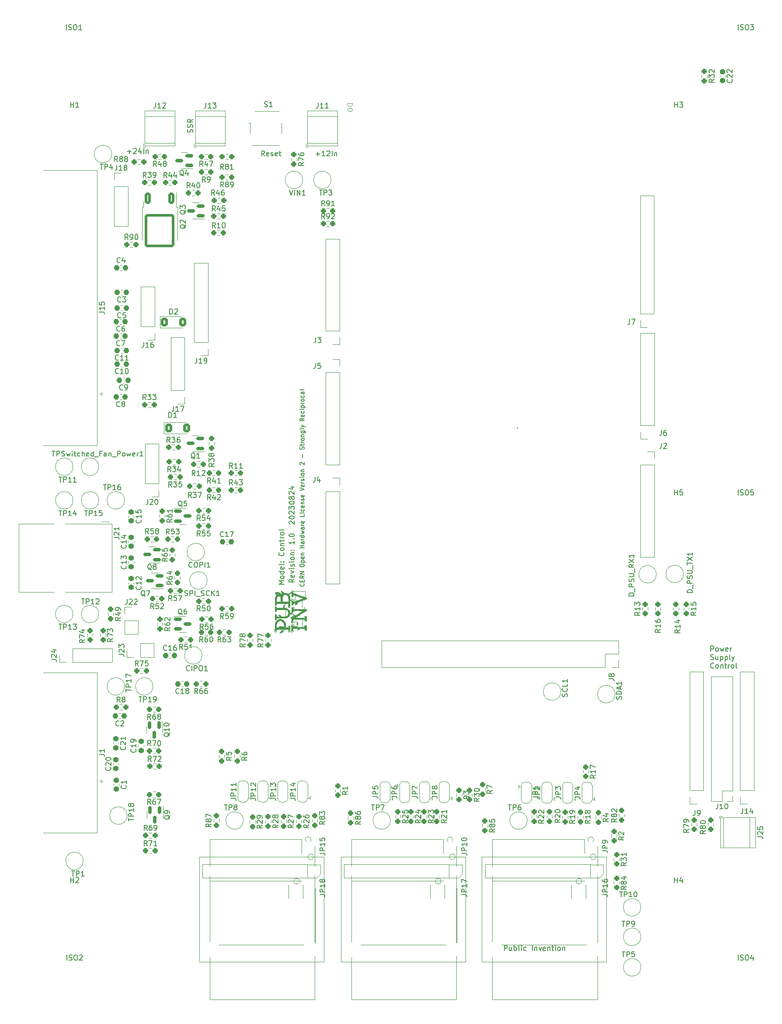
<source format=gbr>
%TF.GenerationSoftware,KiCad,Pcbnew,7.0.1*%
%TF.CreationDate,2023-08-28T22:07:01-05:00*%
%TF.ProjectId,Control v1,436f6e74-726f-46c2-9076-312e6b696361,0.1*%
%TF.SameCoordinates,Original*%
%TF.FileFunction,Legend,Top*%
%TF.FilePolarity,Positive*%
%FSLAX46Y46*%
G04 Gerber Fmt 4.6, Leading zero omitted, Abs format (unit mm)*
G04 Created by KiCad (PCBNEW 7.0.1) date 2023-08-28 22:07:01*
%MOMM*%
%LPD*%
G01*
G04 APERTURE LIST*
G04 Aperture macros list*
%AMRoundRect*
0 Rectangle with rounded corners*
0 $1 Rounding radius*
0 $2 $3 $4 $5 $6 $7 $8 $9 X,Y pos of 4 corners*
0 Add a 4 corners polygon primitive as box body*
4,1,4,$2,$3,$4,$5,$6,$7,$8,$9,$2,$3,0*
0 Add four circle primitives for the rounded corners*
1,1,$1+$1,$2,$3*
1,1,$1+$1,$4,$5*
1,1,$1+$1,$6,$7*
1,1,$1+$1,$8,$9*
0 Add four rect primitives between the rounded corners*
20,1,$1+$1,$2,$3,$4,$5,0*
20,1,$1+$1,$4,$5,$6,$7,0*
20,1,$1+$1,$6,$7,$8,$9,0*
20,1,$1+$1,$8,$9,$2,$3,0*%
%AMFreePoly0*
4,1,19,0.550000,-0.750000,0.000000,-0.750000,0.000000,-0.744911,-0.071157,-0.744911,-0.207708,-0.704816,-0.327430,-0.627875,-0.420627,-0.520320,-0.479746,-0.390866,-0.500000,-0.250000,-0.500000,0.250000,-0.479746,0.390866,-0.420627,0.520320,-0.327430,0.627875,-0.207708,0.704816,-0.071157,0.744911,0.000000,0.744911,0.000000,0.750000,0.550000,0.750000,0.550000,-0.750000,0.550000,-0.750000,
$1*%
%AMFreePoly1*
4,1,19,0.000000,0.744911,0.071157,0.744911,0.207708,0.704816,0.327430,0.627875,0.420627,0.520320,0.479746,0.390866,0.500000,0.250000,0.500000,-0.250000,0.479746,-0.390866,0.420627,-0.520320,0.327430,-0.627875,0.207708,-0.704816,0.071157,-0.744911,0.000000,-0.744911,0.000000,-0.750000,-0.550000,-0.750000,-0.550000,0.750000,0.000000,0.750000,0.000000,0.744911,0.000000,0.744911,
$1*%
G04 Aperture macros list end*
%ADD10C,0.200000*%
%ADD11C,0.150000*%
%ADD12C,0.110000*%
%ADD13C,0.120000*%
%ADD14C,0.100000*%
%ADD15RoundRect,0.237500X-0.237500X0.250000X-0.237500X-0.250000X0.237500X-0.250000X0.237500X0.250000X0*%
%ADD16RoundRect,0.237500X0.237500X-0.250000X0.237500X0.250000X-0.237500X0.250000X-0.237500X-0.250000X0*%
%ADD17RoundRect,0.237500X0.300000X0.237500X-0.300000X0.237500X-0.300000X-0.237500X0.300000X-0.237500X0*%
%ADD18C,3.000000*%
%ADD19RoundRect,0.237500X-0.250000X-0.237500X0.250000X-0.237500X0.250000X0.237500X-0.250000X0.237500X0*%
%ADD20RoundRect,0.237500X0.250000X0.237500X-0.250000X0.237500X-0.250000X-0.237500X0.250000X-0.237500X0*%
%ADD21RoundRect,0.150000X0.587500X0.150000X-0.587500X0.150000X-0.587500X-0.150000X0.587500X-0.150000X0*%
%ADD22RoundRect,0.237500X-0.300000X-0.237500X0.300000X-0.237500X0.300000X0.237500X-0.300000X0.237500X0*%
%ADD23R,1.700000X1.700000*%
%ADD24O,1.700000X1.700000*%
%ADD25FreePoly0,90.000000*%
%ADD26R,1.500000X1.000000*%
%ADD27FreePoly1,90.000000*%
%ADD28C,0.800000*%
%ADD29C,7.000000*%
%ADD30RoundRect,0.237500X0.237500X-0.300000X0.237500X0.300000X-0.237500X0.300000X-0.237500X-0.300000X0*%
%ADD31RoundRect,0.237500X-0.237500X0.300000X-0.237500X-0.300000X0.237500X-0.300000X0.237500X0.300000X0*%
%ADD32RoundRect,0.250000X-0.400000X-0.600000X0.400000X-0.600000X0.400000X0.600000X-0.400000X0.600000X0*%
%ADD33RoundRect,0.150000X-0.587500X-0.150000X0.587500X-0.150000X0.587500X0.150000X-0.587500X0.150000X0*%
%ADD34R,2.100000X2.100000*%
%ADD35C,2.100000*%
%ADD36RoundRect,0.250000X-0.350000X0.850000X-0.350000X-0.850000X0.350000X-0.850000X0.350000X0.850000X0*%
%ADD37RoundRect,0.249997X-2.650003X2.950003X-2.650003X-2.950003X2.650003X-2.950003X2.650003X2.950003X0*%
%ADD38C,3.048000*%
%ADD39C,3.200000*%
%ADD40O,1.727200X1.727200*%
%ADD41R,1.727200X1.727200*%
%ADD42FreePoly0,270.000000*%
%ADD43FreePoly1,270.000000*%
%ADD44C,4.000000*%
%ADD45R,1.600000X1.600000*%
%ADD46C,1.600000*%
%ADD47RoundRect,0.150000X-0.150000X0.587500X-0.150000X-0.587500X0.150000X-0.587500X0.150000X0.587500X0*%
%ADD48C,3.250000*%
%ADD49R,1.520000X1.520000*%
%ADD50C,1.520000*%
%ADD51R,1.350000X1.350000*%
%ADD52O,1.350000X1.350000*%
%ADD53R,2.200000X2.200000*%
%ADD54C,2.200000*%
G04 APERTURE END LIST*
D10*
X99393904Y-143114287D02*
X99432000Y-143152383D01*
X99432000Y-143152383D02*
X99470095Y-143266668D01*
X99470095Y-143266668D02*
X99470095Y-143342859D01*
X99470095Y-143342859D02*
X99432000Y-143457145D01*
X99432000Y-143457145D02*
X99355809Y-143533335D01*
X99355809Y-143533335D02*
X99279619Y-143571430D01*
X99279619Y-143571430D02*
X99127238Y-143609526D01*
X99127238Y-143609526D02*
X99012952Y-143609526D01*
X99012952Y-143609526D02*
X98860571Y-143571430D01*
X98860571Y-143571430D02*
X98784380Y-143533335D01*
X98784380Y-143533335D02*
X98708190Y-143457145D01*
X98708190Y-143457145D02*
X98670095Y-143342859D01*
X98670095Y-143342859D02*
X98670095Y-143266668D01*
X98670095Y-143266668D02*
X98708190Y-143152383D01*
X98708190Y-143152383D02*
X98746285Y-143114287D01*
X99051047Y-142771430D02*
X99051047Y-142504764D01*
X99470095Y-142390478D02*
X99470095Y-142771430D01*
X99470095Y-142771430D02*
X98670095Y-142771430D01*
X98670095Y-142771430D02*
X98670095Y-142390478D01*
X99470095Y-141590477D02*
X99089142Y-141857144D01*
X99470095Y-142047620D02*
X98670095Y-142047620D01*
X98670095Y-142047620D02*
X98670095Y-141742858D01*
X98670095Y-141742858D02*
X98708190Y-141666668D01*
X98708190Y-141666668D02*
X98746285Y-141628573D01*
X98746285Y-141628573D02*
X98822476Y-141590477D01*
X98822476Y-141590477D02*
X98936761Y-141590477D01*
X98936761Y-141590477D02*
X99012952Y-141628573D01*
X99012952Y-141628573D02*
X99051047Y-141666668D01*
X99051047Y-141666668D02*
X99089142Y-141742858D01*
X99089142Y-141742858D02*
X99089142Y-142047620D01*
X99470095Y-141247620D02*
X98670095Y-141247620D01*
X98670095Y-141247620D02*
X99470095Y-140790477D01*
X99470095Y-140790477D02*
X98670095Y-140790477D01*
X98670095Y-139647620D02*
X98670095Y-139495239D01*
X98670095Y-139495239D02*
X98708190Y-139419049D01*
X98708190Y-139419049D02*
X98784380Y-139342858D01*
X98784380Y-139342858D02*
X98936761Y-139304763D01*
X98936761Y-139304763D02*
X99203428Y-139304763D01*
X99203428Y-139304763D02*
X99355809Y-139342858D01*
X99355809Y-139342858D02*
X99432000Y-139419049D01*
X99432000Y-139419049D02*
X99470095Y-139495239D01*
X99470095Y-139495239D02*
X99470095Y-139647620D01*
X99470095Y-139647620D02*
X99432000Y-139723811D01*
X99432000Y-139723811D02*
X99355809Y-139800001D01*
X99355809Y-139800001D02*
X99203428Y-139838097D01*
X99203428Y-139838097D02*
X98936761Y-139838097D01*
X98936761Y-139838097D02*
X98784380Y-139800001D01*
X98784380Y-139800001D02*
X98708190Y-139723811D01*
X98708190Y-139723811D02*
X98670095Y-139647620D01*
X98936761Y-138961906D02*
X99736761Y-138961906D01*
X98974857Y-138961906D02*
X98936761Y-138885716D01*
X98936761Y-138885716D02*
X98936761Y-138733335D01*
X98936761Y-138733335D02*
X98974857Y-138657144D01*
X98974857Y-138657144D02*
X99012952Y-138619049D01*
X99012952Y-138619049D02*
X99089142Y-138580954D01*
X99089142Y-138580954D02*
X99317714Y-138580954D01*
X99317714Y-138580954D02*
X99393904Y-138619049D01*
X99393904Y-138619049D02*
X99432000Y-138657144D01*
X99432000Y-138657144D02*
X99470095Y-138733335D01*
X99470095Y-138733335D02*
X99470095Y-138885716D01*
X99470095Y-138885716D02*
X99432000Y-138961906D01*
X99432000Y-137933334D02*
X99470095Y-138009525D01*
X99470095Y-138009525D02*
X99470095Y-138161906D01*
X99470095Y-138161906D02*
X99432000Y-138238096D01*
X99432000Y-138238096D02*
X99355809Y-138276192D01*
X99355809Y-138276192D02*
X99051047Y-138276192D01*
X99051047Y-138276192D02*
X98974857Y-138238096D01*
X98974857Y-138238096D02*
X98936761Y-138161906D01*
X98936761Y-138161906D02*
X98936761Y-138009525D01*
X98936761Y-138009525D02*
X98974857Y-137933334D01*
X98974857Y-137933334D02*
X99051047Y-137895239D01*
X99051047Y-137895239D02*
X99127238Y-137895239D01*
X99127238Y-137895239D02*
X99203428Y-138276192D01*
X98936761Y-137552382D02*
X99470095Y-137552382D01*
X99012952Y-137552382D02*
X98974857Y-137514287D01*
X98974857Y-137514287D02*
X98936761Y-137438097D01*
X98936761Y-137438097D02*
X98936761Y-137323811D01*
X98936761Y-137323811D02*
X98974857Y-137247620D01*
X98974857Y-137247620D02*
X99051047Y-137209525D01*
X99051047Y-137209525D02*
X99470095Y-137209525D01*
X99470095Y-136219048D02*
X98670095Y-136219048D01*
X99051047Y-136219048D02*
X99051047Y-135761905D01*
X99470095Y-135761905D02*
X98670095Y-135761905D01*
X99470095Y-135038096D02*
X99051047Y-135038096D01*
X99051047Y-135038096D02*
X98974857Y-135076191D01*
X98974857Y-135076191D02*
X98936761Y-135152382D01*
X98936761Y-135152382D02*
X98936761Y-135304763D01*
X98936761Y-135304763D02*
X98974857Y-135380953D01*
X99432000Y-135038096D02*
X99470095Y-135114287D01*
X99470095Y-135114287D02*
X99470095Y-135304763D01*
X99470095Y-135304763D02*
X99432000Y-135380953D01*
X99432000Y-135380953D02*
X99355809Y-135419049D01*
X99355809Y-135419049D02*
X99279619Y-135419049D01*
X99279619Y-135419049D02*
X99203428Y-135380953D01*
X99203428Y-135380953D02*
X99165333Y-135304763D01*
X99165333Y-135304763D02*
X99165333Y-135114287D01*
X99165333Y-135114287D02*
X99127238Y-135038096D01*
X99470095Y-134657143D02*
X98936761Y-134657143D01*
X99089142Y-134657143D02*
X99012952Y-134619048D01*
X99012952Y-134619048D02*
X98974857Y-134580953D01*
X98974857Y-134580953D02*
X98936761Y-134504762D01*
X98936761Y-134504762D02*
X98936761Y-134428572D01*
X99470095Y-133819048D02*
X98670095Y-133819048D01*
X99432000Y-133819048D02*
X99470095Y-133895239D01*
X99470095Y-133895239D02*
X99470095Y-134047620D01*
X99470095Y-134047620D02*
X99432000Y-134123810D01*
X99432000Y-134123810D02*
X99393904Y-134161905D01*
X99393904Y-134161905D02*
X99317714Y-134200001D01*
X99317714Y-134200001D02*
X99089142Y-134200001D01*
X99089142Y-134200001D02*
X99012952Y-134161905D01*
X99012952Y-134161905D02*
X98974857Y-134123810D01*
X98974857Y-134123810D02*
X98936761Y-134047620D01*
X98936761Y-134047620D02*
X98936761Y-133895239D01*
X98936761Y-133895239D02*
X98974857Y-133819048D01*
X98936761Y-133514286D02*
X99470095Y-133361905D01*
X99470095Y-133361905D02*
X99089142Y-133209524D01*
X99089142Y-133209524D02*
X99470095Y-133057143D01*
X99470095Y-133057143D02*
X98936761Y-132904762D01*
X99470095Y-132257143D02*
X99051047Y-132257143D01*
X99051047Y-132257143D02*
X98974857Y-132295238D01*
X98974857Y-132295238D02*
X98936761Y-132371429D01*
X98936761Y-132371429D02*
X98936761Y-132523810D01*
X98936761Y-132523810D02*
X98974857Y-132600000D01*
X99432000Y-132257143D02*
X99470095Y-132333334D01*
X99470095Y-132333334D02*
X99470095Y-132523810D01*
X99470095Y-132523810D02*
X99432000Y-132600000D01*
X99432000Y-132600000D02*
X99355809Y-132638096D01*
X99355809Y-132638096D02*
X99279619Y-132638096D01*
X99279619Y-132638096D02*
X99203428Y-132600000D01*
X99203428Y-132600000D02*
X99165333Y-132523810D01*
X99165333Y-132523810D02*
X99165333Y-132333334D01*
X99165333Y-132333334D02*
X99127238Y-132257143D01*
X99470095Y-131876190D02*
X98936761Y-131876190D01*
X99089142Y-131876190D02*
X99012952Y-131838095D01*
X99012952Y-131838095D02*
X98974857Y-131800000D01*
X98974857Y-131800000D02*
X98936761Y-131723809D01*
X98936761Y-131723809D02*
X98936761Y-131647619D01*
X99432000Y-131076190D02*
X99470095Y-131152381D01*
X99470095Y-131152381D02*
X99470095Y-131304762D01*
X99470095Y-131304762D02*
X99432000Y-131380952D01*
X99432000Y-131380952D02*
X99355809Y-131419048D01*
X99355809Y-131419048D02*
X99051047Y-131419048D01*
X99051047Y-131419048D02*
X98974857Y-131380952D01*
X98974857Y-131380952D02*
X98936761Y-131304762D01*
X98936761Y-131304762D02*
X98936761Y-131152381D01*
X98936761Y-131152381D02*
X98974857Y-131076190D01*
X98974857Y-131076190D02*
X99051047Y-131038095D01*
X99051047Y-131038095D02*
X99127238Y-131038095D01*
X99127238Y-131038095D02*
X99203428Y-131419048D01*
X99470095Y-129704762D02*
X99470095Y-130085714D01*
X99470095Y-130085714D02*
X98670095Y-130085714D01*
X99470095Y-129438095D02*
X98936761Y-129438095D01*
X98670095Y-129438095D02*
X98708190Y-129476191D01*
X98708190Y-129476191D02*
X98746285Y-129438095D01*
X98746285Y-129438095D02*
X98708190Y-129400000D01*
X98708190Y-129400000D02*
X98670095Y-129438095D01*
X98670095Y-129438095D02*
X98746285Y-129438095D01*
X99432000Y-128714286D02*
X99470095Y-128790477D01*
X99470095Y-128790477D02*
X99470095Y-128942858D01*
X99470095Y-128942858D02*
X99432000Y-129019048D01*
X99432000Y-129019048D02*
X99393904Y-129057143D01*
X99393904Y-129057143D02*
X99317714Y-129095239D01*
X99317714Y-129095239D02*
X99089142Y-129095239D01*
X99089142Y-129095239D02*
X99012952Y-129057143D01*
X99012952Y-129057143D02*
X98974857Y-129019048D01*
X98974857Y-129019048D02*
X98936761Y-128942858D01*
X98936761Y-128942858D02*
X98936761Y-128790477D01*
X98936761Y-128790477D02*
X98974857Y-128714286D01*
X99432000Y-128066667D02*
X99470095Y-128142858D01*
X99470095Y-128142858D02*
X99470095Y-128295239D01*
X99470095Y-128295239D02*
X99432000Y-128371429D01*
X99432000Y-128371429D02*
X99355809Y-128409525D01*
X99355809Y-128409525D02*
X99051047Y-128409525D01*
X99051047Y-128409525D02*
X98974857Y-128371429D01*
X98974857Y-128371429D02*
X98936761Y-128295239D01*
X98936761Y-128295239D02*
X98936761Y-128142858D01*
X98936761Y-128142858D02*
X98974857Y-128066667D01*
X98974857Y-128066667D02*
X99051047Y-128028572D01*
X99051047Y-128028572D02*
X99127238Y-128028572D01*
X99127238Y-128028572D02*
X99203428Y-128409525D01*
X98936761Y-127685715D02*
X99470095Y-127685715D01*
X99012952Y-127685715D02*
X98974857Y-127647620D01*
X98974857Y-127647620D02*
X98936761Y-127571430D01*
X98936761Y-127571430D02*
X98936761Y-127457144D01*
X98936761Y-127457144D02*
X98974857Y-127380953D01*
X98974857Y-127380953D02*
X99051047Y-127342858D01*
X99051047Y-127342858D02*
X99470095Y-127342858D01*
X99432000Y-127000001D02*
X99470095Y-126923810D01*
X99470095Y-126923810D02*
X99470095Y-126771429D01*
X99470095Y-126771429D02*
X99432000Y-126695239D01*
X99432000Y-126695239D02*
X99355809Y-126657143D01*
X99355809Y-126657143D02*
X99317714Y-126657143D01*
X99317714Y-126657143D02*
X99241523Y-126695239D01*
X99241523Y-126695239D02*
X99203428Y-126771429D01*
X99203428Y-126771429D02*
X99203428Y-126885715D01*
X99203428Y-126885715D02*
X99165333Y-126961905D01*
X99165333Y-126961905D02*
X99089142Y-127000001D01*
X99089142Y-127000001D02*
X99051047Y-127000001D01*
X99051047Y-127000001D02*
X98974857Y-126961905D01*
X98974857Y-126961905D02*
X98936761Y-126885715D01*
X98936761Y-126885715D02*
X98936761Y-126771429D01*
X98936761Y-126771429D02*
X98974857Y-126695239D01*
X99432000Y-126009524D02*
X99470095Y-126085715D01*
X99470095Y-126085715D02*
X99470095Y-126238096D01*
X99470095Y-126238096D02*
X99432000Y-126314286D01*
X99432000Y-126314286D02*
X99355809Y-126352382D01*
X99355809Y-126352382D02*
X99051047Y-126352382D01*
X99051047Y-126352382D02*
X98974857Y-126314286D01*
X98974857Y-126314286D02*
X98936761Y-126238096D01*
X98936761Y-126238096D02*
X98936761Y-126085715D01*
X98936761Y-126085715D02*
X98974857Y-126009524D01*
X98974857Y-126009524D02*
X99051047Y-125971429D01*
X99051047Y-125971429D02*
X99127238Y-125971429D01*
X99127238Y-125971429D02*
X99203428Y-126352382D01*
X98670095Y-125133334D02*
X99470095Y-124866667D01*
X99470095Y-124866667D02*
X98670095Y-124600001D01*
X99432000Y-124028572D02*
X99470095Y-124104763D01*
X99470095Y-124104763D02*
X99470095Y-124257144D01*
X99470095Y-124257144D02*
X99432000Y-124333334D01*
X99432000Y-124333334D02*
X99355809Y-124371430D01*
X99355809Y-124371430D02*
X99051047Y-124371430D01*
X99051047Y-124371430D02*
X98974857Y-124333334D01*
X98974857Y-124333334D02*
X98936761Y-124257144D01*
X98936761Y-124257144D02*
X98936761Y-124104763D01*
X98936761Y-124104763D02*
X98974857Y-124028572D01*
X98974857Y-124028572D02*
X99051047Y-123990477D01*
X99051047Y-123990477D02*
X99127238Y-123990477D01*
X99127238Y-123990477D02*
X99203428Y-124371430D01*
X99470095Y-123647620D02*
X98936761Y-123647620D01*
X99089142Y-123647620D02*
X99012952Y-123609525D01*
X99012952Y-123609525D02*
X98974857Y-123571430D01*
X98974857Y-123571430D02*
X98936761Y-123495239D01*
X98936761Y-123495239D02*
X98936761Y-123419049D01*
X99432000Y-123190478D02*
X99470095Y-123114287D01*
X99470095Y-123114287D02*
X99470095Y-122961906D01*
X99470095Y-122961906D02*
X99432000Y-122885716D01*
X99432000Y-122885716D02*
X99355809Y-122847620D01*
X99355809Y-122847620D02*
X99317714Y-122847620D01*
X99317714Y-122847620D02*
X99241523Y-122885716D01*
X99241523Y-122885716D02*
X99203428Y-122961906D01*
X99203428Y-122961906D02*
X99203428Y-123076192D01*
X99203428Y-123076192D02*
X99165333Y-123152382D01*
X99165333Y-123152382D02*
X99089142Y-123190478D01*
X99089142Y-123190478D02*
X99051047Y-123190478D01*
X99051047Y-123190478D02*
X98974857Y-123152382D01*
X98974857Y-123152382D02*
X98936761Y-123076192D01*
X98936761Y-123076192D02*
X98936761Y-122961906D01*
X98936761Y-122961906D02*
X98974857Y-122885716D01*
X99470095Y-122504763D02*
X98936761Y-122504763D01*
X98670095Y-122504763D02*
X98708190Y-122542859D01*
X98708190Y-122542859D02*
X98746285Y-122504763D01*
X98746285Y-122504763D02*
X98708190Y-122466668D01*
X98708190Y-122466668D02*
X98670095Y-122504763D01*
X98670095Y-122504763D02*
X98746285Y-122504763D01*
X99470095Y-122009526D02*
X99432000Y-122085716D01*
X99432000Y-122085716D02*
X99393904Y-122123811D01*
X99393904Y-122123811D02*
X99317714Y-122161907D01*
X99317714Y-122161907D02*
X99089142Y-122161907D01*
X99089142Y-122161907D02*
X99012952Y-122123811D01*
X99012952Y-122123811D02*
X98974857Y-122085716D01*
X98974857Y-122085716D02*
X98936761Y-122009526D01*
X98936761Y-122009526D02*
X98936761Y-121895240D01*
X98936761Y-121895240D02*
X98974857Y-121819049D01*
X98974857Y-121819049D02*
X99012952Y-121780954D01*
X99012952Y-121780954D02*
X99089142Y-121742859D01*
X99089142Y-121742859D02*
X99317714Y-121742859D01*
X99317714Y-121742859D02*
X99393904Y-121780954D01*
X99393904Y-121780954D02*
X99432000Y-121819049D01*
X99432000Y-121819049D02*
X99470095Y-121895240D01*
X99470095Y-121895240D02*
X99470095Y-122009526D01*
X98936761Y-121400001D02*
X99470095Y-121400001D01*
X99012952Y-121400001D02*
X98974857Y-121361906D01*
X98974857Y-121361906D02*
X98936761Y-121285716D01*
X98936761Y-121285716D02*
X98936761Y-121171430D01*
X98936761Y-121171430D02*
X98974857Y-121095239D01*
X98974857Y-121095239D02*
X99051047Y-121057144D01*
X99051047Y-121057144D02*
X99470095Y-121057144D01*
X98746285Y-120104763D02*
X98708190Y-120066667D01*
X98708190Y-120066667D02*
X98670095Y-119990477D01*
X98670095Y-119990477D02*
X98670095Y-119800001D01*
X98670095Y-119800001D02*
X98708190Y-119723810D01*
X98708190Y-119723810D02*
X98746285Y-119685715D01*
X98746285Y-119685715D02*
X98822476Y-119647620D01*
X98822476Y-119647620D02*
X98898666Y-119647620D01*
X98898666Y-119647620D02*
X99012952Y-119685715D01*
X99012952Y-119685715D02*
X99470095Y-120142858D01*
X99470095Y-120142858D02*
X99470095Y-119647620D01*
X99165333Y-118695238D02*
X99165333Y-118085715D01*
X99432000Y-117133334D02*
X99470095Y-117019048D01*
X99470095Y-117019048D02*
X99470095Y-116828572D01*
X99470095Y-116828572D02*
X99432000Y-116752381D01*
X99432000Y-116752381D02*
X99393904Y-116714286D01*
X99393904Y-116714286D02*
X99317714Y-116676191D01*
X99317714Y-116676191D02*
X99241523Y-116676191D01*
X99241523Y-116676191D02*
X99165333Y-116714286D01*
X99165333Y-116714286D02*
X99127238Y-116752381D01*
X99127238Y-116752381D02*
X99089142Y-116828572D01*
X99089142Y-116828572D02*
X99051047Y-116980953D01*
X99051047Y-116980953D02*
X99012952Y-117057143D01*
X99012952Y-117057143D02*
X98974857Y-117095238D01*
X98974857Y-117095238D02*
X98898666Y-117133334D01*
X98898666Y-117133334D02*
X98822476Y-117133334D01*
X98822476Y-117133334D02*
X98746285Y-117095238D01*
X98746285Y-117095238D02*
X98708190Y-117057143D01*
X98708190Y-117057143D02*
X98670095Y-116980953D01*
X98670095Y-116980953D02*
X98670095Y-116790476D01*
X98670095Y-116790476D02*
X98708190Y-116676191D01*
X98936761Y-116447619D02*
X98936761Y-116142857D01*
X98670095Y-116333333D02*
X99355809Y-116333333D01*
X99355809Y-116333333D02*
X99432000Y-116295238D01*
X99432000Y-116295238D02*
X99470095Y-116219048D01*
X99470095Y-116219048D02*
X99470095Y-116142857D01*
X99470095Y-115876190D02*
X98936761Y-115876190D01*
X99089142Y-115876190D02*
X99012952Y-115838095D01*
X99012952Y-115838095D02*
X98974857Y-115800000D01*
X98974857Y-115800000D02*
X98936761Y-115723809D01*
X98936761Y-115723809D02*
X98936761Y-115647619D01*
X99470095Y-115266667D02*
X99432000Y-115342857D01*
X99432000Y-115342857D02*
X99393904Y-115380952D01*
X99393904Y-115380952D02*
X99317714Y-115419048D01*
X99317714Y-115419048D02*
X99089142Y-115419048D01*
X99089142Y-115419048D02*
X99012952Y-115380952D01*
X99012952Y-115380952D02*
X98974857Y-115342857D01*
X98974857Y-115342857D02*
X98936761Y-115266667D01*
X98936761Y-115266667D02*
X98936761Y-115152381D01*
X98936761Y-115152381D02*
X98974857Y-115076190D01*
X98974857Y-115076190D02*
X99012952Y-115038095D01*
X99012952Y-115038095D02*
X99089142Y-115000000D01*
X99089142Y-115000000D02*
X99317714Y-115000000D01*
X99317714Y-115000000D02*
X99393904Y-115038095D01*
X99393904Y-115038095D02*
X99432000Y-115076190D01*
X99432000Y-115076190D02*
X99470095Y-115152381D01*
X99470095Y-115152381D02*
X99470095Y-115266667D01*
X98936761Y-114657142D02*
X99470095Y-114657142D01*
X99012952Y-114657142D02*
X98974857Y-114619047D01*
X98974857Y-114619047D02*
X98936761Y-114542857D01*
X98936761Y-114542857D02*
X98936761Y-114428571D01*
X98936761Y-114428571D02*
X98974857Y-114352380D01*
X98974857Y-114352380D02*
X99051047Y-114314285D01*
X99051047Y-114314285D02*
X99470095Y-114314285D01*
X98936761Y-113590475D02*
X99584380Y-113590475D01*
X99584380Y-113590475D02*
X99660571Y-113628570D01*
X99660571Y-113628570D02*
X99698666Y-113666666D01*
X99698666Y-113666666D02*
X99736761Y-113742856D01*
X99736761Y-113742856D02*
X99736761Y-113857142D01*
X99736761Y-113857142D02*
X99698666Y-113933332D01*
X99432000Y-113590475D02*
X99470095Y-113666666D01*
X99470095Y-113666666D02*
X99470095Y-113819047D01*
X99470095Y-113819047D02*
X99432000Y-113895237D01*
X99432000Y-113895237D02*
X99393904Y-113933332D01*
X99393904Y-113933332D02*
X99317714Y-113971428D01*
X99317714Y-113971428D02*
X99089142Y-113971428D01*
X99089142Y-113971428D02*
X99012952Y-113933332D01*
X99012952Y-113933332D02*
X98974857Y-113895237D01*
X98974857Y-113895237D02*
X98936761Y-113819047D01*
X98936761Y-113819047D02*
X98936761Y-113666666D01*
X98936761Y-113666666D02*
X98974857Y-113590475D01*
X99470095Y-113095237D02*
X99432000Y-113171427D01*
X99432000Y-113171427D02*
X99355809Y-113209522D01*
X99355809Y-113209522D02*
X98670095Y-113209522D01*
X98936761Y-112866665D02*
X99470095Y-112676189D01*
X98936761Y-112485712D02*
X99470095Y-112676189D01*
X99470095Y-112676189D02*
X99660571Y-112752379D01*
X99660571Y-112752379D02*
X99698666Y-112790474D01*
X99698666Y-112790474D02*
X99736761Y-112866665D01*
X99470095Y-111114283D02*
X99089142Y-111380950D01*
X99470095Y-111571426D02*
X98670095Y-111571426D01*
X98670095Y-111571426D02*
X98670095Y-111266664D01*
X98670095Y-111266664D02*
X98708190Y-111190474D01*
X98708190Y-111190474D02*
X98746285Y-111152379D01*
X98746285Y-111152379D02*
X98822476Y-111114283D01*
X98822476Y-111114283D02*
X98936761Y-111114283D01*
X98936761Y-111114283D02*
X99012952Y-111152379D01*
X99012952Y-111152379D02*
X99051047Y-111190474D01*
X99051047Y-111190474D02*
X99089142Y-111266664D01*
X99089142Y-111266664D02*
X99089142Y-111571426D01*
X99432000Y-110466664D02*
X99470095Y-110542855D01*
X99470095Y-110542855D02*
X99470095Y-110695236D01*
X99470095Y-110695236D02*
X99432000Y-110771426D01*
X99432000Y-110771426D02*
X99355809Y-110809522D01*
X99355809Y-110809522D02*
X99051047Y-110809522D01*
X99051047Y-110809522D02*
X98974857Y-110771426D01*
X98974857Y-110771426D02*
X98936761Y-110695236D01*
X98936761Y-110695236D02*
X98936761Y-110542855D01*
X98936761Y-110542855D02*
X98974857Y-110466664D01*
X98974857Y-110466664D02*
X99051047Y-110428569D01*
X99051047Y-110428569D02*
X99127238Y-110428569D01*
X99127238Y-110428569D02*
X99203428Y-110809522D01*
X99432000Y-109742855D02*
X99470095Y-109819046D01*
X99470095Y-109819046D02*
X99470095Y-109971427D01*
X99470095Y-109971427D02*
X99432000Y-110047617D01*
X99432000Y-110047617D02*
X99393904Y-110085712D01*
X99393904Y-110085712D02*
X99317714Y-110123808D01*
X99317714Y-110123808D02*
X99089142Y-110123808D01*
X99089142Y-110123808D02*
X99012952Y-110085712D01*
X99012952Y-110085712D02*
X98974857Y-110047617D01*
X98974857Y-110047617D02*
X98936761Y-109971427D01*
X98936761Y-109971427D02*
X98936761Y-109819046D01*
X98936761Y-109819046D02*
X98974857Y-109742855D01*
X99470095Y-109399998D02*
X98936761Y-109399998D01*
X98670095Y-109399998D02*
X98708190Y-109438094D01*
X98708190Y-109438094D02*
X98746285Y-109399998D01*
X98746285Y-109399998D02*
X98708190Y-109361903D01*
X98708190Y-109361903D02*
X98670095Y-109399998D01*
X98670095Y-109399998D02*
X98746285Y-109399998D01*
X98936761Y-109019046D02*
X99736761Y-109019046D01*
X98974857Y-109019046D02*
X98936761Y-108942856D01*
X98936761Y-108942856D02*
X98936761Y-108790475D01*
X98936761Y-108790475D02*
X98974857Y-108714284D01*
X98974857Y-108714284D02*
X99012952Y-108676189D01*
X99012952Y-108676189D02*
X99089142Y-108638094D01*
X99089142Y-108638094D02*
X99317714Y-108638094D01*
X99317714Y-108638094D02*
X99393904Y-108676189D01*
X99393904Y-108676189D02*
X99432000Y-108714284D01*
X99432000Y-108714284D02*
X99470095Y-108790475D01*
X99470095Y-108790475D02*
X99470095Y-108942856D01*
X99470095Y-108942856D02*
X99432000Y-109019046D01*
X99470095Y-108295236D02*
X98936761Y-108295236D01*
X99089142Y-108295236D02*
X99012952Y-108257141D01*
X99012952Y-108257141D02*
X98974857Y-108219046D01*
X98974857Y-108219046D02*
X98936761Y-108142855D01*
X98936761Y-108142855D02*
X98936761Y-108066665D01*
X99470095Y-107685713D02*
X99432000Y-107761903D01*
X99432000Y-107761903D02*
X99393904Y-107799998D01*
X99393904Y-107799998D02*
X99317714Y-107838094D01*
X99317714Y-107838094D02*
X99089142Y-107838094D01*
X99089142Y-107838094D02*
X99012952Y-107799998D01*
X99012952Y-107799998D02*
X98974857Y-107761903D01*
X98974857Y-107761903D02*
X98936761Y-107685713D01*
X98936761Y-107685713D02*
X98936761Y-107571427D01*
X98936761Y-107571427D02*
X98974857Y-107495236D01*
X98974857Y-107495236D02*
X99012952Y-107457141D01*
X99012952Y-107457141D02*
X99089142Y-107419046D01*
X99089142Y-107419046D02*
X99317714Y-107419046D01*
X99317714Y-107419046D02*
X99393904Y-107457141D01*
X99393904Y-107457141D02*
X99432000Y-107495236D01*
X99432000Y-107495236D02*
X99470095Y-107571427D01*
X99470095Y-107571427D02*
X99470095Y-107685713D01*
X99432000Y-106733331D02*
X99470095Y-106809522D01*
X99470095Y-106809522D02*
X99470095Y-106961903D01*
X99470095Y-106961903D02*
X99432000Y-107038093D01*
X99432000Y-107038093D02*
X99393904Y-107076188D01*
X99393904Y-107076188D02*
X99317714Y-107114284D01*
X99317714Y-107114284D02*
X99089142Y-107114284D01*
X99089142Y-107114284D02*
X99012952Y-107076188D01*
X99012952Y-107076188D02*
X98974857Y-107038093D01*
X98974857Y-107038093D02*
X98936761Y-106961903D01*
X98936761Y-106961903D02*
X98936761Y-106809522D01*
X98936761Y-106809522D02*
X98974857Y-106733331D01*
X99470095Y-106047617D02*
X99051047Y-106047617D01*
X99051047Y-106047617D02*
X98974857Y-106085712D01*
X98974857Y-106085712D02*
X98936761Y-106161903D01*
X98936761Y-106161903D02*
X98936761Y-106314284D01*
X98936761Y-106314284D02*
X98974857Y-106390474D01*
X99432000Y-106047617D02*
X99470095Y-106123808D01*
X99470095Y-106123808D02*
X99470095Y-106314284D01*
X99470095Y-106314284D02*
X99432000Y-106390474D01*
X99432000Y-106390474D02*
X99355809Y-106428570D01*
X99355809Y-106428570D02*
X99279619Y-106428570D01*
X99279619Y-106428570D02*
X99203428Y-106390474D01*
X99203428Y-106390474D02*
X99165333Y-106314284D01*
X99165333Y-106314284D02*
X99165333Y-106123808D01*
X99165333Y-106123808D02*
X99127238Y-106047617D01*
X99470095Y-105552379D02*
X99432000Y-105628569D01*
X99432000Y-105628569D02*
X99355809Y-105666664D01*
X99355809Y-105666664D02*
X98670095Y-105666664D01*
D11*
X91809523Y-60377619D02*
X91476190Y-59901428D01*
X91238095Y-60377619D02*
X91238095Y-59377619D01*
X91238095Y-59377619D02*
X91619047Y-59377619D01*
X91619047Y-59377619D02*
X91714285Y-59425238D01*
X91714285Y-59425238D02*
X91761904Y-59472857D01*
X91761904Y-59472857D02*
X91809523Y-59568095D01*
X91809523Y-59568095D02*
X91809523Y-59710952D01*
X91809523Y-59710952D02*
X91761904Y-59806190D01*
X91761904Y-59806190D02*
X91714285Y-59853809D01*
X91714285Y-59853809D02*
X91619047Y-59901428D01*
X91619047Y-59901428D02*
X91238095Y-59901428D01*
X92619047Y-60330000D02*
X92523809Y-60377619D01*
X92523809Y-60377619D02*
X92333333Y-60377619D01*
X92333333Y-60377619D02*
X92238095Y-60330000D01*
X92238095Y-60330000D02*
X92190476Y-60234761D01*
X92190476Y-60234761D02*
X92190476Y-59853809D01*
X92190476Y-59853809D02*
X92238095Y-59758571D01*
X92238095Y-59758571D02*
X92333333Y-59710952D01*
X92333333Y-59710952D02*
X92523809Y-59710952D01*
X92523809Y-59710952D02*
X92619047Y-59758571D01*
X92619047Y-59758571D02*
X92666666Y-59853809D01*
X92666666Y-59853809D02*
X92666666Y-59949047D01*
X92666666Y-59949047D02*
X92190476Y-60044285D01*
X93047619Y-60330000D02*
X93142857Y-60377619D01*
X93142857Y-60377619D02*
X93333333Y-60377619D01*
X93333333Y-60377619D02*
X93428571Y-60330000D01*
X93428571Y-60330000D02*
X93476190Y-60234761D01*
X93476190Y-60234761D02*
X93476190Y-60187142D01*
X93476190Y-60187142D02*
X93428571Y-60091904D01*
X93428571Y-60091904D02*
X93333333Y-60044285D01*
X93333333Y-60044285D02*
X93190476Y-60044285D01*
X93190476Y-60044285D02*
X93095238Y-59996666D01*
X93095238Y-59996666D02*
X93047619Y-59901428D01*
X93047619Y-59901428D02*
X93047619Y-59853809D01*
X93047619Y-59853809D02*
X93095238Y-59758571D01*
X93095238Y-59758571D02*
X93190476Y-59710952D01*
X93190476Y-59710952D02*
X93333333Y-59710952D01*
X93333333Y-59710952D02*
X93428571Y-59758571D01*
X94285714Y-60330000D02*
X94190476Y-60377619D01*
X94190476Y-60377619D02*
X94000000Y-60377619D01*
X94000000Y-60377619D02*
X93904762Y-60330000D01*
X93904762Y-60330000D02*
X93857143Y-60234761D01*
X93857143Y-60234761D02*
X93857143Y-59853809D01*
X93857143Y-59853809D02*
X93904762Y-59758571D01*
X93904762Y-59758571D02*
X94000000Y-59710952D01*
X94000000Y-59710952D02*
X94190476Y-59710952D01*
X94190476Y-59710952D02*
X94285714Y-59758571D01*
X94285714Y-59758571D02*
X94333333Y-59853809D01*
X94333333Y-59853809D02*
X94333333Y-59949047D01*
X94333333Y-59949047D02*
X93857143Y-60044285D01*
X94619048Y-59710952D02*
X95000000Y-59710952D01*
X94761905Y-59377619D02*
X94761905Y-60234761D01*
X94761905Y-60234761D02*
X94809524Y-60330000D01*
X94809524Y-60330000D02*
X94904762Y-60377619D01*
X94904762Y-60377619D02*
X95000000Y-60377619D01*
X135566953Y-213595809D02*
X135709810Y-213643428D01*
X135709810Y-213643428D02*
X135757429Y-213691047D01*
X135757429Y-213691047D02*
X135805048Y-213786285D01*
X135805048Y-213786285D02*
X135805048Y-213929142D01*
X135805048Y-213929142D02*
X135757429Y-214024380D01*
X135757429Y-214024380D02*
X135709810Y-214072000D01*
X135709810Y-214072000D02*
X135614572Y-214119619D01*
X135614572Y-214119619D02*
X135233620Y-214119619D01*
X135233620Y-214119619D02*
X135233620Y-213119619D01*
X135233620Y-213119619D02*
X135566953Y-213119619D01*
X135566953Y-213119619D02*
X135662191Y-213167238D01*
X135662191Y-213167238D02*
X135709810Y-213214857D01*
X135709810Y-213214857D02*
X135757429Y-213310095D01*
X135757429Y-213310095D02*
X135757429Y-213405333D01*
X135757429Y-213405333D02*
X135709810Y-213500571D01*
X135709810Y-213500571D02*
X135662191Y-213548190D01*
X135662191Y-213548190D02*
X135566953Y-213595809D01*
X135566953Y-213595809D02*
X135233620Y-213595809D01*
X136138382Y-213452952D02*
X136376477Y-214119619D01*
X136614572Y-213452952D02*
X136376477Y-214119619D01*
X136376477Y-214119619D02*
X136281239Y-214357714D01*
X136281239Y-214357714D02*
X136233620Y-214405333D01*
X136233620Y-214405333D02*
X136138382Y-214452952D01*
X136995525Y-214024380D02*
X137043144Y-214072000D01*
X137043144Y-214072000D02*
X136995525Y-214119619D01*
X136995525Y-214119619D02*
X136947906Y-214072000D01*
X136947906Y-214072000D02*
X136995525Y-214024380D01*
X136995525Y-214024380D02*
X136995525Y-214119619D01*
X136995525Y-213500571D02*
X137043144Y-213548190D01*
X137043144Y-213548190D02*
X136995525Y-213595809D01*
X136995525Y-213595809D02*
X136947906Y-213548190D01*
X136947906Y-213548190D02*
X136995525Y-213500571D01*
X136995525Y-213500571D02*
X136995525Y-213595809D01*
X138233620Y-214119619D02*
X138233620Y-213119619D01*
X138233620Y-213119619D02*
X138614572Y-213119619D01*
X138614572Y-213119619D02*
X138709810Y-213167238D01*
X138709810Y-213167238D02*
X138757429Y-213214857D01*
X138757429Y-213214857D02*
X138805048Y-213310095D01*
X138805048Y-213310095D02*
X138805048Y-213452952D01*
X138805048Y-213452952D02*
X138757429Y-213548190D01*
X138757429Y-213548190D02*
X138709810Y-213595809D01*
X138709810Y-213595809D02*
X138614572Y-213643428D01*
X138614572Y-213643428D02*
X138233620Y-213643428D01*
X139662191Y-213452952D02*
X139662191Y-214119619D01*
X139233620Y-213452952D02*
X139233620Y-213976761D01*
X139233620Y-213976761D02*
X139281239Y-214072000D01*
X139281239Y-214072000D02*
X139376477Y-214119619D01*
X139376477Y-214119619D02*
X139519334Y-214119619D01*
X139519334Y-214119619D02*
X139614572Y-214072000D01*
X139614572Y-214072000D02*
X139662191Y-214024380D01*
X140138382Y-214119619D02*
X140138382Y-213119619D01*
X140138382Y-213500571D02*
X140233620Y-213452952D01*
X140233620Y-213452952D02*
X140424096Y-213452952D01*
X140424096Y-213452952D02*
X140519334Y-213500571D01*
X140519334Y-213500571D02*
X140566953Y-213548190D01*
X140566953Y-213548190D02*
X140614572Y-213643428D01*
X140614572Y-213643428D02*
X140614572Y-213929142D01*
X140614572Y-213929142D02*
X140566953Y-214024380D01*
X140566953Y-214024380D02*
X140519334Y-214072000D01*
X140519334Y-214072000D02*
X140424096Y-214119619D01*
X140424096Y-214119619D02*
X140233620Y-214119619D01*
X140233620Y-214119619D02*
X140138382Y-214072000D01*
X141186001Y-214119619D02*
X141090763Y-214072000D01*
X141090763Y-214072000D02*
X141043144Y-213976761D01*
X141043144Y-213976761D02*
X141043144Y-213119619D01*
X141566954Y-214119619D02*
X141566954Y-213452952D01*
X141566954Y-213119619D02*
X141519335Y-213167238D01*
X141519335Y-213167238D02*
X141566954Y-213214857D01*
X141566954Y-213214857D02*
X141614573Y-213167238D01*
X141614573Y-213167238D02*
X141566954Y-213119619D01*
X141566954Y-213119619D02*
X141566954Y-213214857D01*
X142471715Y-214072000D02*
X142376477Y-214119619D01*
X142376477Y-214119619D02*
X142186001Y-214119619D01*
X142186001Y-214119619D02*
X142090763Y-214072000D01*
X142090763Y-214072000D02*
X142043144Y-214024380D01*
X142043144Y-214024380D02*
X141995525Y-213929142D01*
X141995525Y-213929142D02*
X141995525Y-213643428D01*
X141995525Y-213643428D02*
X142043144Y-213548190D01*
X142043144Y-213548190D02*
X142090763Y-213500571D01*
X142090763Y-213500571D02*
X142186001Y-213452952D01*
X142186001Y-213452952D02*
X142376477Y-213452952D01*
X142376477Y-213452952D02*
X142471715Y-213500571D01*
X143662192Y-214119619D02*
X143662192Y-213119619D01*
X144138382Y-213452952D02*
X144138382Y-214119619D01*
X144138382Y-213548190D02*
X144186001Y-213500571D01*
X144186001Y-213500571D02*
X144281239Y-213452952D01*
X144281239Y-213452952D02*
X144424096Y-213452952D01*
X144424096Y-213452952D02*
X144519334Y-213500571D01*
X144519334Y-213500571D02*
X144566953Y-213595809D01*
X144566953Y-213595809D02*
X144566953Y-214119619D01*
X144947906Y-213452952D02*
X145186001Y-214119619D01*
X145186001Y-214119619D02*
X145424096Y-213452952D01*
X146186001Y-214072000D02*
X146090763Y-214119619D01*
X146090763Y-214119619D02*
X145900287Y-214119619D01*
X145900287Y-214119619D02*
X145805049Y-214072000D01*
X145805049Y-214072000D02*
X145757430Y-213976761D01*
X145757430Y-213976761D02*
X145757430Y-213595809D01*
X145757430Y-213595809D02*
X145805049Y-213500571D01*
X145805049Y-213500571D02*
X145900287Y-213452952D01*
X145900287Y-213452952D02*
X146090763Y-213452952D01*
X146090763Y-213452952D02*
X146186001Y-213500571D01*
X146186001Y-213500571D02*
X146233620Y-213595809D01*
X146233620Y-213595809D02*
X146233620Y-213691047D01*
X146233620Y-213691047D02*
X145757430Y-213786285D01*
X146662192Y-213452952D02*
X146662192Y-214119619D01*
X146662192Y-213548190D02*
X146709811Y-213500571D01*
X146709811Y-213500571D02*
X146805049Y-213452952D01*
X146805049Y-213452952D02*
X146947906Y-213452952D01*
X146947906Y-213452952D02*
X147043144Y-213500571D01*
X147043144Y-213500571D02*
X147090763Y-213595809D01*
X147090763Y-213595809D02*
X147090763Y-214119619D01*
X147424097Y-213452952D02*
X147805049Y-213452952D01*
X147566954Y-213119619D02*
X147566954Y-213976761D01*
X147566954Y-213976761D02*
X147614573Y-214072000D01*
X147614573Y-214072000D02*
X147709811Y-214119619D01*
X147709811Y-214119619D02*
X147805049Y-214119619D01*
X148138383Y-214119619D02*
X148138383Y-213452952D01*
X148138383Y-213119619D02*
X148090764Y-213167238D01*
X148090764Y-213167238D02*
X148138383Y-213214857D01*
X148138383Y-213214857D02*
X148186002Y-213167238D01*
X148186002Y-213167238D02*
X148138383Y-213119619D01*
X148138383Y-213119619D02*
X148138383Y-213214857D01*
X148757430Y-214119619D02*
X148662192Y-214072000D01*
X148662192Y-214072000D02*
X148614573Y-214024380D01*
X148614573Y-214024380D02*
X148566954Y-213929142D01*
X148566954Y-213929142D02*
X148566954Y-213643428D01*
X148566954Y-213643428D02*
X148614573Y-213548190D01*
X148614573Y-213548190D02*
X148662192Y-213500571D01*
X148662192Y-213500571D02*
X148757430Y-213452952D01*
X148757430Y-213452952D02*
X148900287Y-213452952D01*
X148900287Y-213452952D02*
X148995525Y-213500571D01*
X148995525Y-213500571D02*
X149043144Y-213548190D01*
X149043144Y-213548190D02*
X149090763Y-213643428D01*
X149090763Y-213643428D02*
X149090763Y-213929142D01*
X149090763Y-213929142D02*
X149043144Y-214024380D01*
X149043144Y-214024380D02*
X148995525Y-214072000D01*
X148995525Y-214072000D02*
X148900287Y-214119619D01*
X148900287Y-214119619D02*
X148757430Y-214119619D01*
X149519335Y-213452952D02*
X149519335Y-214119619D01*
X149519335Y-213548190D02*
X149566954Y-213500571D01*
X149566954Y-213500571D02*
X149662192Y-213452952D01*
X149662192Y-213452952D02*
X149805049Y-213452952D01*
X149805049Y-213452952D02*
X149900287Y-213500571D01*
X149900287Y-213500571D02*
X149947906Y-213595809D01*
X149947906Y-213595809D02*
X149947906Y-214119619D01*
X65238095Y-59496666D02*
X66000000Y-59496666D01*
X65619047Y-59877619D02*
X65619047Y-59115714D01*
X66428571Y-58972857D02*
X66476190Y-58925238D01*
X66476190Y-58925238D02*
X66571428Y-58877619D01*
X66571428Y-58877619D02*
X66809523Y-58877619D01*
X66809523Y-58877619D02*
X66904761Y-58925238D01*
X66904761Y-58925238D02*
X66952380Y-58972857D01*
X66952380Y-58972857D02*
X66999999Y-59068095D01*
X66999999Y-59068095D02*
X66999999Y-59163333D01*
X66999999Y-59163333D02*
X66952380Y-59306190D01*
X66952380Y-59306190D02*
X66380952Y-59877619D01*
X66380952Y-59877619D02*
X66999999Y-59877619D01*
X67857142Y-59210952D02*
X67857142Y-59877619D01*
X67619047Y-58830000D02*
X67380952Y-59544285D01*
X67380952Y-59544285D02*
X67999999Y-59544285D01*
X68380952Y-59877619D02*
X68380952Y-58877619D01*
X68857142Y-59210952D02*
X68857142Y-59877619D01*
X68857142Y-59306190D02*
X68904761Y-59258571D01*
X68904761Y-59258571D02*
X68999999Y-59210952D01*
X68999999Y-59210952D02*
X69142856Y-59210952D01*
X69142856Y-59210952D02*
X69238094Y-59258571D01*
X69238094Y-59258571D02*
X69285713Y-59353809D01*
X69285713Y-59353809D02*
X69285713Y-59877619D01*
D10*
X97562619Y-142266666D02*
X97086428Y-142599999D01*
X97562619Y-142838094D02*
X96562619Y-142838094D01*
X96562619Y-142838094D02*
X96562619Y-142457142D01*
X96562619Y-142457142D02*
X96610238Y-142361904D01*
X96610238Y-142361904D02*
X96657857Y-142314285D01*
X96657857Y-142314285D02*
X96753095Y-142266666D01*
X96753095Y-142266666D02*
X96895952Y-142266666D01*
X96895952Y-142266666D02*
X96991190Y-142314285D01*
X96991190Y-142314285D02*
X97038809Y-142361904D01*
X97038809Y-142361904D02*
X97086428Y-142457142D01*
X97086428Y-142457142D02*
X97086428Y-142838094D01*
X97515000Y-141457142D02*
X97562619Y-141552380D01*
X97562619Y-141552380D02*
X97562619Y-141742856D01*
X97562619Y-141742856D02*
X97515000Y-141838094D01*
X97515000Y-141838094D02*
X97419761Y-141885713D01*
X97419761Y-141885713D02*
X97038809Y-141885713D01*
X97038809Y-141885713D02*
X96943571Y-141838094D01*
X96943571Y-141838094D02*
X96895952Y-141742856D01*
X96895952Y-141742856D02*
X96895952Y-141552380D01*
X96895952Y-141552380D02*
X96943571Y-141457142D01*
X96943571Y-141457142D02*
X97038809Y-141409523D01*
X97038809Y-141409523D02*
X97134047Y-141409523D01*
X97134047Y-141409523D02*
X97229285Y-141885713D01*
X96895952Y-141076189D02*
X97562619Y-140838094D01*
X97562619Y-140838094D02*
X96895952Y-140599999D01*
X97562619Y-140219046D02*
X96895952Y-140219046D01*
X96562619Y-140219046D02*
X96610238Y-140266665D01*
X96610238Y-140266665D02*
X96657857Y-140219046D01*
X96657857Y-140219046D02*
X96610238Y-140171427D01*
X96610238Y-140171427D02*
X96562619Y-140219046D01*
X96562619Y-140219046D02*
X96657857Y-140219046D01*
X97515000Y-139790475D02*
X97562619Y-139695237D01*
X97562619Y-139695237D02*
X97562619Y-139504761D01*
X97562619Y-139504761D02*
X97515000Y-139409523D01*
X97515000Y-139409523D02*
X97419761Y-139361904D01*
X97419761Y-139361904D02*
X97372142Y-139361904D01*
X97372142Y-139361904D02*
X97276904Y-139409523D01*
X97276904Y-139409523D02*
X97229285Y-139504761D01*
X97229285Y-139504761D02*
X97229285Y-139647618D01*
X97229285Y-139647618D02*
X97181666Y-139742856D01*
X97181666Y-139742856D02*
X97086428Y-139790475D01*
X97086428Y-139790475D02*
X97038809Y-139790475D01*
X97038809Y-139790475D02*
X96943571Y-139742856D01*
X96943571Y-139742856D02*
X96895952Y-139647618D01*
X96895952Y-139647618D02*
X96895952Y-139504761D01*
X96895952Y-139504761D02*
X96943571Y-139409523D01*
X97562619Y-138933332D02*
X96895952Y-138933332D01*
X96562619Y-138933332D02*
X96610238Y-138980951D01*
X96610238Y-138980951D02*
X96657857Y-138933332D01*
X96657857Y-138933332D02*
X96610238Y-138885713D01*
X96610238Y-138885713D02*
X96562619Y-138933332D01*
X96562619Y-138933332D02*
X96657857Y-138933332D01*
X97562619Y-138314285D02*
X97515000Y-138409523D01*
X97515000Y-138409523D02*
X97467380Y-138457142D01*
X97467380Y-138457142D02*
X97372142Y-138504761D01*
X97372142Y-138504761D02*
X97086428Y-138504761D01*
X97086428Y-138504761D02*
X96991190Y-138457142D01*
X96991190Y-138457142D02*
X96943571Y-138409523D01*
X96943571Y-138409523D02*
X96895952Y-138314285D01*
X96895952Y-138314285D02*
X96895952Y-138171428D01*
X96895952Y-138171428D02*
X96943571Y-138076190D01*
X96943571Y-138076190D02*
X96991190Y-138028571D01*
X96991190Y-138028571D02*
X97086428Y-137980952D01*
X97086428Y-137980952D02*
X97372142Y-137980952D01*
X97372142Y-137980952D02*
X97467380Y-138028571D01*
X97467380Y-138028571D02*
X97515000Y-138076190D01*
X97515000Y-138076190D02*
X97562619Y-138171428D01*
X97562619Y-138171428D02*
X97562619Y-138314285D01*
X96895952Y-137552380D02*
X97562619Y-137552380D01*
X96991190Y-137552380D02*
X96943571Y-137504761D01*
X96943571Y-137504761D02*
X96895952Y-137409523D01*
X96895952Y-137409523D02*
X96895952Y-137266666D01*
X96895952Y-137266666D02*
X96943571Y-137171428D01*
X96943571Y-137171428D02*
X97038809Y-137123809D01*
X97038809Y-137123809D02*
X97562619Y-137123809D01*
X97467380Y-136647618D02*
X97515000Y-136599999D01*
X97515000Y-136599999D02*
X97562619Y-136647618D01*
X97562619Y-136647618D02*
X97515000Y-136695237D01*
X97515000Y-136695237D02*
X97467380Y-136647618D01*
X97467380Y-136647618D02*
X97562619Y-136647618D01*
X96943571Y-136647618D02*
X96991190Y-136599999D01*
X96991190Y-136599999D02*
X97038809Y-136647618D01*
X97038809Y-136647618D02*
X96991190Y-136695237D01*
X96991190Y-136695237D02*
X96943571Y-136647618D01*
X96943571Y-136647618D02*
X97038809Y-136647618D01*
X97562619Y-134885714D02*
X97562619Y-135457142D01*
X97562619Y-135171428D02*
X96562619Y-135171428D01*
X96562619Y-135171428D02*
X96705476Y-135266666D01*
X96705476Y-135266666D02*
X96800714Y-135361904D01*
X96800714Y-135361904D02*
X96848333Y-135457142D01*
X97467380Y-134457142D02*
X97515000Y-134409523D01*
X97515000Y-134409523D02*
X97562619Y-134457142D01*
X97562619Y-134457142D02*
X97515000Y-134504761D01*
X97515000Y-134504761D02*
X97467380Y-134457142D01*
X97467380Y-134457142D02*
X97562619Y-134457142D01*
X96562619Y-133790476D02*
X96562619Y-133695238D01*
X96562619Y-133695238D02*
X96610238Y-133600000D01*
X96610238Y-133600000D02*
X96657857Y-133552381D01*
X96657857Y-133552381D02*
X96753095Y-133504762D01*
X96753095Y-133504762D02*
X96943571Y-133457143D01*
X96943571Y-133457143D02*
X97181666Y-133457143D01*
X97181666Y-133457143D02*
X97372142Y-133504762D01*
X97372142Y-133504762D02*
X97467380Y-133552381D01*
X97467380Y-133552381D02*
X97515000Y-133600000D01*
X97515000Y-133600000D02*
X97562619Y-133695238D01*
X97562619Y-133695238D02*
X97562619Y-133790476D01*
X97562619Y-133790476D02*
X97515000Y-133885714D01*
X97515000Y-133885714D02*
X97467380Y-133933333D01*
X97467380Y-133933333D02*
X97372142Y-133980952D01*
X97372142Y-133980952D02*
X97181666Y-134028571D01*
X97181666Y-134028571D02*
X96943571Y-134028571D01*
X96943571Y-134028571D02*
X96753095Y-133980952D01*
X96753095Y-133980952D02*
X96657857Y-133933333D01*
X96657857Y-133933333D02*
X96610238Y-133885714D01*
X96610238Y-133885714D02*
X96562619Y-133790476D01*
X96657857Y-131552380D02*
X96610238Y-131504761D01*
X96610238Y-131504761D02*
X96562619Y-131409523D01*
X96562619Y-131409523D02*
X96562619Y-131171428D01*
X96562619Y-131171428D02*
X96610238Y-131076190D01*
X96610238Y-131076190D02*
X96657857Y-131028571D01*
X96657857Y-131028571D02*
X96753095Y-130980952D01*
X96753095Y-130980952D02*
X96848333Y-130980952D01*
X96848333Y-130980952D02*
X96991190Y-131028571D01*
X96991190Y-131028571D02*
X97562619Y-131599999D01*
X97562619Y-131599999D02*
X97562619Y-130980952D01*
X96562619Y-130361904D02*
X96562619Y-130266666D01*
X96562619Y-130266666D02*
X96610238Y-130171428D01*
X96610238Y-130171428D02*
X96657857Y-130123809D01*
X96657857Y-130123809D02*
X96753095Y-130076190D01*
X96753095Y-130076190D02*
X96943571Y-130028571D01*
X96943571Y-130028571D02*
X97181666Y-130028571D01*
X97181666Y-130028571D02*
X97372142Y-130076190D01*
X97372142Y-130076190D02*
X97467380Y-130123809D01*
X97467380Y-130123809D02*
X97515000Y-130171428D01*
X97515000Y-130171428D02*
X97562619Y-130266666D01*
X97562619Y-130266666D02*
X97562619Y-130361904D01*
X97562619Y-130361904D02*
X97515000Y-130457142D01*
X97515000Y-130457142D02*
X97467380Y-130504761D01*
X97467380Y-130504761D02*
X97372142Y-130552380D01*
X97372142Y-130552380D02*
X97181666Y-130599999D01*
X97181666Y-130599999D02*
X96943571Y-130599999D01*
X96943571Y-130599999D02*
X96753095Y-130552380D01*
X96753095Y-130552380D02*
X96657857Y-130504761D01*
X96657857Y-130504761D02*
X96610238Y-130457142D01*
X96610238Y-130457142D02*
X96562619Y-130361904D01*
X96657857Y-129647618D02*
X96610238Y-129599999D01*
X96610238Y-129599999D02*
X96562619Y-129504761D01*
X96562619Y-129504761D02*
X96562619Y-129266666D01*
X96562619Y-129266666D02*
X96610238Y-129171428D01*
X96610238Y-129171428D02*
X96657857Y-129123809D01*
X96657857Y-129123809D02*
X96753095Y-129076190D01*
X96753095Y-129076190D02*
X96848333Y-129076190D01*
X96848333Y-129076190D02*
X96991190Y-129123809D01*
X96991190Y-129123809D02*
X97562619Y-129695237D01*
X97562619Y-129695237D02*
X97562619Y-129076190D01*
X96562619Y-128742856D02*
X96562619Y-128123809D01*
X96562619Y-128123809D02*
X96943571Y-128457142D01*
X96943571Y-128457142D02*
X96943571Y-128314285D01*
X96943571Y-128314285D02*
X96991190Y-128219047D01*
X96991190Y-128219047D02*
X97038809Y-128171428D01*
X97038809Y-128171428D02*
X97134047Y-128123809D01*
X97134047Y-128123809D02*
X97372142Y-128123809D01*
X97372142Y-128123809D02*
X97467380Y-128171428D01*
X97467380Y-128171428D02*
X97515000Y-128219047D01*
X97515000Y-128219047D02*
X97562619Y-128314285D01*
X97562619Y-128314285D02*
X97562619Y-128599999D01*
X97562619Y-128599999D02*
X97515000Y-128695237D01*
X97515000Y-128695237D02*
X97467380Y-128742856D01*
X96562619Y-127504761D02*
X96562619Y-127409523D01*
X96562619Y-127409523D02*
X96610238Y-127314285D01*
X96610238Y-127314285D02*
X96657857Y-127266666D01*
X96657857Y-127266666D02*
X96753095Y-127219047D01*
X96753095Y-127219047D02*
X96943571Y-127171428D01*
X96943571Y-127171428D02*
X97181666Y-127171428D01*
X97181666Y-127171428D02*
X97372142Y-127219047D01*
X97372142Y-127219047D02*
X97467380Y-127266666D01*
X97467380Y-127266666D02*
X97515000Y-127314285D01*
X97515000Y-127314285D02*
X97562619Y-127409523D01*
X97562619Y-127409523D02*
X97562619Y-127504761D01*
X97562619Y-127504761D02*
X97515000Y-127599999D01*
X97515000Y-127599999D02*
X97467380Y-127647618D01*
X97467380Y-127647618D02*
X97372142Y-127695237D01*
X97372142Y-127695237D02*
X97181666Y-127742856D01*
X97181666Y-127742856D02*
X96943571Y-127742856D01*
X96943571Y-127742856D02*
X96753095Y-127695237D01*
X96753095Y-127695237D02*
X96657857Y-127647618D01*
X96657857Y-127647618D02*
X96610238Y-127599999D01*
X96610238Y-127599999D02*
X96562619Y-127504761D01*
X96991190Y-126599999D02*
X96943571Y-126695237D01*
X96943571Y-126695237D02*
X96895952Y-126742856D01*
X96895952Y-126742856D02*
X96800714Y-126790475D01*
X96800714Y-126790475D02*
X96753095Y-126790475D01*
X96753095Y-126790475D02*
X96657857Y-126742856D01*
X96657857Y-126742856D02*
X96610238Y-126695237D01*
X96610238Y-126695237D02*
X96562619Y-126599999D01*
X96562619Y-126599999D02*
X96562619Y-126409523D01*
X96562619Y-126409523D02*
X96610238Y-126314285D01*
X96610238Y-126314285D02*
X96657857Y-126266666D01*
X96657857Y-126266666D02*
X96753095Y-126219047D01*
X96753095Y-126219047D02*
X96800714Y-126219047D01*
X96800714Y-126219047D02*
X96895952Y-126266666D01*
X96895952Y-126266666D02*
X96943571Y-126314285D01*
X96943571Y-126314285D02*
X96991190Y-126409523D01*
X96991190Y-126409523D02*
X96991190Y-126599999D01*
X96991190Y-126599999D02*
X97038809Y-126695237D01*
X97038809Y-126695237D02*
X97086428Y-126742856D01*
X97086428Y-126742856D02*
X97181666Y-126790475D01*
X97181666Y-126790475D02*
X97372142Y-126790475D01*
X97372142Y-126790475D02*
X97467380Y-126742856D01*
X97467380Y-126742856D02*
X97515000Y-126695237D01*
X97515000Y-126695237D02*
X97562619Y-126599999D01*
X97562619Y-126599999D02*
X97562619Y-126409523D01*
X97562619Y-126409523D02*
X97515000Y-126314285D01*
X97515000Y-126314285D02*
X97467380Y-126266666D01*
X97467380Y-126266666D02*
X97372142Y-126219047D01*
X97372142Y-126219047D02*
X97181666Y-126219047D01*
X97181666Y-126219047D02*
X97086428Y-126266666D01*
X97086428Y-126266666D02*
X97038809Y-126314285D01*
X97038809Y-126314285D02*
X96991190Y-126409523D01*
X96657857Y-125838094D02*
X96610238Y-125790475D01*
X96610238Y-125790475D02*
X96562619Y-125695237D01*
X96562619Y-125695237D02*
X96562619Y-125457142D01*
X96562619Y-125457142D02*
X96610238Y-125361904D01*
X96610238Y-125361904D02*
X96657857Y-125314285D01*
X96657857Y-125314285D02*
X96753095Y-125266666D01*
X96753095Y-125266666D02*
X96848333Y-125266666D01*
X96848333Y-125266666D02*
X96991190Y-125314285D01*
X96991190Y-125314285D02*
X97562619Y-125885713D01*
X97562619Y-125885713D02*
X97562619Y-125266666D01*
X96895952Y-124409523D02*
X97562619Y-124409523D01*
X96515000Y-124647618D02*
X97229285Y-124885713D01*
X97229285Y-124885713D02*
X97229285Y-124266666D01*
D11*
X77830000Y-55809523D02*
X77877619Y-55666666D01*
X77877619Y-55666666D02*
X77877619Y-55428571D01*
X77877619Y-55428571D02*
X77830000Y-55333333D01*
X77830000Y-55333333D02*
X77782380Y-55285714D01*
X77782380Y-55285714D02*
X77687142Y-55238095D01*
X77687142Y-55238095D02*
X77591904Y-55238095D01*
X77591904Y-55238095D02*
X77496666Y-55285714D01*
X77496666Y-55285714D02*
X77449047Y-55333333D01*
X77449047Y-55333333D02*
X77401428Y-55428571D01*
X77401428Y-55428571D02*
X77353809Y-55619047D01*
X77353809Y-55619047D02*
X77306190Y-55714285D01*
X77306190Y-55714285D02*
X77258571Y-55761904D01*
X77258571Y-55761904D02*
X77163333Y-55809523D01*
X77163333Y-55809523D02*
X77068095Y-55809523D01*
X77068095Y-55809523D02*
X76972857Y-55761904D01*
X76972857Y-55761904D02*
X76925238Y-55714285D01*
X76925238Y-55714285D02*
X76877619Y-55619047D01*
X76877619Y-55619047D02*
X76877619Y-55380952D01*
X76877619Y-55380952D02*
X76925238Y-55238095D01*
X77830000Y-54857142D02*
X77877619Y-54714285D01*
X77877619Y-54714285D02*
X77877619Y-54476190D01*
X77877619Y-54476190D02*
X77830000Y-54380952D01*
X77830000Y-54380952D02*
X77782380Y-54333333D01*
X77782380Y-54333333D02*
X77687142Y-54285714D01*
X77687142Y-54285714D02*
X77591904Y-54285714D01*
X77591904Y-54285714D02*
X77496666Y-54333333D01*
X77496666Y-54333333D02*
X77449047Y-54380952D01*
X77449047Y-54380952D02*
X77401428Y-54476190D01*
X77401428Y-54476190D02*
X77353809Y-54666666D01*
X77353809Y-54666666D02*
X77306190Y-54761904D01*
X77306190Y-54761904D02*
X77258571Y-54809523D01*
X77258571Y-54809523D02*
X77163333Y-54857142D01*
X77163333Y-54857142D02*
X77068095Y-54857142D01*
X77068095Y-54857142D02*
X76972857Y-54809523D01*
X76972857Y-54809523D02*
X76925238Y-54761904D01*
X76925238Y-54761904D02*
X76877619Y-54666666D01*
X76877619Y-54666666D02*
X76877619Y-54428571D01*
X76877619Y-54428571D02*
X76925238Y-54285714D01*
X77877619Y-53285714D02*
X77401428Y-53619047D01*
X77877619Y-53857142D02*
X76877619Y-53857142D01*
X76877619Y-53857142D02*
X76877619Y-53476190D01*
X76877619Y-53476190D02*
X76925238Y-53380952D01*
X76925238Y-53380952D02*
X76972857Y-53333333D01*
X76972857Y-53333333D02*
X77068095Y-53285714D01*
X77068095Y-53285714D02*
X77210952Y-53285714D01*
X77210952Y-53285714D02*
X77306190Y-53333333D01*
X77306190Y-53333333D02*
X77353809Y-53380952D01*
X77353809Y-53380952D02*
X77401428Y-53476190D01*
X77401428Y-53476190D02*
X77401428Y-53857142D01*
X95562619Y-143242857D02*
X94562619Y-143242857D01*
X94562619Y-143242857D02*
X95276904Y-142909524D01*
X95276904Y-142909524D02*
X94562619Y-142576191D01*
X94562619Y-142576191D02*
X95562619Y-142576191D01*
X95562619Y-141957143D02*
X95515000Y-142052381D01*
X95515000Y-142052381D02*
X95467380Y-142100000D01*
X95467380Y-142100000D02*
X95372142Y-142147619D01*
X95372142Y-142147619D02*
X95086428Y-142147619D01*
X95086428Y-142147619D02*
X94991190Y-142100000D01*
X94991190Y-142100000D02*
X94943571Y-142052381D01*
X94943571Y-142052381D02*
X94895952Y-141957143D01*
X94895952Y-141957143D02*
X94895952Y-141814286D01*
X94895952Y-141814286D02*
X94943571Y-141719048D01*
X94943571Y-141719048D02*
X94991190Y-141671429D01*
X94991190Y-141671429D02*
X95086428Y-141623810D01*
X95086428Y-141623810D02*
X95372142Y-141623810D01*
X95372142Y-141623810D02*
X95467380Y-141671429D01*
X95467380Y-141671429D02*
X95515000Y-141719048D01*
X95515000Y-141719048D02*
X95562619Y-141814286D01*
X95562619Y-141814286D02*
X95562619Y-141957143D01*
X95562619Y-140766667D02*
X94562619Y-140766667D01*
X95515000Y-140766667D02*
X95562619Y-140861905D01*
X95562619Y-140861905D02*
X95562619Y-141052381D01*
X95562619Y-141052381D02*
X95515000Y-141147619D01*
X95515000Y-141147619D02*
X95467380Y-141195238D01*
X95467380Y-141195238D02*
X95372142Y-141242857D01*
X95372142Y-141242857D02*
X95086428Y-141242857D01*
X95086428Y-141242857D02*
X94991190Y-141195238D01*
X94991190Y-141195238D02*
X94943571Y-141147619D01*
X94943571Y-141147619D02*
X94895952Y-141052381D01*
X94895952Y-141052381D02*
X94895952Y-140861905D01*
X94895952Y-140861905D02*
X94943571Y-140766667D01*
X95515000Y-139909524D02*
X95562619Y-140004762D01*
X95562619Y-140004762D02*
X95562619Y-140195238D01*
X95562619Y-140195238D02*
X95515000Y-140290476D01*
X95515000Y-140290476D02*
X95419761Y-140338095D01*
X95419761Y-140338095D02*
X95038809Y-140338095D01*
X95038809Y-140338095D02*
X94943571Y-140290476D01*
X94943571Y-140290476D02*
X94895952Y-140195238D01*
X94895952Y-140195238D02*
X94895952Y-140004762D01*
X94895952Y-140004762D02*
X94943571Y-139909524D01*
X94943571Y-139909524D02*
X95038809Y-139861905D01*
X95038809Y-139861905D02*
X95134047Y-139861905D01*
X95134047Y-139861905D02*
X95229285Y-140338095D01*
X95562619Y-139290476D02*
X95515000Y-139385714D01*
X95515000Y-139385714D02*
X95419761Y-139433333D01*
X95419761Y-139433333D02*
X94562619Y-139433333D01*
X95467380Y-138909523D02*
X95515000Y-138861904D01*
X95515000Y-138861904D02*
X95562619Y-138909523D01*
X95562619Y-138909523D02*
X95515000Y-138957142D01*
X95515000Y-138957142D02*
X95467380Y-138909523D01*
X95467380Y-138909523D02*
X95562619Y-138909523D01*
X94943571Y-138909523D02*
X94991190Y-138861904D01*
X94991190Y-138861904D02*
X95038809Y-138909523D01*
X95038809Y-138909523D02*
X94991190Y-138957142D01*
X94991190Y-138957142D02*
X94943571Y-138909523D01*
X94943571Y-138909523D02*
X95038809Y-138909523D01*
X95467380Y-137100000D02*
X95515000Y-137147619D01*
X95515000Y-137147619D02*
X95562619Y-137290476D01*
X95562619Y-137290476D02*
X95562619Y-137385714D01*
X95562619Y-137385714D02*
X95515000Y-137528571D01*
X95515000Y-137528571D02*
X95419761Y-137623809D01*
X95419761Y-137623809D02*
X95324523Y-137671428D01*
X95324523Y-137671428D02*
X95134047Y-137719047D01*
X95134047Y-137719047D02*
X94991190Y-137719047D01*
X94991190Y-137719047D02*
X94800714Y-137671428D01*
X94800714Y-137671428D02*
X94705476Y-137623809D01*
X94705476Y-137623809D02*
X94610238Y-137528571D01*
X94610238Y-137528571D02*
X94562619Y-137385714D01*
X94562619Y-137385714D02*
X94562619Y-137290476D01*
X94562619Y-137290476D02*
X94610238Y-137147619D01*
X94610238Y-137147619D02*
X94657857Y-137100000D01*
X95562619Y-136528571D02*
X95515000Y-136623809D01*
X95515000Y-136623809D02*
X95467380Y-136671428D01*
X95467380Y-136671428D02*
X95372142Y-136719047D01*
X95372142Y-136719047D02*
X95086428Y-136719047D01*
X95086428Y-136719047D02*
X94991190Y-136671428D01*
X94991190Y-136671428D02*
X94943571Y-136623809D01*
X94943571Y-136623809D02*
X94895952Y-136528571D01*
X94895952Y-136528571D02*
X94895952Y-136385714D01*
X94895952Y-136385714D02*
X94943571Y-136290476D01*
X94943571Y-136290476D02*
X94991190Y-136242857D01*
X94991190Y-136242857D02*
X95086428Y-136195238D01*
X95086428Y-136195238D02*
X95372142Y-136195238D01*
X95372142Y-136195238D02*
X95467380Y-136242857D01*
X95467380Y-136242857D02*
X95515000Y-136290476D01*
X95515000Y-136290476D02*
X95562619Y-136385714D01*
X95562619Y-136385714D02*
X95562619Y-136528571D01*
X94895952Y-135766666D02*
X95562619Y-135766666D01*
X94991190Y-135766666D02*
X94943571Y-135719047D01*
X94943571Y-135719047D02*
X94895952Y-135623809D01*
X94895952Y-135623809D02*
X94895952Y-135480952D01*
X94895952Y-135480952D02*
X94943571Y-135385714D01*
X94943571Y-135385714D02*
X95038809Y-135338095D01*
X95038809Y-135338095D02*
X95562619Y-135338095D01*
X94895952Y-135004761D02*
X94895952Y-134623809D01*
X94562619Y-134861904D02*
X95419761Y-134861904D01*
X95419761Y-134861904D02*
X95515000Y-134814285D01*
X95515000Y-134814285D02*
X95562619Y-134719047D01*
X95562619Y-134719047D02*
X95562619Y-134623809D01*
X95562619Y-134290475D02*
X94895952Y-134290475D01*
X95086428Y-134290475D02*
X94991190Y-134242856D01*
X94991190Y-134242856D02*
X94943571Y-134195237D01*
X94943571Y-134195237D02*
X94895952Y-134099999D01*
X94895952Y-134099999D02*
X94895952Y-134004761D01*
X95562619Y-133528570D02*
X95515000Y-133623808D01*
X95515000Y-133623808D02*
X95467380Y-133671427D01*
X95467380Y-133671427D02*
X95372142Y-133719046D01*
X95372142Y-133719046D02*
X95086428Y-133719046D01*
X95086428Y-133719046D02*
X94991190Y-133671427D01*
X94991190Y-133671427D02*
X94943571Y-133623808D01*
X94943571Y-133623808D02*
X94895952Y-133528570D01*
X94895952Y-133528570D02*
X94895952Y-133385713D01*
X94895952Y-133385713D02*
X94943571Y-133290475D01*
X94943571Y-133290475D02*
X94991190Y-133242856D01*
X94991190Y-133242856D02*
X95086428Y-133195237D01*
X95086428Y-133195237D02*
X95372142Y-133195237D01*
X95372142Y-133195237D02*
X95467380Y-133242856D01*
X95467380Y-133242856D02*
X95515000Y-133290475D01*
X95515000Y-133290475D02*
X95562619Y-133385713D01*
X95562619Y-133385713D02*
X95562619Y-133528570D01*
X95562619Y-132623808D02*
X95515000Y-132719046D01*
X95515000Y-132719046D02*
X95419761Y-132766665D01*
X95419761Y-132766665D02*
X94562619Y-132766665D01*
X178238095Y-156207619D02*
X178238095Y-155207619D01*
X178238095Y-155207619D02*
X178619047Y-155207619D01*
X178619047Y-155207619D02*
X178714285Y-155255238D01*
X178714285Y-155255238D02*
X178761904Y-155302857D01*
X178761904Y-155302857D02*
X178809523Y-155398095D01*
X178809523Y-155398095D02*
X178809523Y-155540952D01*
X178809523Y-155540952D02*
X178761904Y-155636190D01*
X178761904Y-155636190D02*
X178714285Y-155683809D01*
X178714285Y-155683809D02*
X178619047Y-155731428D01*
X178619047Y-155731428D02*
X178238095Y-155731428D01*
X179380952Y-156207619D02*
X179285714Y-156160000D01*
X179285714Y-156160000D02*
X179238095Y-156112380D01*
X179238095Y-156112380D02*
X179190476Y-156017142D01*
X179190476Y-156017142D02*
X179190476Y-155731428D01*
X179190476Y-155731428D02*
X179238095Y-155636190D01*
X179238095Y-155636190D02*
X179285714Y-155588571D01*
X179285714Y-155588571D02*
X179380952Y-155540952D01*
X179380952Y-155540952D02*
X179523809Y-155540952D01*
X179523809Y-155540952D02*
X179619047Y-155588571D01*
X179619047Y-155588571D02*
X179666666Y-155636190D01*
X179666666Y-155636190D02*
X179714285Y-155731428D01*
X179714285Y-155731428D02*
X179714285Y-156017142D01*
X179714285Y-156017142D02*
X179666666Y-156112380D01*
X179666666Y-156112380D02*
X179619047Y-156160000D01*
X179619047Y-156160000D02*
X179523809Y-156207619D01*
X179523809Y-156207619D02*
X179380952Y-156207619D01*
X180047619Y-155540952D02*
X180238095Y-156207619D01*
X180238095Y-156207619D02*
X180428571Y-155731428D01*
X180428571Y-155731428D02*
X180619047Y-156207619D01*
X180619047Y-156207619D02*
X180809523Y-155540952D01*
X181571428Y-156160000D02*
X181476190Y-156207619D01*
X181476190Y-156207619D02*
X181285714Y-156207619D01*
X181285714Y-156207619D02*
X181190476Y-156160000D01*
X181190476Y-156160000D02*
X181142857Y-156064761D01*
X181142857Y-156064761D02*
X181142857Y-155683809D01*
X181142857Y-155683809D02*
X181190476Y-155588571D01*
X181190476Y-155588571D02*
X181285714Y-155540952D01*
X181285714Y-155540952D02*
X181476190Y-155540952D01*
X181476190Y-155540952D02*
X181571428Y-155588571D01*
X181571428Y-155588571D02*
X181619047Y-155683809D01*
X181619047Y-155683809D02*
X181619047Y-155779047D01*
X181619047Y-155779047D02*
X181142857Y-155874285D01*
X182047619Y-156207619D02*
X182047619Y-155540952D01*
X182047619Y-155731428D02*
X182095238Y-155636190D01*
X182095238Y-155636190D02*
X182142857Y-155588571D01*
X182142857Y-155588571D02*
X182238095Y-155540952D01*
X182238095Y-155540952D02*
X182333333Y-155540952D01*
X178190476Y-157780000D02*
X178333333Y-157827619D01*
X178333333Y-157827619D02*
X178571428Y-157827619D01*
X178571428Y-157827619D02*
X178666666Y-157780000D01*
X178666666Y-157780000D02*
X178714285Y-157732380D01*
X178714285Y-157732380D02*
X178761904Y-157637142D01*
X178761904Y-157637142D02*
X178761904Y-157541904D01*
X178761904Y-157541904D02*
X178714285Y-157446666D01*
X178714285Y-157446666D02*
X178666666Y-157399047D01*
X178666666Y-157399047D02*
X178571428Y-157351428D01*
X178571428Y-157351428D02*
X178380952Y-157303809D01*
X178380952Y-157303809D02*
X178285714Y-157256190D01*
X178285714Y-157256190D02*
X178238095Y-157208571D01*
X178238095Y-157208571D02*
X178190476Y-157113333D01*
X178190476Y-157113333D02*
X178190476Y-157018095D01*
X178190476Y-157018095D02*
X178238095Y-156922857D01*
X178238095Y-156922857D02*
X178285714Y-156875238D01*
X178285714Y-156875238D02*
X178380952Y-156827619D01*
X178380952Y-156827619D02*
X178619047Y-156827619D01*
X178619047Y-156827619D02*
X178761904Y-156875238D01*
X179619047Y-157160952D02*
X179619047Y-157827619D01*
X179190476Y-157160952D02*
X179190476Y-157684761D01*
X179190476Y-157684761D02*
X179238095Y-157780000D01*
X179238095Y-157780000D02*
X179333333Y-157827619D01*
X179333333Y-157827619D02*
X179476190Y-157827619D01*
X179476190Y-157827619D02*
X179571428Y-157780000D01*
X179571428Y-157780000D02*
X179619047Y-157732380D01*
X180095238Y-157160952D02*
X180095238Y-158160952D01*
X180095238Y-157208571D02*
X180190476Y-157160952D01*
X180190476Y-157160952D02*
X180380952Y-157160952D01*
X180380952Y-157160952D02*
X180476190Y-157208571D01*
X180476190Y-157208571D02*
X180523809Y-157256190D01*
X180523809Y-157256190D02*
X180571428Y-157351428D01*
X180571428Y-157351428D02*
X180571428Y-157637142D01*
X180571428Y-157637142D02*
X180523809Y-157732380D01*
X180523809Y-157732380D02*
X180476190Y-157780000D01*
X180476190Y-157780000D02*
X180380952Y-157827619D01*
X180380952Y-157827619D02*
X180190476Y-157827619D01*
X180190476Y-157827619D02*
X180095238Y-157780000D01*
X181000000Y-157160952D02*
X181000000Y-158160952D01*
X181000000Y-157208571D02*
X181095238Y-157160952D01*
X181095238Y-157160952D02*
X181285714Y-157160952D01*
X181285714Y-157160952D02*
X181380952Y-157208571D01*
X181380952Y-157208571D02*
X181428571Y-157256190D01*
X181428571Y-157256190D02*
X181476190Y-157351428D01*
X181476190Y-157351428D02*
X181476190Y-157637142D01*
X181476190Y-157637142D02*
X181428571Y-157732380D01*
X181428571Y-157732380D02*
X181380952Y-157780000D01*
X181380952Y-157780000D02*
X181285714Y-157827619D01*
X181285714Y-157827619D02*
X181095238Y-157827619D01*
X181095238Y-157827619D02*
X181000000Y-157780000D01*
X182047619Y-157827619D02*
X181952381Y-157780000D01*
X181952381Y-157780000D02*
X181904762Y-157684761D01*
X181904762Y-157684761D02*
X181904762Y-156827619D01*
X182333334Y-157160952D02*
X182571429Y-157827619D01*
X182809524Y-157160952D02*
X182571429Y-157827619D01*
X182571429Y-157827619D02*
X182476191Y-158065714D01*
X182476191Y-158065714D02*
X182428572Y-158113333D01*
X182428572Y-158113333D02*
X182333334Y-158160952D01*
X178809523Y-159352380D02*
X178761904Y-159400000D01*
X178761904Y-159400000D02*
X178619047Y-159447619D01*
X178619047Y-159447619D02*
X178523809Y-159447619D01*
X178523809Y-159447619D02*
X178380952Y-159400000D01*
X178380952Y-159400000D02*
X178285714Y-159304761D01*
X178285714Y-159304761D02*
X178238095Y-159209523D01*
X178238095Y-159209523D02*
X178190476Y-159019047D01*
X178190476Y-159019047D02*
X178190476Y-158876190D01*
X178190476Y-158876190D02*
X178238095Y-158685714D01*
X178238095Y-158685714D02*
X178285714Y-158590476D01*
X178285714Y-158590476D02*
X178380952Y-158495238D01*
X178380952Y-158495238D02*
X178523809Y-158447619D01*
X178523809Y-158447619D02*
X178619047Y-158447619D01*
X178619047Y-158447619D02*
X178761904Y-158495238D01*
X178761904Y-158495238D02*
X178809523Y-158542857D01*
X179380952Y-159447619D02*
X179285714Y-159400000D01*
X179285714Y-159400000D02*
X179238095Y-159352380D01*
X179238095Y-159352380D02*
X179190476Y-159257142D01*
X179190476Y-159257142D02*
X179190476Y-158971428D01*
X179190476Y-158971428D02*
X179238095Y-158876190D01*
X179238095Y-158876190D02*
X179285714Y-158828571D01*
X179285714Y-158828571D02*
X179380952Y-158780952D01*
X179380952Y-158780952D02*
X179523809Y-158780952D01*
X179523809Y-158780952D02*
X179619047Y-158828571D01*
X179619047Y-158828571D02*
X179666666Y-158876190D01*
X179666666Y-158876190D02*
X179714285Y-158971428D01*
X179714285Y-158971428D02*
X179714285Y-159257142D01*
X179714285Y-159257142D02*
X179666666Y-159352380D01*
X179666666Y-159352380D02*
X179619047Y-159400000D01*
X179619047Y-159400000D02*
X179523809Y-159447619D01*
X179523809Y-159447619D02*
X179380952Y-159447619D01*
X180142857Y-158780952D02*
X180142857Y-159447619D01*
X180142857Y-158876190D02*
X180190476Y-158828571D01*
X180190476Y-158828571D02*
X180285714Y-158780952D01*
X180285714Y-158780952D02*
X180428571Y-158780952D01*
X180428571Y-158780952D02*
X180523809Y-158828571D01*
X180523809Y-158828571D02*
X180571428Y-158923809D01*
X180571428Y-158923809D02*
X180571428Y-159447619D01*
X180904762Y-158780952D02*
X181285714Y-158780952D01*
X181047619Y-158447619D02*
X181047619Y-159304761D01*
X181047619Y-159304761D02*
X181095238Y-159400000D01*
X181095238Y-159400000D02*
X181190476Y-159447619D01*
X181190476Y-159447619D02*
X181285714Y-159447619D01*
X181619048Y-159447619D02*
X181619048Y-158780952D01*
X181619048Y-158971428D02*
X181666667Y-158876190D01*
X181666667Y-158876190D02*
X181714286Y-158828571D01*
X181714286Y-158828571D02*
X181809524Y-158780952D01*
X181809524Y-158780952D02*
X181904762Y-158780952D01*
X182380953Y-159447619D02*
X182285715Y-159400000D01*
X182285715Y-159400000D02*
X182238096Y-159352380D01*
X182238096Y-159352380D02*
X182190477Y-159257142D01*
X182190477Y-159257142D02*
X182190477Y-158971428D01*
X182190477Y-158971428D02*
X182238096Y-158876190D01*
X182238096Y-158876190D02*
X182285715Y-158828571D01*
X182285715Y-158828571D02*
X182380953Y-158780952D01*
X182380953Y-158780952D02*
X182523810Y-158780952D01*
X182523810Y-158780952D02*
X182619048Y-158828571D01*
X182619048Y-158828571D02*
X182666667Y-158876190D01*
X182666667Y-158876190D02*
X182714286Y-158971428D01*
X182714286Y-158971428D02*
X182714286Y-159257142D01*
X182714286Y-159257142D02*
X182666667Y-159352380D01*
X182666667Y-159352380D02*
X182619048Y-159400000D01*
X182619048Y-159400000D02*
X182523810Y-159447619D01*
X182523810Y-159447619D02*
X182380953Y-159447619D01*
X183285715Y-159447619D02*
X183190477Y-159400000D01*
X183190477Y-159400000D02*
X183142858Y-159304761D01*
X183142858Y-159304761D02*
X183142858Y-158447619D01*
X101738095Y-59996666D02*
X102500000Y-59996666D01*
X102119047Y-60377619D02*
X102119047Y-59615714D01*
X103499999Y-60377619D02*
X102928571Y-60377619D01*
X103214285Y-60377619D02*
X103214285Y-59377619D01*
X103214285Y-59377619D02*
X103119047Y-59520476D01*
X103119047Y-59520476D02*
X103023809Y-59615714D01*
X103023809Y-59615714D02*
X102928571Y-59663333D01*
X103880952Y-59472857D02*
X103928571Y-59425238D01*
X103928571Y-59425238D02*
X104023809Y-59377619D01*
X104023809Y-59377619D02*
X104261904Y-59377619D01*
X104261904Y-59377619D02*
X104357142Y-59425238D01*
X104357142Y-59425238D02*
X104404761Y-59472857D01*
X104404761Y-59472857D02*
X104452380Y-59568095D01*
X104452380Y-59568095D02*
X104452380Y-59663333D01*
X104452380Y-59663333D02*
X104404761Y-59806190D01*
X104404761Y-59806190D02*
X103833333Y-60377619D01*
X103833333Y-60377619D02*
X104452380Y-60377619D01*
X104880952Y-60377619D02*
X104880952Y-59377619D01*
X105357142Y-59710952D02*
X105357142Y-60377619D01*
X105357142Y-59806190D02*
X105404761Y-59758571D01*
X105404761Y-59758571D02*
X105499999Y-59710952D01*
X105499999Y-59710952D02*
X105642856Y-59710952D01*
X105642856Y-59710952D02*
X105738094Y-59758571D01*
X105738094Y-59758571D02*
X105785713Y-59853809D01*
X105785713Y-59853809D02*
X105785713Y-60377619D01*
%TO.C,R29*%
X91362619Y-189853377D02*
X90886428Y-190186710D01*
X91362619Y-190424805D02*
X90362619Y-190424805D01*
X90362619Y-190424805D02*
X90362619Y-190043853D01*
X90362619Y-190043853D02*
X90410238Y-189948615D01*
X90410238Y-189948615D02*
X90457857Y-189900996D01*
X90457857Y-189900996D02*
X90553095Y-189853377D01*
X90553095Y-189853377D02*
X90695952Y-189853377D01*
X90695952Y-189853377D02*
X90791190Y-189900996D01*
X90791190Y-189900996D02*
X90838809Y-189948615D01*
X90838809Y-189948615D02*
X90886428Y-190043853D01*
X90886428Y-190043853D02*
X90886428Y-190424805D01*
X90457857Y-189472424D02*
X90410238Y-189424805D01*
X90410238Y-189424805D02*
X90362619Y-189329567D01*
X90362619Y-189329567D02*
X90362619Y-189091472D01*
X90362619Y-189091472D02*
X90410238Y-188996234D01*
X90410238Y-188996234D02*
X90457857Y-188948615D01*
X90457857Y-188948615D02*
X90553095Y-188900996D01*
X90553095Y-188900996D02*
X90648333Y-188900996D01*
X90648333Y-188900996D02*
X90791190Y-188948615D01*
X90791190Y-188948615D02*
X91362619Y-189520043D01*
X91362619Y-189520043D02*
X91362619Y-188900996D01*
X91362619Y-188424805D02*
X91362619Y-188234329D01*
X91362619Y-188234329D02*
X91315000Y-188139091D01*
X91315000Y-188139091D02*
X91267380Y-188091472D01*
X91267380Y-188091472D02*
X91124523Y-187996234D01*
X91124523Y-187996234D02*
X90934047Y-187948615D01*
X90934047Y-187948615D02*
X90553095Y-187948615D01*
X90553095Y-187948615D02*
X90457857Y-187996234D01*
X90457857Y-187996234D02*
X90410238Y-188043853D01*
X90410238Y-188043853D02*
X90362619Y-188139091D01*
X90362619Y-188139091D02*
X90362619Y-188329567D01*
X90362619Y-188329567D02*
X90410238Y-188424805D01*
X90410238Y-188424805D02*
X90457857Y-188472424D01*
X90457857Y-188472424D02*
X90553095Y-188520043D01*
X90553095Y-188520043D02*
X90791190Y-188520043D01*
X90791190Y-188520043D02*
X90886428Y-188472424D01*
X90886428Y-188472424D02*
X90934047Y-188424805D01*
X90934047Y-188424805D02*
X90981666Y-188329567D01*
X90981666Y-188329567D02*
X90981666Y-188139091D01*
X90981666Y-188139091D02*
X90934047Y-188043853D01*
X90934047Y-188043853D02*
X90886428Y-187996234D01*
X90886428Y-187996234D02*
X90791190Y-187948615D01*
%TO.C,R78*%
X88032619Y-154730357D02*
X87556428Y-155063690D01*
X88032619Y-155301785D02*
X87032619Y-155301785D01*
X87032619Y-155301785D02*
X87032619Y-154920833D01*
X87032619Y-154920833D02*
X87080238Y-154825595D01*
X87080238Y-154825595D02*
X87127857Y-154777976D01*
X87127857Y-154777976D02*
X87223095Y-154730357D01*
X87223095Y-154730357D02*
X87365952Y-154730357D01*
X87365952Y-154730357D02*
X87461190Y-154777976D01*
X87461190Y-154777976D02*
X87508809Y-154825595D01*
X87508809Y-154825595D02*
X87556428Y-154920833D01*
X87556428Y-154920833D02*
X87556428Y-155301785D01*
X87032619Y-154397023D02*
X87032619Y-153730357D01*
X87032619Y-153730357D02*
X88032619Y-154158928D01*
X87461190Y-153206547D02*
X87413571Y-153301785D01*
X87413571Y-153301785D02*
X87365952Y-153349404D01*
X87365952Y-153349404D02*
X87270714Y-153397023D01*
X87270714Y-153397023D02*
X87223095Y-153397023D01*
X87223095Y-153397023D02*
X87127857Y-153349404D01*
X87127857Y-153349404D02*
X87080238Y-153301785D01*
X87080238Y-153301785D02*
X87032619Y-153206547D01*
X87032619Y-153206547D02*
X87032619Y-153016071D01*
X87032619Y-153016071D02*
X87080238Y-152920833D01*
X87080238Y-152920833D02*
X87127857Y-152873214D01*
X87127857Y-152873214D02*
X87223095Y-152825595D01*
X87223095Y-152825595D02*
X87270714Y-152825595D01*
X87270714Y-152825595D02*
X87365952Y-152873214D01*
X87365952Y-152873214D02*
X87413571Y-152920833D01*
X87413571Y-152920833D02*
X87461190Y-153016071D01*
X87461190Y-153016071D02*
X87461190Y-153206547D01*
X87461190Y-153206547D02*
X87508809Y-153301785D01*
X87508809Y-153301785D02*
X87556428Y-153349404D01*
X87556428Y-153349404D02*
X87651666Y-153397023D01*
X87651666Y-153397023D02*
X87842142Y-153397023D01*
X87842142Y-153397023D02*
X87937380Y-153349404D01*
X87937380Y-153349404D02*
X87985000Y-153301785D01*
X87985000Y-153301785D02*
X88032619Y-153206547D01*
X88032619Y-153206547D02*
X88032619Y-153016071D01*
X88032619Y-153016071D02*
X87985000Y-152920833D01*
X87985000Y-152920833D02*
X87937380Y-152873214D01*
X87937380Y-152873214D02*
X87842142Y-152825595D01*
X87842142Y-152825595D02*
X87651666Y-152825595D01*
X87651666Y-152825595D02*
X87556428Y-152873214D01*
X87556428Y-152873214D02*
X87508809Y-152920833D01*
X87508809Y-152920833D02*
X87461190Y-153016071D01*
%TO.C,C3*%
X63970833Y-88547380D02*
X63923214Y-88595000D01*
X63923214Y-88595000D02*
X63780357Y-88642619D01*
X63780357Y-88642619D02*
X63685119Y-88642619D01*
X63685119Y-88642619D02*
X63542262Y-88595000D01*
X63542262Y-88595000D02*
X63447024Y-88499761D01*
X63447024Y-88499761D02*
X63399405Y-88404523D01*
X63399405Y-88404523D02*
X63351786Y-88214047D01*
X63351786Y-88214047D02*
X63351786Y-88071190D01*
X63351786Y-88071190D02*
X63399405Y-87880714D01*
X63399405Y-87880714D02*
X63447024Y-87785476D01*
X63447024Y-87785476D02*
X63542262Y-87690238D01*
X63542262Y-87690238D02*
X63685119Y-87642619D01*
X63685119Y-87642619D02*
X63780357Y-87642619D01*
X63780357Y-87642619D02*
X63923214Y-87690238D01*
X63923214Y-87690238D02*
X63970833Y-87737857D01*
X64304167Y-87642619D02*
X64923214Y-87642619D01*
X64923214Y-87642619D02*
X64589881Y-88023571D01*
X64589881Y-88023571D02*
X64732738Y-88023571D01*
X64732738Y-88023571D02*
X64827976Y-88071190D01*
X64827976Y-88071190D02*
X64875595Y-88118809D01*
X64875595Y-88118809D02*
X64923214Y-88214047D01*
X64923214Y-88214047D02*
X64923214Y-88452142D01*
X64923214Y-88452142D02*
X64875595Y-88547380D01*
X64875595Y-88547380D02*
X64827976Y-88595000D01*
X64827976Y-88595000D02*
X64732738Y-88642619D01*
X64732738Y-88642619D02*
X64447024Y-88642619D01*
X64447024Y-88642619D02*
X64351786Y-88595000D01*
X64351786Y-88595000D02*
X64304167Y-88547380D01*
%TO.C,TP18*%
X65462619Y-189038094D02*
X65462619Y-188466666D01*
X66462619Y-188752380D02*
X65462619Y-188752380D01*
X66462619Y-188133332D02*
X65462619Y-188133332D01*
X65462619Y-188133332D02*
X65462619Y-187752380D01*
X65462619Y-187752380D02*
X65510238Y-187657142D01*
X65510238Y-187657142D02*
X65557857Y-187609523D01*
X65557857Y-187609523D02*
X65653095Y-187561904D01*
X65653095Y-187561904D02*
X65795952Y-187561904D01*
X65795952Y-187561904D02*
X65891190Y-187609523D01*
X65891190Y-187609523D02*
X65938809Y-187657142D01*
X65938809Y-187657142D02*
X65986428Y-187752380D01*
X65986428Y-187752380D02*
X65986428Y-188133332D01*
X66462619Y-186609523D02*
X66462619Y-187180951D01*
X66462619Y-186895237D02*
X65462619Y-186895237D01*
X65462619Y-186895237D02*
X65605476Y-186990475D01*
X65605476Y-186990475D02*
X65700714Y-187085713D01*
X65700714Y-187085713D02*
X65748333Y-187180951D01*
X65891190Y-186038094D02*
X65843571Y-186133332D01*
X65843571Y-186133332D02*
X65795952Y-186180951D01*
X65795952Y-186180951D02*
X65700714Y-186228570D01*
X65700714Y-186228570D02*
X65653095Y-186228570D01*
X65653095Y-186228570D02*
X65557857Y-186180951D01*
X65557857Y-186180951D02*
X65510238Y-186133332D01*
X65510238Y-186133332D02*
X65462619Y-186038094D01*
X65462619Y-186038094D02*
X65462619Y-185847618D01*
X65462619Y-185847618D02*
X65510238Y-185752380D01*
X65510238Y-185752380D02*
X65557857Y-185704761D01*
X65557857Y-185704761D02*
X65653095Y-185657142D01*
X65653095Y-185657142D02*
X65700714Y-185657142D01*
X65700714Y-185657142D02*
X65795952Y-185704761D01*
X65795952Y-185704761D02*
X65843571Y-185752380D01*
X65843571Y-185752380D02*
X65891190Y-185847618D01*
X65891190Y-185847618D02*
X65891190Y-186038094D01*
X65891190Y-186038094D02*
X65938809Y-186133332D01*
X65938809Y-186133332D02*
X65986428Y-186180951D01*
X65986428Y-186180951D02*
X66081666Y-186228570D01*
X66081666Y-186228570D02*
X66272142Y-186228570D01*
X66272142Y-186228570D02*
X66367380Y-186180951D01*
X66367380Y-186180951D02*
X66415000Y-186133332D01*
X66415000Y-186133332D02*
X66462619Y-186038094D01*
X66462619Y-186038094D02*
X66462619Y-185847618D01*
X66462619Y-185847618D02*
X66415000Y-185752380D01*
X66415000Y-185752380D02*
X66367380Y-185704761D01*
X66367380Y-185704761D02*
X66272142Y-185657142D01*
X66272142Y-185657142D02*
X66081666Y-185657142D01*
X66081666Y-185657142D02*
X65986428Y-185704761D01*
X65986428Y-185704761D02*
X65938809Y-185752380D01*
X65938809Y-185752380D02*
X65891190Y-185847618D01*
%TO.C,SPI_SCK1*%
X76342857Y-145415000D02*
X76485714Y-145462619D01*
X76485714Y-145462619D02*
X76723809Y-145462619D01*
X76723809Y-145462619D02*
X76819047Y-145415000D01*
X76819047Y-145415000D02*
X76866666Y-145367380D01*
X76866666Y-145367380D02*
X76914285Y-145272142D01*
X76914285Y-145272142D02*
X76914285Y-145176904D01*
X76914285Y-145176904D02*
X76866666Y-145081666D01*
X76866666Y-145081666D02*
X76819047Y-145034047D01*
X76819047Y-145034047D02*
X76723809Y-144986428D01*
X76723809Y-144986428D02*
X76533333Y-144938809D01*
X76533333Y-144938809D02*
X76438095Y-144891190D01*
X76438095Y-144891190D02*
X76390476Y-144843571D01*
X76390476Y-144843571D02*
X76342857Y-144748333D01*
X76342857Y-144748333D02*
X76342857Y-144653095D01*
X76342857Y-144653095D02*
X76390476Y-144557857D01*
X76390476Y-144557857D02*
X76438095Y-144510238D01*
X76438095Y-144510238D02*
X76533333Y-144462619D01*
X76533333Y-144462619D02*
X76771428Y-144462619D01*
X76771428Y-144462619D02*
X76914285Y-144510238D01*
X77342857Y-145462619D02*
X77342857Y-144462619D01*
X77342857Y-144462619D02*
X77723809Y-144462619D01*
X77723809Y-144462619D02*
X77819047Y-144510238D01*
X77819047Y-144510238D02*
X77866666Y-144557857D01*
X77866666Y-144557857D02*
X77914285Y-144653095D01*
X77914285Y-144653095D02*
X77914285Y-144795952D01*
X77914285Y-144795952D02*
X77866666Y-144891190D01*
X77866666Y-144891190D02*
X77819047Y-144938809D01*
X77819047Y-144938809D02*
X77723809Y-144986428D01*
X77723809Y-144986428D02*
X77342857Y-144986428D01*
X78342857Y-145462619D02*
X78342857Y-144462619D01*
X78580952Y-145557857D02*
X79342856Y-145557857D01*
X79533333Y-145415000D02*
X79676190Y-145462619D01*
X79676190Y-145462619D02*
X79914285Y-145462619D01*
X79914285Y-145462619D02*
X80009523Y-145415000D01*
X80009523Y-145415000D02*
X80057142Y-145367380D01*
X80057142Y-145367380D02*
X80104761Y-145272142D01*
X80104761Y-145272142D02*
X80104761Y-145176904D01*
X80104761Y-145176904D02*
X80057142Y-145081666D01*
X80057142Y-145081666D02*
X80009523Y-145034047D01*
X80009523Y-145034047D02*
X79914285Y-144986428D01*
X79914285Y-144986428D02*
X79723809Y-144938809D01*
X79723809Y-144938809D02*
X79628571Y-144891190D01*
X79628571Y-144891190D02*
X79580952Y-144843571D01*
X79580952Y-144843571D02*
X79533333Y-144748333D01*
X79533333Y-144748333D02*
X79533333Y-144653095D01*
X79533333Y-144653095D02*
X79580952Y-144557857D01*
X79580952Y-144557857D02*
X79628571Y-144510238D01*
X79628571Y-144510238D02*
X79723809Y-144462619D01*
X79723809Y-144462619D02*
X79961904Y-144462619D01*
X79961904Y-144462619D02*
X80104761Y-144510238D01*
X81104761Y-145367380D02*
X81057142Y-145415000D01*
X81057142Y-145415000D02*
X80914285Y-145462619D01*
X80914285Y-145462619D02*
X80819047Y-145462619D01*
X80819047Y-145462619D02*
X80676190Y-145415000D01*
X80676190Y-145415000D02*
X80580952Y-145319761D01*
X80580952Y-145319761D02*
X80533333Y-145224523D01*
X80533333Y-145224523D02*
X80485714Y-145034047D01*
X80485714Y-145034047D02*
X80485714Y-144891190D01*
X80485714Y-144891190D02*
X80533333Y-144700714D01*
X80533333Y-144700714D02*
X80580952Y-144605476D01*
X80580952Y-144605476D02*
X80676190Y-144510238D01*
X80676190Y-144510238D02*
X80819047Y-144462619D01*
X80819047Y-144462619D02*
X80914285Y-144462619D01*
X80914285Y-144462619D02*
X81057142Y-144510238D01*
X81057142Y-144510238D02*
X81104761Y-144557857D01*
X81533333Y-145462619D02*
X81533333Y-144462619D01*
X82104761Y-145462619D02*
X81676190Y-144891190D01*
X82104761Y-144462619D02*
X81533333Y-145034047D01*
X83057142Y-145462619D02*
X82485714Y-145462619D01*
X82771428Y-145462619D02*
X82771428Y-144462619D01*
X82771428Y-144462619D02*
X82676190Y-144605476D01*
X82676190Y-144605476D02*
X82580952Y-144700714D01*
X82580952Y-144700714D02*
X82485714Y-144748333D01*
%TO.C,R71*%
X69057142Y-193845119D02*
X68723809Y-193368928D01*
X68485714Y-193845119D02*
X68485714Y-192845119D01*
X68485714Y-192845119D02*
X68866666Y-192845119D01*
X68866666Y-192845119D02*
X68961904Y-192892738D01*
X68961904Y-192892738D02*
X69009523Y-192940357D01*
X69009523Y-192940357D02*
X69057142Y-193035595D01*
X69057142Y-193035595D02*
X69057142Y-193178452D01*
X69057142Y-193178452D02*
X69009523Y-193273690D01*
X69009523Y-193273690D02*
X68961904Y-193321309D01*
X68961904Y-193321309D02*
X68866666Y-193368928D01*
X68866666Y-193368928D02*
X68485714Y-193368928D01*
X69390476Y-192845119D02*
X70057142Y-192845119D01*
X70057142Y-192845119D02*
X69628571Y-193845119D01*
X70961904Y-193845119D02*
X70390476Y-193845119D01*
X70676190Y-193845119D02*
X70676190Y-192845119D01*
X70676190Y-192845119D02*
X70580952Y-192987976D01*
X70580952Y-192987976D02*
X70485714Y-193083214D01*
X70485714Y-193083214D02*
X70390476Y-193130833D01*
%TO.C,R65*%
X72970119Y-138192857D02*
X72493928Y-138526190D01*
X72970119Y-138764285D02*
X71970119Y-138764285D01*
X71970119Y-138764285D02*
X71970119Y-138383333D01*
X71970119Y-138383333D02*
X72017738Y-138288095D01*
X72017738Y-138288095D02*
X72065357Y-138240476D01*
X72065357Y-138240476D02*
X72160595Y-138192857D01*
X72160595Y-138192857D02*
X72303452Y-138192857D01*
X72303452Y-138192857D02*
X72398690Y-138240476D01*
X72398690Y-138240476D02*
X72446309Y-138288095D01*
X72446309Y-138288095D02*
X72493928Y-138383333D01*
X72493928Y-138383333D02*
X72493928Y-138764285D01*
X71970119Y-137335714D02*
X71970119Y-137526190D01*
X71970119Y-137526190D02*
X72017738Y-137621428D01*
X72017738Y-137621428D02*
X72065357Y-137669047D01*
X72065357Y-137669047D02*
X72208214Y-137764285D01*
X72208214Y-137764285D02*
X72398690Y-137811904D01*
X72398690Y-137811904D02*
X72779642Y-137811904D01*
X72779642Y-137811904D02*
X72874880Y-137764285D01*
X72874880Y-137764285D02*
X72922500Y-137716666D01*
X72922500Y-137716666D02*
X72970119Y-137621428D01*
X72970119Y-137621428D02*
X72970119Y-137430952D01*
X72970119Y-137430952D02*
X72922500Y-137335714D01*
X72922500Y-137335714D02*
X72874880Y-137288095D01*
X72874880Y-137288095D02*
X72779642Y-137240476D01*
X72779642Y-137240476D02*
X72541547Y-137240476D01*
X72541547Y-137240476D02*
X72446309Y-137288095D01*
X72446309Y-137288095D02*
X72398690Y-137335714D01*
X72398690Y-137335714D02*
X72351071Y-137430952D01*
X72351071Y-137430952D02*
X72351071Y-137621428D01*
X72351071Y-137621428D02*
X72398690Y-137716666D01*
X72398690Y-137716666D02*
X72446309Y-137764285D01*
X72446309Y-137764285D02*
X72541547Y-137811904D01*
X71970119Y-136335714D02*
X71970119Y-136811904D01*
X71970119Y-136811904D02*
X72446309Y-136859523D01*
X72446309Y-136859523D02*
X72398690Y-136811904D01*
X72398690Y-136811904D02*
X72351071Y-136716666D01*
X72351071Y-136716666D02*
X72351071Y-136478571D01*
X72351071Y-136478571D02*
X72398690Y-136383333D01*
X72398690Y-136383333D02*
X72446309Y-136335714D01*
X72446309Y-136335714D02*
X72541547Y-136288095D01*
X72541547Y-136288095D02*
X72779642Y-136288095D01*
X72779642Y-136288095D02*
X72874880Y-136335714D01*
X72874880Y-136335714D02*
X72922500Y-136383333D01*
X72922500Y-136383333D02*
X72970119Y-136478571D01*
X72970119Y-136478571D02*
X72970119Y-136716666D01*
X72970119Y-136716666D02*
X72922500Y-136811904D01*
X72922500Y-136811904D02*
X72874880Y-136859523D01*
%TO.C,R35*%
X73857142Y-124392619D02*
X73523809Y-123916428D01*
X73285714Y-124392619D02*
X73285714Y-123392619D01*
X73285714Y-123392619D02*
X73666666Y-123392619D01*
X73666666Y-123392619D02*
X73761904Y-123440238D01*
X73761904Y-123440238D02*
X73809523Y-123487857D01*
X73809523Y-123487857D02*
X73857142Y-123583095D01*
X73857142Y-123583095D02*
X73857142Y-123725952D01*
X73857142Y-123725952D02*
X73809523Y-123821190D01*
X73809523Y-123821190D02*
X73761904Y-123868809D01*
X73761904Y-123868809D02*
X73666666Y-123916428D01*
X73666666Y-123916428D02*
X73285714Y-123916428D01*
X74190476Y-123392619D02*
X74809523Y-123392619D01*
X74809523Y-123392619D02*
X74476190Y-123773571D01*
X74476190Y-123773571D02*
X74619047Y-123773571D01*
X74619047Y-123773571D02*
X74714285Y-123821190D01*
X74714285Y-123821190D02*
X74761904Y-123868809D01*
X74761904Y-123868809D02*
X74809523Y-123964047D01*
X74809523Y-123964047D02*
X74809523Y-124202142D01*
X74809523Y-124202142D02*
X74761904Y-124297380D01*
X74761904Y-124297380D02*
X74714285Y-124345000D01*
X74714285Y-124345000D02*
X74619047Y-124392619D01*
X74619047Y-124392619D02*
X74333333Y-124392619D01*
X74333333Y-124392619D02*
X74238095Y-124345000D01*
X74238095Y-124345000D02*
X74190476Y-124297380D01*
X75714285Y-123392619D02*
X75238095Y-123392619D01*
X75238095Y-123392619D02*
X75190476Y-123868809D01*
X75190476Y-123868809D02*
X75238095Y-123821190D01*
X75238095Y-123821190D02*
X75333333Y-123773571D01*
X75333333Y-123773571D02*
X75571428Y-123773571D01*
X75571428Y-123773571D02*
X75666666Y-123821190D01*
X75666666Y-123821190D02*
X75714285Y-123868809D01*
X75714285Y-123868809D02*
X75761904Y-123964047D01*
X75761904Y-123964047D02*
X75761904Y-124202142D01*
X75761904Y-124202142D02*
X75714285Y-124297380D01*
X75714285Y-124297380D02*
X75666666Y-124345000D01*
X75666666Y-124345000D02*
X75571428Y-124392619D01*
X75571428Y-124392619D02*
X75333333Y-124392619D01*
X75333333Y-124392619D02*
X75238095Y-124345000D01*
X75238095Y-124345000D02*
X75190476Y-124297380D01*
%TO.C,R48*%
X70857142Y-62392619D02*
X70523809Y-61916428D01*
X70285714Y-62392619D02*
X70285714Y-61392619D01*
X70285714Y-61392619D02*
X70666666Y-61392619D01*
X70666666Y-61392619D02*
X70761904Y-61440238D01*
X70761904Y-61440238D02*
X70809523Y-61487857D01*
X70809523Y-61487857D02*
X70857142Y-61583095D01*
X70857142Y-61583095D02*
X70857142Y-61725952D01*
X70857142Y-61725952D02*
X70809523Y-61821190D01*
X70809523Y-61821190D02*
X70761904Y-61868809D01*
X70761904Y-61868809D02*
X70666666Y-61916428D01*
X70666666Y-61916428D02*
X70285714Y-61916428D01*
X71714285Y-61725952D02*
X71714285Y-62392619D01*
X71476190Y-61345000D02*
X71238095Y-62059285D01*
X71238095Y-62059285D02*
X71857142Y-62059285D01*
X72380952Y-61821190D02*
X72285714Y-61773571D01*
X72285714Y-61773571D02*
X72238095Y-61725952D01*
X72238095Y-61725952D02*
X72190476Y-61630714D01*
X72190476Y-61630714D02*
X72190476Y-61583095D01*
X72190476Y-61583095D02*
X72238095Y-61487857D01*
X72238095Y-61487857D02*
X72285714Y-61440238D01*
X72285714Y-61440238D02*
X72380952Y-61392619D01*
X72380952Y-61392619D02*
X72571428Y-61392619D01*
X72571428Y-61392619D02*
X72666666Y-61440238D01*
X72666666Y-61440238D02*
X72714285Y-61487857D01*
X72714285Y-61487857D02*
X72761904Y-61583095D01*
X72761904Y-61583095D02*
X72761904Y-61630714D01*
X72761904Y-61630714D02*
X72714285Y-61725952D01*
X72714285Y-61725952D02*
X72666666Y-61773571D01*
X72666666Y-61773571D02*
X72571428Y-61821190D01*
X72571428Y-61821190D02*
X72380952Y-61821190D01*
X72380952Y-61821190D02*
X72285714Y-61868809D01*
X72285714Y-61868809D02*
X72238095Y-61916428D01*
X72238095Y-61916428D02*
X72190476Y-62011666D01*
X72190476Y-62011666D02*
X72190476Y-62202142D01*
X72190476Y-62202142D02*
X72238095Y-62297380D01*
X72238095Y-62297380D02*
X72285714Y-62345000D01*
X72285714Y-62345000D02*
X72380952Y-62392619D01*
X72380952Y-62392619D02*
X72571428Y-62392619D01*
X72571428Y-62392619D02*
X72666666Y-62345000D01*
X72666666Y-62345000D02*
X72714285Y-62297380D01*
X72714285Y-62297380D02*
X72761904Y-62202142D01*
X72761904Y-62202142D02*
X72761904Y-62011666D01*
X72761904Y-62011666D02*
X72714285Y-61916428D01*
X72714285Y-61916428D02*
X72666666Y-61868809D01*
X72666666Y-61868809D02*
X72571428Y-61821190D01*
%TO.C,Q7*%
X68654761Y-145557857D02*
X68559523Y-145510238D01*
X68559523Y-145510238D02*
X68464285Y-145415000D01*
X68464285Y-145415000D02*
X68321428Y-145272142D01*
X68321428Y-145272142D02*
X68226190Y-145224523D01*
X68226190Y-145224523D02*
X68130952Y-145224523D01*
X68178571Y-145462619D02*
X68083333Y-145415000D01*
X68083333Y-145415000D02*
X67988095Y-145319761D01*
X67988095Y-145319761D02*
X67940476Y-145129285D01*
X67940476Y-145129285D02*
X67940476Y-144795952D01*
X67940476Y-144795952D02*
X67988095Y-144605476D01*
X67988095Y-144605476D02*
X68083333Y-144510238D01*
X68083333Y-144510238D02*
X68178571Y-144462619D01*
X68178571Y-144462619D02*
X68369047Y-144462619D01*
X68369047Y-144462619D02*
X68464285Y-144510238D01*
X68464285Y-144510238D02*
X68559523Y-144605476D01*
X68559523Y-144605476D02*
X68607142Y-144795952D01*
X68607142Y-144795952D02*
X68607142Y-145129285D01*
X68607142Y-145129285D02*
X68559523Y-145319761D01*
X68559523Y-145319761D02*
X68464285Y-145415000D01*
X68464285Y-145415000D02*
X68369047Y-145462619D01*
X68369047Y-145462619D02*
X68178571Y-145462619D01*
X68940476Y-144462619D02*
X69607142Y-144462619D01*
X69607142Y-144462619D02*
X69178571Y-145462619D01*
%TO.C,R22*%
X145892619Y-188842857D02*
X145416428Y-189176190D01*
X145892619Y-189414285D02*
X144892619Y-189414285D01*
X144892619Y-189414285D02*
X144892619Y-189033333D01*
X144892619Y-189033333D02*
X144940238Y-188938095D01*
X144940238Y-188938095D02*
X144987857Y-188890476D01*
X144987857Y-188890476D02*
X145083095Y-188842857D01*
X145083095Y-188842857D02*
X145225952Y-188842857D01*
X145225952Y-188842857D02*
X145321190Y-188890476D01*
X145321190Y-188890476D02*
X145368809Y-188938095D01*
X145368809Y-188938095D02*
X145416428Y-189033333D01*
X145416428Y-189033333D02*
X145416428Y-189414285D01*
X144987857Y-188461904D02*
X144940238Y-188414285D01*
X144940238Y-188414285D02*
X144892619Y-188319047D01*
X144892619Y-188319047D02*
X144892619Y-188080952D01*
X144892619Y-188080952D02*
X144940238Y-187985714D01*
X144940238Y-187985714D02*
X144987857Y-187938095D01*
X144987857Y-187938095D02*
X145083095Y-187890476D01*
X145083095Y-187890476D02*
X145178333Y-187890476D01*
X145178333Y-187890476D02*
X145321190Y-187938095D01*
X145321190Y-187938095D02*
X145892619Y-188509523D01*
X145892619Y-188509523D02*
X145892619Y-187890476D01*
X144987857Y-187509523D02*
X144940238Y-187461904D01*
X144940238Y-187461904D02*
X144892619Y-187366666D01*
X144892619Y-187366666D02*
X144892619Y-187128571D01*
X144892619Y-187128571D02*
X144940238Y-187033333D01*
X144940238Y-187033333D02*
X144987857Y-186985714D01*
X144987857Y-186985714D02*
X145083095Y-186938095D01*
X145083095Y-186938095D02*
X145178333Y-186938095D01*
X145178333Y-186938095D02*
X145321190Y-186985714D01*
X145321190Y-186985714D02*
X145892619Y-187557142D01*
X145892619Y-187557142D02*
X145892619Y-186938095D01*
%TO.C,C4*%
X63833333Y-80937380D02*
X63785714Y-80985000D01*
X63785714Y-80985000D02*
X63642857Y-81032619D01*
X63642857Y-81032619D02*
X63547619Y-81032619D01*
X63547619Y-81032619D02*
X63404762Y-80985000D01*
X63404762Y-80985000D02*
X63309524Y-80889761D01*
X63309524Y-80889761D02*
X63261905Y-80794523D01*
X63261905Y-80794523D02*
X63214286Y-80604047D01*
X63214286Y-80604047D02*
X63214286Y-80461190D01*
X63214286Y-80461190D02*
X63261905Y-80270714D01*
X63261905Y-80270714D02*
X63309524Y-80175476D01*
X63309524Y-80175476D02*
X63404762Y-80080238D01*
X63404762Y-80080238D02*
X63547619Y-80032619D01*
X63547619Y-80032619D02*
X63642857Y-80032619D01*
X63642857Y-80032619D02*
X63785714Y-80080238D01*
X63785714Y-80080238D02*
X63833333Y-80127857D01*
X64690476Y-80365952D02*
X64690476Y-81032619D01*
X64452381Y-79985000D02*
X64214286Y-80699285D01*
X64214286Y-80699285D02*
X64833333Y-80699285D01*
%TO.C,J5*%
X101666666Y-100462619D02*
X101666666Y-101176904D01*
X101666666Y-101176904D02*
X101619047Y-101319761D01*
X101619047Y-101319761D02*
X101523809Y-101415000D01*
X101523809Y-101415000D02*
X101380952Y-101462619D01*
X101380952Y-101462619D02*
X101285714Y-101462619D01*
X102619047Y-100462619D02*
X102142857Y-100462619D01*
X102142857Y-100462619D02*
X102095238Y-100938809D01*
X102095238Y-100938809D02*
X102142857Y-100891190D01*
X102142857Y-100891190D02*
X102238095Y-100843571D01*
X102238095Y-100843571D02*
X102476190Y-100843571D01*
X102476190Y-100843571D02*
X102571428Y-100891190D01*
X102571428Y-100891190D02*
X102619047Y-100938809D01*
X102619047Y-100938809D02*
X102666666Y-101034047D01*
X102666666Y-101034047D02*
X102666666Y-101272142D01*
X102666666Y-101272142D02*
X102619047Y-101367380D01*
X102619047Y-101367380D02*
X102571428Y-101415000D01*
X102571428Y-101415000D02*
X102476190Y-101462619D01*
X102476190Y-101462619D02*
X102238095Y-101462619D01*
X102238095Y-101462619D02*
X102142857Y-101415000D01*
X102142857Y-101415000D02*
X102095238Y-101367380D01*
%TO.C,R83*%
X103462619Y-189092857D02*
X102986428Y-189426190D01*
X103462619Y-189664285D02*
X102462619Y-189664285D01*
X102462619Y-189664285D02*
X102462619Y-189283333D01*
X102462619Y-189283333D02*
X102510238Y-189188095D01*
X102510238Y-189188095D02*
X102557857Y-189140476D01*
X102557857Y-189140476D02*
X102653095Y-189092857D01*
X102653095Y-189092857D02*
X102795952Y-189092857D01*
X102795952Y-189092857D02*
X102891190Y-189140476D01*
X102891190Y-189140476D02*
X102938809Y-189188095D01*
X102938809Y-189188095D02*
X102986428Y-189283333D01*
X102986428Y-189283333D02*
X102986428Y-189664285D01*
X102891190Y-188521428D02*
X102843571Y-188616666D01*
X102843571Y-188616666D02*
X102795952Y-188664285D01*
X102795952Y-188664285D02*
X102700714Y-188711904D01*
X102700714Y-188711904D02*
X102653095Y-188711904D01*
X102653095Y-188711904D02*
X102557857Y-188664285D01*
X102557857Y-188664285D02*
X102510238Y-188616666D01*
X102510238Y-188616666D02*
X102462619Y-188521428D01*
X102462619Y-188521428D02*
X102462619Y-188330952D01*
X102462619Y-188330952D02*
X102510238Y-188235714D01*
X102510238Y-188235714D02*
X102557857Y-188188095D01*
X102557857Y-188188095D02*
X102653095Y-188140476D01*
X102653095Y-188140476D02*
X102700714Y-188140476D01*
X102700714Y-188140476D02*
X102795952Y-188188095D01*
X102795952Y-188188095D02*
X102843571Y-188235714D01*
X102843571Y-188235714D02*
X102891190Y-188330952D01*
X102891190Y-188330952D02*
X102891190Y-188521428D01*
X102891190Y-188521428D02*
X102938809Y-188616666D01*
X102938809Y-188616666D02*
X102986428Y-188664285D01*
X102986428Y-188664285D02*
X103081666Y-188711904D01*
X103081666Y-188711904D02*
X103272142Y-188711904D01*
X103272142Y-188711904D02*
X103367380Y-188664285D01*
X103367380Y-188664285D02*
X103415000Y-188616666D01*
X103415000Y-188616666D02*
X103462619Y-188521428D01*
X103462619Y-188521428D02*
X103462619Y-188330952D01*
X103462619Y-188330952D02*
X103415000Y-188235714D01*
X103415000Y-188235714D02*
X103367380Y-188188095D01*
X103367380Y-188188095D02*
X103272142Y-188140476D01*
X103272142Y-188140476D02*
X103081666Y-188140476D01*
X103081666Y-188140476D02*
X102986428Y-188188095D01*
X102986428Y-188188095D02*
X102938809Y-188235714D01*
X102938809Y-188235714D02*
X102891190Y-188330952D01*
X102462619Y-187807142D02*
X102462619Y-187188095D01*
X102462619Y-187188095D02*
X102843571Y-187521428D01*
X102843571Y-187521428D02*
X102843571Y-187378571D01*
X102843571Y-187378571D02*
X102891190Y-187283333D01*
X102891190Y-187283333D02*
X102938809Y-187235714D01*
X102938809Y-187235714D02*
X103034047Y-187188095D01*
X103034047Y-187188095D02*
X103272142Y-187188095D01*
X103272142Y-187188095D02*
X103367380Y-187235714D01*
X103367380Y-187235714D02*
X103415000Y-187283333D01*
X103415000Y-187283333D02*
X103462619Y-187378571D01*
X103462619Y-187378571D02*
X103462619Y-187664285D01*
X103462619Y-187664285D02*
X103415000Y-187759523D01*
X103415000Y-187759523D02*
X103367380Y-187807142D01*
%TO.C,R64*%
X73932619Y-142640357D02*
X73456428Y-142973690D01*
X73932619Y-143211785D02*
X72932619Y-143211785D01*
X72932619Y-143211785D02*
X72932619Y-142830833D01*
X72932619Y-142830833D02*
X72980238Y-142735595D01*
X72980238Y-142735595D02*
X73027857Y-142687976D01*
X73027857Y-142687976D02*
X73123095Y-142640357D01*
X73123095Y-142640357D02*
X73265952Y-142640357D01*
X73265952Y-142640357D02*
X73361190Y-142687976D01*
X73361190Y-142687976D02*
X73408809Y-142735595D01*
X73408809Y-142735595D02*
X73456428Y-142830833D01*
X73456428Y-142830833D02*
X73456428Y-143211785D01*
X72932619Y-141783214D02*
X72932619Y-141973690D01*
X72932619Y-141973690D02*
X72980238Y-142068928D01*
X72980238Y-142068928D02*
X73027857Y-142116547D01*
X73027857Y-142116547D02*
X73170714Y-142211785D01*
X73170714Y-142211785D02*
X73361190Y-142259404D01*
X73361190Y-142259404D02*
X73742142Y-142259404D01*
X73742142Y-142259404D02*
X73837380Y-142211785D01*
X73837380Y-142211785D02*
X73885000Y-142164166D01*
X73885000Y-142164166D02*
X73932619Y-142068928D01*
X73932619Y-142068928D02*
X73932619Y-141878452D01*
X73932619Y-141878452D02*
X73885000Y-141783214D01*
X73885000Y-141783214D02*
X73837380Y-141735595D01*
X73837380Y-141735595D02*
X73742142Y-141687976D01*
X73742142Y-141687976D02*
X73504047Y-141687976D01*
X73504047Y-141687976D02*
X73408809Y-141735595D01*
X73408809Y-141735595D02*
X73361190Y-141783214D01*
X73361190Y-141783214D02*
X73313571Y-141878452D01*
X73313571Y-141878452D02*
X73313571Y-142068928D01*
X73313571Y-142068928D02*
X73361190Y-142164166D01*
X73361190Y-142164166D02*
X73408809Y-142211785D01*
X73408809Y-142211785D02*
X73504047Y-142259404D01*
X73265952Y-140830833D02*
X73932619Y-140830833D01*
X72885000Y-141068928D02*
X73599285Y-141307023D01*
X73599285Y-141307023D02*
X73599285Y-140687976D01*
%TO.C,R82*%
X160032619Y-188592857D02*
X159556428Y-188926190D01*
X160032619Y-189164285D02*
X159032619Y-189164285D01*
X159032619Y-189164285D02*
X159032619Y-188783333D01*
X159032619Y-188783333D02*
X159080238Y-188688095D01*
X159080238Y-188688095D02*
X159127857Y-188640476D01*
X159127857Y-188640476D02*
X159223095Y-188592857D01*
X159223095Y-188592857D02*
X159365952Y-188592857D01*
X159365952Y-188592857D02*
X159461190Y-188640476D01*
X159461190Y-188640476D02*
X159508809Y-188688095D01*
X159508809Y-188688095D02*
X159556428Y-188783333D01*
X159556428Y-188783333D02*
X159556428Y-189164285D01*
X159461190Y-188021428D02*
X159413571Y-188116666D01*
X159413571Y-188116666D02*
X159365952Y-188164285D01*
X159365952Y-188164285D02*
X159270714Y-188211904D01*
X159270714Y-188211904D02*
X159223095Y-188211904D01*
X159223095Y-188211904D02*
X159127857Y-188164285D01*
X159127857Y-188164285D02*
X159080238Y-188116666D01*
X159080238Y-188116666D02*
X159032619Y-188021428D01*
X159032619Y-188021428D02*
X159032619Y-187830952D01*
X159032619Y-187830952D02*
X159080238Y-187735714D01*
X159080238Y-187735714D02*
X159127857Y-187688095D01*
X159127857Y-187688095D02*
X159223095Y-187640476D01*
X159223095Y-187640476D02*
X159270714Y-187640476D01*
X159270714Y-187640476D02*
X159365952Y-187688095D01*
X159365952Y-187688095D02*
X159413571Y-187735714D01*
X159413571Y-187735714D02*
X159461190Y-187830952D01*
X159461190Y-187830952D02*
X159461190Y-188021428D01*
X159461190Y-188021428D02*
X159508809Y-188116666D01*
X159508809Y-188116666D02*
X159556428Y-188164285D01*
X159556428Y-188164285D02*
X159651666Y-188211904D01*
X159651666Y-188211904D02*
X159842142Y-188211904D01*
X159842142Y-188211904D02*
X159937380Y-188164285D01*
X159937380Y-188164285D02*
X159985000Y-188116666D01*
X159985000Y-188116666D02*
X160032619Y-188021428D01*
X160032619Y-188021428D02*
X160032619Y-187830952D01*
X160032619Y-187830952D02*
X159985000Y-187735714D01*
X159985000Y-187735714D02*
X159937380Y-187688095D01*
X159937380Y-187688095D02*
X159842142Y-187640476D01*
X159842142Y-187640476D02*
X159651666Y-187640476D01*
X159651666Y-187640476D02*
X159556428Y-187688095D01*
X159556428Y-187688095D02*
X159508809Y-187735714D01*
X159508809Y-187735714D02*
X159461190Y-187830952D01*
X159127857Y-187259523D02*
X159080238Y-187211904D01*
X159080238Y-187211904D02*
X159032619Y-187116666D01*
X159032619Y-187116666D02*
X159032619Y-186878571D01*
X159032619Y-186878571D02*
X159080238Y-186783333D01*
X159080238Y-186783333D02*
X159127857Y-186735714D01*
X159127857Y-186735714D02*
X159223095Y-186688095D01*
X159223095Y-186688095D02*
X159318333Y-186688095D01*
X159318333Y-186688095D02*
X159461190Y-186735714D01*
X159461190Y-186735714D02*
X160032619Y-187307142D01*
X160032619Y-187307142D02*
X160032619Y-186688095D01*
%TO.C,R24*%
X122032619Y-188817857D02*
X121556428Y-189151190D01*
X122032619Y-189389285D02*
X121032619Y-189389285D01*
X121032619Y-189389285D02*
X121032619Y-189008333D01*
X121032619Y-189008333D02*
X121080238Y-188913095D01*
X121080238Y-188913095D02*
X121127857Y-188865476D01*
X121127857Y-188865476D02*
X121223095Y-188817857D01*
X121223095Y-188817857D02*
X121365952Y-188817857D01*
X121365952Y-188817857D02*
X121461190Y-188865476D01*
X121461190Y-188865476D02*
X121508809Y-188913095D01*
X121508809Y-188913095D02*
X121556428Y-189008333D01*
X121556428Y-189008333D02*
X121556428Y-189389285D01*
X121127857Y-188436904D02*
X121080238Y-188389285D01*
X121080238Y-188389285D02*
X121032619Y-188294047D01*
X121032619Y-188294047D02*
X121032619Y-188055952D01*
X121032619Y-188055952D02*
X121080238Y-187960714D01*
X121080238Y-187960714D02*
X121127857Y-187913095D01*
X121127857Y-187913095D02*
X121223095Y-187865476D01*
X121223095Y-187865476D02*
X121318333Y-187865476D01*
X121318333Y-187865476D02*
X121461190Y-187913095D01*
X121461190Y-187913095D02*
X122032619Y-188484523D01*
X122032619Y-188484523D02*
X122032619Y-187865476D01*
X121365952Y-187008333D02*
X122032619Y-187008333D01*
X120985000Y-187246428D02*
X121699285Y-187484523D01*
X121699285Y-187484523D02*
X121699285Y-186865476D01*
%TO.C,R87*%
X81462619Y-189592857D02*
X80986428Y-189926190D01*
X81462619Y-190164285D02*
X80462619Y-190164285D01*
X80462619Y-190164285D02*
X80462619Y-189783333D01*
X80462619Y-189783333D02*
X80510238Y-189688095D01*
X80510238Y-189688095D02*
X80557857Y-189640476D01*
X80557857Y-189640476D02*
X80653095Y-189592857D01*
X80653095Y-189592857D02*
X80795952Y-189592857D01*
X80795952Y-189592857D02*
X80891190Y-189640476D01*
X80891190Y-189640476D02*
X80938809Y-189688095D01*
X80938809Y-189688095D02*
X80986428Y-189783333D01*
X80986428Y-189783333D02*
X80986428Y-190164285D01*
X80891190Y-189021428D02*
X80843571Y-189116666D01*
X80843571Y-189116666D02*
X80795952Y-189164285D01*
X80795952Y-189164285D02*
X80700714Y-189211904D01*
X80700714Y-189211904D02*
X80653095Y-189211904D01*
X80653095Y-189211904D02*
X80557857Y-189164285D01*
X80557857Y-189164285D02*
X80510238Y-189116666D01*
X80510238Y-189116666D02*
X80462619Y-189021428D01*
X80462619Y-189021428D02*
X80462619Y-188830952D01*
X80462619Y-188830952D02*
X80510238Y-188735714D01*
X80510238Y-188735714D02*
X80557857Y-188688095D01*
X80557857Y-188688095D02*
X80653095Y-188640476D01*
X80653095Y-188640476D02*
X80700714Y-188640476D01*
X80700714Y-188640476D02*
X80795952Y-188688095D01*
X80795952Y-188688095D02*
X80843571Y-188735714D01*
X80843571Y-188735714D02*
X80891190Y-188830952D01*
X80891190Y-188830952D02*
X80891190Y-189021428D01*
X80891190Y-189021428D02*
X80938809Y-189116666D01*
X80938809Y-189116666D02*
X80986428Y-189164285D01*
X80986428Y-189164285D02*
X81081666Y-189211904D01*
X81081666Y-189211904D02*
X81272142Y-189211904D01*
X81272142Y-189211904D02*
X81367380Y-189164285D01*
X81367380Y-189164285D02*
X81415000Y-189116666D01*
X81415000Y-189116666D02*
X81462619Y-189021428D01*
X81462619Y-189021428D02*
X81462619Y-188830952D01*
X81462619Y-188830952D02*
X81415000Y-188735714D01*
X81415000Y-188735714D02*
X81367380Y-188688095D01*
X81367380Y-188688095D02*
X81272142Y-188640476D01*
X81272142Y-188640476D02*
X81081666Y-188640476D01*
X81081666Y-188640476D02*
X80986428Y-188688095D01*
X80986428Y-188688095D02*
X80938809Y-188735714D01*
X80938809Y-188735714D02*
X80891190Y-188830952D01*
X80462619Y-188307142D02*
X80462619Y-187640476D01*
X80462619Y-187640476D02*
X81462619Y-188069047D01*
%TO.C,R50*%
X79357142Y-148392619D02*
X79023809Y-147916428D01*
X78785714Y-148392619D02*
X78785714Y-147392619D01*
X78785714Y-147392619D02*
X79166666Y-147392619D01*
X79166666Y-147392619D02*
X79261904Y-147440238D01*
X79261904Y-147440238D02*
X79309523Y-147487857D01*
X79309523Y-147487857D02*
X79357142Y-147583095D01*
X79357142Y-147583095D02*
X79357142Y-147725952D01*
X79357142Y-147725952D02*
X79309523Y-147821190D01*
X79309523Y-147821190D02*
X79261904Y-147868809D01*
X79261904Y-147868809D02*
X79166666Y-147916428D01*
X79166666Y-147916428D02*
X78785714Y-147916428D01*
X80261904Y-147392619D02*
X79785714Y-147392619D01*
X79785714Y-147392619D02*
X79738095Y-147868809D01*
X79738095Y-147868809D02*
X79785714Y-147821190D01*
X79785714Y-147821190D02*
X79880952Y-147773571D01*
X79880952Y-147773571D02*
X80119047Y-147773571D01*
X80119047Y-147773571D02*
X80214285Y-147821190D01*
X80214285Y-147821190D02*
X80261904Y-147868809D01*
X80261904Y-147868809D02*
X80309523Y-147964047D01*
X80309523Y-147964047D02*
X80309523Y-148202142D01*
X80309523Y-148202142D02*
X80261904Y-148297380D01*
X80261904Y-148297380D02*
X80214285Y-148345000D01*
X80214285Y-148345000D02*
X80119047Y-148392619D01*
X80119047Y-148392619D02*
X79880952Y-148392619D01*
X79880952Y-148392619D02*
X79785714Y-148345000D01*
X79785714Y-148345000D02*
X79738095Y-148297380D01*
X80928571Y-147392619D02*
X81023809Y-147392619D01*
X81023809Y-147392619D02*
X81119047Y-147440238D01*
X81119047Y-147440238D02*
X81166666Y-147487857D01*
X81166666Y-147487857D02*
X81214285Y-147583095D01*
X81214285Y-147583095D02*
X81261904Y-147773571D01*
X81261904Y-147773571D02*
X81261904Y-148011666D01*
X81261904Y-148011666D02*
X81214285Y-148202142D01*
X81214285Y-148202142D02*
X81166666Y-148297380D01*
X81166666Y-148297380D02*
X81119047Y-148345000D01*
X81119047Y-148345000D02*
X81023809Y-148392619D01*
X81023809Y-148392619D02*
X80928571Y-148392619D01*
X80928571Y-148392619D02*
X80833333Y-148345000D01*
X80833333Y-148345000D02*
X80785714Y-148297380D01*
X80785714Y-148297380D02*
X80738095Y-148202142D01*
X80738095Y-148202142D02*
X80690476Y-148011666D01*
X80690476Y-148011666D02*
X80690476Y-147773571D01*
X80690476Y-147773571D02*
X80738095Y-147583095D01*
X80738095Y-147583095D02*
X80785714Y-147487857D01*
X80785714Y-147487857D02*
X80833333Y-147440238D01*
X80833333Y-147440238D02*
X80928571Y-147392619D01*
%TO.C,R44*%
X72882142Y-64532619D02*
X72548809Y-64056428D01*
X72310714Y-64532619D02*
X72310714Y-63532619D01*
X72310714Y-63532619D02*
X72691666Y-63532619D01*
X72691666Y-63532619D02*
X72786904Y-63580238D01*
X72786904Y-63580238D02*
X72834523Y-63627857D01*
X72834523Y-63627857D02*
X72882142Y-63723095D01*
X72882142Y-63723095D02*
X72882142Y-63865952D01*
X72882142Y-63865952D02*
X72834523Y-63961190D01*
X72834523Y-63961190D02*
X72786904Y-64008809D01*
X72786904Y-64008809D02*
X72691666Y-64056428D01*
X72691666Y-64056428D02*
X72310714Y-64056428D01*
X73739285Y-63865952D02*
X73739285Y-64532619D01*
X73501190Y-63485000D02*
X73263095Y-64199285D01*
X73263095Y-64199285D02*
X73882142Y-64199285D01*
X74691666Y-63865952D02*
X74691666Y-64532619D01*
X74453571Y-63485000D02*
X74215476Y-64199285D01*
X74215476Y-64199285D02*
X74834523Y-64199285D01*
%TO.C,D_PSU_RX1*%
X163362619Y-145476190D02*
X162362619Y-145476190D01*
X162362619Y-145476190D02*
X162362619Y-145238095D01*
X162362619Y-145238095D02*
X162410238Y-145095238D01*
X162410238Y-145095238D02*
X162505476Y-145000000D01*
X162505476Y-145000000D02*
X162600714Y-144952381D01*
X162600714Y-144952381D02*
X162791190Y-144904762D01*
X162791190Y-144904762D02*
X162934047Y-144904762D01*
X162934047Y-144904762D02*
X163124523Y-144952381D01*
X163124523Y-144952381D02*
X163219761Y-145000000D01*
X163219761Y-145000000D02*
X163315000Y-145095238D01*
X163315000Y-145095238D02*
X163362619Y-145238095D01*
X163362619Y-145238095D02*
X163362619Y-145476190D01*
X163457857Y-144714286D02*
X163457857Y-143952381D01*
X163362619Y-143714285D02*
X162362619Y-143714285D01*
X162362619Y-143714285D02*
X162362619Y-143333333D01*
X162362619Y-143333333D02*
X162410238Y-143238095D01*
X162410238Y-143238095D02*
X162457857Y-143190476D01*
X162457857Y-143190476D02*
X162553095Y-143142857D01*
X162553095Y-143142857D02*
X162695952Y-143142857D01*
X162695952Y-143142857D02*
X162791190Y-143190476D01*
X162791190Y-143190476D02*
X162838809Y-143238095D01*
X162838809Y-143238095D02*
X162886428Y-143333333D01*
X162886428Y-143333333D02*
X162886428Y-143714285D01*
X163315000Y-142761904D02*
X163362619Y-142619047D01*
X163362619Y-142619047D02*
X163362619Y-142380952D01*
X163362619Y-142380952D02*
X163315000Y-142285714D01*
X163315000Y-142285714D02*
X163267380Y-142238095D01*
X163267380Y-142238095D02*
X163172142Y-142190476D01*
X163172142Y-142190476D02*
X163076904Y-142190476D01*
X163076904Y-142190476D02*
X162981666Y-142238095D01*
X162981666Y-142238095D02*
X162934047Y-142285714D01*
X162934047Y-142285714D02*
X162886428Y-142380952D01*
X162886428Y-142380952D02*
X162838809Y-142571428D01*
X162838809Y-142571428D02*
X162791190Y-142666666D01*
X162791190Y-142666666D02*
X162743571Y-142714285D01*
X162743571Y-142714285D02*
X162648333Y-142761904D01*
X162648333Y-142761904D02*
X162553095Y-142761904D01*
X162553095Y-142761904D02*
X162457857Y-142714285D01*
X162457857Y-142714285D02*
X162410238Y-142666666D01*
X162410238Y-142666666D02*
X162362619Y-142571428D01*
X162362619Y-142571428D02*
X162362619Y-142333333D01*
X162362619Y-142333333D02*
X162410238Y-142190476D01*
X162362619Y-141761904D02*
X163172142Y-141761904D01*
X163172142Y-141761904D02*
X163267380Y-141714285D01*
X163267380Y-141714285D02*
X163315000Y-141666666D01*
X163315000Y-141666666D02*
X163362619Y-141571428D01*
X163362619Y-141571428D02*
X163362619Y-141380952D01*
X163362619Y-141380952D02*
X163315000Y-141285714D01*
X163315000Y-141285714D02*
X163267380Y-141238095D01*
X163267380Y-141238095D02*
X163172142Y-141190476D01*
X163172142Y-141190476D02*
X162362619Y-141190476D01*
X163457857Y-140952381D02*
X163457857Y-140190476D01*
X163362619Y-139380952D02*
X162886428Y-139714285D01*
X163362619Y-139952380D02*
X162362619Y-139952380D01*
X162362619Y-139952380D02*
X162362619Y-139571428D01*
X162362619Y-139571428D02*
X162410238Y-139476190D01*
X162410238Y-139476190D02*
X162457857Y-139428571D01*
X162457857Y-139428571D02*
X162553095Y-139380952D01*
X162553095Y-139380952D02*
X162695952Y-139380952D01*
X162695952Y-139380952D02*
X162791190Y-139428571D01*
X162791190Y-139428571D02*
X162838809Y-139476190D01*
X162838809Y-139476190D02*
X162886428Y-139571428D01*
X162886428Y-139571428D02*
X162886428Y-139952380D01*
X162362619Y-139047618D02*
X163362619Y-138380952D01*
X162362619Y-138380952D02*
X163362619Y-139047618D01*
X163362619Y-137476190D02*
X163362619Y-138047618D01*
X163362619Y-137761904D02*
X162362619Y-137761904D01*
X162362619Y-137761904D02*
X162505476Y-137857142D01*
X162505476Y-137857142D02*
X162600714Y-137952380D01*
X162600714Y-137952380D02*
X162648333Y-138047618D01*
%TO.C,R26*%
X100392619Y-189765877D02*
X99916428Y-190099210D01*
X100392619Y-190337305D02*
X99392619Y-190337305D01*
X99392619Y-190337305D02*
X99392619Y-189956353D01*
X99392619Y-189956353D02*
X99440238Y-189861115D01*
X99440238Y-189861115D02*
X99487857Y-189813496D01*
X99487857Y-189813496D02*
X99583095Y-189765877D01*
X99583095Y-189765877D02*
X99725952Y-189765877D01*
X99725952Y-189765877D02*
X99821190Y-189813496D01*
X99821190Y-189813496D02*
X99868809Y-189861115D01*
X99868809Y-189861115D02*
X99916428Y-189956353D01*
X99916428Y-189956353D02*
X99916428Y-190337305D01*
X99487857Y-189384924D02*
X99440238Y-189337305D01*
X99440238Y-189337305D02*
X99392619Y-189242067D01*
X99392619Y-189242067D02*
X99392619Y-189003972D01*
X99392619Y-189003972D02*
X99440238Y-188908734D01*
X99440238Y-188908734D02*
X99487857Y-188861115D01*
X99487857Y-188861115D02*
X99583095Y-188813496D01*
X99583095Y-188813496D02*
X99678333Y-188813496D01*
X99678333Y-188813496D02*
X99821190Y-188861115D01*
X99821190Y-188861115D02*
X100392619Y-189432543D01*
X100392619Y-189432543D02*
X100392619Y-188813496D01*
X99392619Y-187956353D02*
X99392619Y-188146829D01*
X99392619Y-188146829D02*
X99440238Y-188242067D01*
X99440238Y-188242067D02*
X99487857Y-188289686D01*
X99487857Y-188289686D02*
X99630714Y-188384924D01*
X99630714Y-188384924D02*
X99821190Y-188432543D01*
X99821190Y-188432543D02*
X100202142Y-188432543D01*
X100202142Y-188432543D02*
X100297380Y-188384924D01*
X100297380Y-188384924D02*
X100345000Y-188337305D01*
X100345000Y-188337305D02*
X100392619Y-188242067D01*
X100392619Y-188242067D02*
X100392619Y-188051591D01*
X100392619Y-188051591D02*
X100345000Y-187956353D01*
X100345000Y-187956353D02*
X100297380Y-187908734D01*
X100297380Y-187908734D02*
X100202142Y-187861115D01*
X100202142Y-187861115D02*
X99964047Y-187861115D01*
X99964047Y-187861115D02*
X99868809Y-187908734D01*
X99868809Y-187908734D02*
X99821190Y-187956353D01*
X99821190Y-187956353D02*
X99773571Y-188051591D01*
X99773571Y-188051591D02*
X99773571Y-188242067D01*
X99773571Y-188242067D02*
X99821190Y-188337305D01*
X99821190Y-188337305D02*
X99868809Y-188384924D01*
X99868809Y-188384924D02*
X99964047Y-188432543D01*
%TO.C,JP3*%
X148162619Y-184383333D02*
X148876904Y-184383333D01*
X148876904Y-184383333D02*
X149019761Y-184430952D01*
X149019761Y-184430952D02*
X149115000Y-184526190D01*
X149115000Y-184526190D02*
X149162619Y-184669047D01*
X149162619Y-184669047D02*
X149162619Y-184764285D01*
X149162619Y-183907142D02*
X148162619Y-183907142D01*
X148162619Y-183907142D02*
X148162619Y-183526190D01*
X148162619Y-183526190D02*
X148210238Y-183430952D01*
X148210238Y-183430952D02*
X148257857Y-183383333D01*
X148257857Y-183383333D02*
X148353095Y-183335714D01*
X148353095Y-183335714D02*
X148495952Y-183335714D01*
X148495952Y-183335714D02*
X148591190Y-183383333D01*
X148591190Y-183383333D02*
X148638809Y-183430952D01*
X148638809Y-183430952D02*
X148686428Y-183526190D01*
X148686428Y-183526190D02*
X148686428Y-183907142D01*
X148162619Y-183002380D02*
X148162619Y-182383333D01*
X148162619Y-182383333D02*
X148543571Y-182716666D01*
X148543571Y-182716666D02*
X148543571Y-182573809D01*
X148543571Y-182573809D02*
X148591190Y-182478571D01*
X148591190Y-182478571D02*
X148638809Y-182430952D01*
X148638809Y-182430952D02*
X148734047Y-182383333D01*
X148734047Y-182383333D02*
X148972142Y-182383333D01*
X148972142Y-182383333D02*
X149067380Y-182430952D01*
X149067380Y-182430952D02*
X149115000Y-182478571D01*
X149115000Y-182478571D02*
X149162619Y-182573809D01*
X149162619Y-182573809D02*
X149162619Y-182859523D01*
X149162619Y-182859523D02*
X149115000Y-182954761D01*
X149115000Y-182954761D02*
X149067380Y-183002380D01*
%TO.C,ISO4*%
X183523810Y-215962619D02*
X183523810Y-214962619D01*
X183952381Y-215915000D02*
X184095238Y-215962619D01*
X184095238Y-215962619D02*
X184333333Y-215962619D01*
X184333333Y-215962619D02*
X184428571Y-215915000D01*
X184428571Y-215915000D02*
X184476190Y-215867380D01*
X184476190Y-215867380D02*
X184523809Y-215772142D01*
X184523809Y-215772142D02*
X184523809Y-215676904D01*
X184523809Y-215676904D02*
X184476190Y-215581666D01*
X184476190Y-215581666D02*
X184428571Y-215534047D01*
X184428571Y-215534047D02*
X184333333Y-215486428D01*
X184333333Y-215486428D02*
X184142857Y-215438809D01*
X184142857Y-215438809D02*
X184047619Y-215391190D01*
X184047619Y-215391190D02*
X184000000Y-215343571D01*
X184000000Y-215343571D02*
X183952381Y-215248333D01*
X183952381Y-215248333D02*
X183952381Y-215153095D01*
X183952381Y-215153095D02*
X184000000Y-215057857D01*
X184000000Y-215057857D02*
X184047619Y-215010238D01*
X184047619Y-215010238D02*
X184142857Y-214962619D01*
X184142857Y-214962619D02*
X184380952Y-214962619D01*
X184380952Y-214962619D02*
X184523809Y-215010238D01*
X185142857Y-214962619D02*
X185333333Y-214962619D01*
X185333333Y-214962619D02*
X185428571Y-215010238D01*
X185428571Y-215010238D02*
X185523809Y-215105476D01*
X185523809Y-215105476D02*
X185571428Y-215295952D01*
X185571428Y-215295952D02*
X185571428Y-215629285D01*
X185571428Y-215629285D02*
X185523809Y-215819761D01*
X185523809Y-215819761D02*
X185428571Y-215915000D01*
X185428571Y-215915000D02*
X185333333Y-215962619D01*
X185333333Y-215962619D02*
X185142857Y-215962619D01*
X185142857Y-215962619D02*
X185047619Y-215915000D01*
X185047619Y-215915000D02*
X184952381Y-215819761D01*
X184952381Y-215819761D02*
X184904762Y-215629285D01*
X184904762Y-215629285D02*
X184904762Y-215295952D01*
X184904762Y-215295952D02*
X184952381Y-215105476D01*
X184952381Y-215105476D02*
X185047619Y-215010238D01*
X185047619Y-215010238D02*
X185142857Y-214962619D01*
X186428571Y-215295952D02*
X186428571Y-215962619D01*
X186190476Y-214915000D02*
X185952381Y-215629285D01*
X185952381Y-215629285D02*
X186571428Y-215629285D01*
%TO.C,R57*%
X73857142Y-146392619D02*
X73523809Y-145916428D01*
X73285714Y-146392619D02*
X73285714Y-145392619D01*
X73285714Y-145392619D02*
X73666666Y-145392619D01*
X73666666Y-145392619D02*
X73761904Y-145440238D01*
X73761904Y-145440238D02*
X73809523Y-145487857D01*
X73809523Y-145487857D02*
X73857142Y-145583095D01*
X73857142Y-145583095D02*
X73857142Y-145725952D01*
X73857142Y-145725952D02*
X73809523Y-145821190D01*
X73809523Y-145821190D02*
X73761904Y-145868809D01*
X73761904Y-145868809D02*
X73666666Y-145916428D01*
X73666666Y-145916428D02*
X73285714Y-145916428D01*
X74761904Y-145392619D02*
X74285714Y-145392619D01*
X74285714Y-145392619D02*
X74238095Y-145868809D01*
X74238095Y-145868809D02*
X74285714Y-145821190D01*
X74285714Y-145821190D02*
X74380952Y-145773571D01*
X74380952Y-145773571D02*
X74619047Y-145773571D01*
X74619047Y-145773571D02*
X74714285Y-145821190D01*
X74714285Y-145821190D02*
X74761904Y-145868809D01*
X74761904Y-145868809D02*
X74809523Y-145964047D01*
X74809523Y-145964047D02*
X74809523Y-146202142D01*
X74809523Y-146202142D02*
X74761904Y-146297380D01*
X74761904Y-146297380D02*
X74714285Y-146345000D01*
X74714285Y-146345000D02*
X74619047Y-146392619D01*
X74619047Y-146392619D02*
X74380952Y-146392619D01*
X74380952Y-146392619D02*
X74285714Y-146345000D01*
X74285714Y-146345000D02*
X74238095Y-146297380D01*
X75142857Y-145392619D02*
X75809523Y-145392619D01*
X75809523Y-145392619D02*
X75380952Y-146392619D01*
%TO.C,R73*%
X62402619Y-153730357D02*
X61926428Y-154063690D01*
X62402619Y-154301785D02*
X61402619Y-154301785D01*
X61402619Y-154301785D02*
X61402619Y-153920833D01*
X61402619Y-153920833D02*
X61450238Y-153825595D01*
X61450238Y-153825595D02*
X61497857Y-153777976D01*
X61497857Y-153777976D02*
X61593095Y-153730357D01*
X61593095Y-153730357D02*
X61735952Y-153730357D01*
X61735952Y-153730357D02*
X61831190Y-153777976D01*
X61831190Y-153777976D02*
X61878809Y-153825595D01*
X61878809Y-153825595D02*
X61926428Y-153920833D01*
X61926428Y-153920833D02*
X61926428Y-154301785D01*
X61402619Y-153397023D02*
X61402619Y-152730357D01*
X61402619Y-152730357D02*
X62402619Y-153158928D01*
X61402619Y-152444642D02*
X61402619Y-151825595D01*
X61402619Y-151825595D02*
X61783571Y-152158928D01*
X61783571Y-152158928D02*
X61783571Y-152016071D01*
X61783571Y-152016071D02*
X61831190Y-151920833D01*
X61831190Y-151920833D02*
X61878809Y-151873214D01*
X61878809Y-151873214D02*
X61974047Y-151825595D01*
X61974047Y-151825595D02*
X62212142Y-151825595D01*
X62212142Y-151825595D02*
X62307380Y-151873214D01*
X62307380Y-151873214D02*
X62355000Y-151920833D01*
X62355000Y-151920833D02*
X62402619Y-152016071D01*
X62402619Y-152016071D02*
X62402619Y-152301785D01*
X62402619Y-152301785D02*
X62355000Y-152397023D01*
X62355000Y-152397023D02*
X62307380Y-152444642D01*
%TO.C,TP12*%
X56361905Y-146062619D02*
X56933333Y-146062619D01*
X56647619Y-147062619D02*
X56647619Y-146062619D01*
X57266667Y-147062619D02*
X57266667Y-146062619D01*
X57266667Y-146062619D02*
X57647619Y-146062619D01*
X57647619Y-146062619D02*
X57742857Y-146110238D01*
X57742857Y-146110238D02*
X57790476Y-146157857D01*
X57790476Y-146157857D02*
X57838095Y-146253095D01*
X57838095Y-146253095D02*
X57838095Y-146395952D01*
X57838095Y-146395952D02*
X57790476Y-146491190D01*
X57790476Y-146491190D02*
X57742857Y-146538809D01*
X57742857Y-146538809D02*
X57647619Y-146586428D01*
X57647619Y-146586428D02*
X57266667Y-146586428D01*
X58790476Y-147062619D02*
X58219048Y-147062619D01*
X58504762Y-147062619D02*
X58504762Y-146062619D01*
X58504762Y-146062619D02*
X58409524Y-146205476D01*
X58409524Y-146205476D02*
X58314286Y-146300714D01*
X58314286Y-146300714D02*
X58219048Y-146348333D01*
X59171429Y-146157857D02*
X59219048Y-146110238D01*
X59219048Y-146110238D02*
X59314286Y-146062619D01*
X59314286Y-146062619D02*
X59552381Y-146062619D01*
X59552381Y-146062619D02*
X59647619Y-146110238D01*
X59647619Y-146110238D02*
X59695238Y-146157857D01*
X59695238Y-146157857D02*
X59742857Y-146253095D01*
X59742857Y-146253095D02*
X59742857Y-146348333D01*
X59742857Y-146348333D02*
X59695238Y-146491190D01*
X59695238Y-146491190D02*
X59123810Y-147062619D01*
X59123810Y-147062619D02*
X59742857Y-147062619D01*
%TO.C,R1*%
X107892619Y-183316666D02*
X107416428Y-183649999D01*
X107892619Y-183888094D02*
X106892619Y-183888094D01*
X106892619Y-183888094D02*
X106892619Y-183507142D01*
X106892619Y-183507142D02*
X106940238Y-183411904D01*
X106940238Y-183411904D02*
X106987857Y-183364285D01*
X106987857Y-183364285D02*
X107083095Y-183316666D01*
X107083095Y-183316666D02*
X107225952Y-183316666D01*
X107225952Y-183316666D02*
X107321190Y-183364285D01*
X107321190Y-183364285D02*
X107368809Y-183411904D01*
X107368809Y-183411904D02*
X107416428Y-183507142D01*
X107416428Y-183507142D02*
X107416428Y-183888094D01*
X107892619Y-182364285D02*
X107892619Y-182935713D01*
X107892619Y-182649999D02*
X106892619Y-182649999D01*
X106892619Y-182649999D02*
X107035476Y-182745237D01*
X107035476Y-182745237D02*
X107130714Y-182840475D01*
X107130714Y-182840475D02*
X107178333Y-182935713D01*
%TO.C,R72*%
X69857142Y-177488869D02*
X69523809Y-177012678D01*
X69285714Y-177488869D02*
X69285714Y-176488869D01*
X69285714Y-176488869D02*
X69666666Y-176488869D01*
X69666666Y-176488869D02*
X69761904Y-176536488D01*
X69761904Y-176536488D02*
X69809523Y-176584107D01*
X69809523Y-176584107D02*
X69857142Y-176679345D01*
X69857142Y-176679345D02*
X69857142Y-176822202D01*
X69857142Y-176822202D02*
X69809523Y-176917440D01*
X69809523Y-176917440D02*
X69761904Y-176965059D01*
X69761904Y-176965059D02*
X69666666Y-177012678D01*
X69666666Y-177012678D02*
X69285714Y-177012678D01*
X70190476Y-176488869D02*
X70857142Y-176488869D01*
X70857142Y-176488869D02*
X70428571Y-177488869D01*
X71190476Y-176584107D02*
X71238095Y-176536488D01*
X71238095Y-176536488D02*
X71333333Y-176488869D01*
X71333333Y-176488869D02*
X71571428Y-176488869D01*
X71571428Y-176488869D02*
X71666666Y-176536488D01*
X71666666Y-176536488D02*
X71714285Y-176584107D01*
X71714285Y-176584107D02*
X71761904Y-176679345D01*
X71761904Y-176679345D02*
X71761904Y-176774583D01*
X71761904Y-176774583D02*
X71714285Y-176917440D01*
X71714285Y-176917440D02*
X71142857Y-177488869D01*
X71142857Y-177488869D02*
X71761904Y-177488869D01*
%TO.C,R7*%
X135892619Y-183116666D02*
X135416428Y-183449999D01*
X135892619Y-183688094D02*
X134892619Y-183688094D01*
X134892619Y-183688094D02*
X134892619Y-183307142D01*
X134892619Y-183307142D02*
X134940238Y-183211904D01*
X134940238Y-183211904D02*
X134987857Y-183164285D01*
X134987857Y-183164285D02*
X135083095Y-183116666D01*
X135083095Y-183116666D02*
X135225952Y-183116666D01*
X135225952Y-183116666D02*
X135321190Y-183164285D01*
X135321190Y-183164285D02*
X135368809Y-183211904D01*
X135368809Y-183211904D02*
X135416428Y-183307142D01*
X135416428Y-183307142D02*
X135416428Y-183688094D01*
X134892619Y-182783332D02*
X134892619Y-182116666D01*
X134892619Y-182116666D02*
X135892619Y-182545237D01*
%TO.C,R86*%
X110392619Y-189092857D02*
X109916428Y-189426190D01*
X110392619Y-189664285D02*
X109392619Y-189664285D01*
X109392619Y-189664285D02*
X109392619Y-189283333D01*
X109392619Y-189283333D02*
X109440238Y-189188095D01*
X109440238Y-189188095D02*
X109487857Y-189140476D01*
X109487857Y-189140476D02*
X109583095Y-189092857D01*
X109583095Y-189092857D02*
X109725952Y-189092857D01*
X109725952Y-189092857D02*
X109821190Y-189140476D01*
X109821190Y-189140476D02*
X109868809Y-189188095D01*
X109868809Y-189188095D02*
X109916428Y-189283333D01*
X109916428Y-189283333D02*
X109916428Y-189664285D01*
X109821190Y-188521428D02*
X109773571Y-188616666D01*
X109773571Y-188616666D02*
X109725952Y-188664285D01*
X109725952Y-188664285D02*
X109630714Y-188711904D01*
X109630714Y-188711904D02*
X109583095Y-188711904D01*
X109583095Y-188711904D02*
X109487857Y-188664285D01*
X109487857Y-188664285D02*
X109440238Y-188616666D01*
X109440238Y-188616666D02*
X109392619Y-188521428D01*
X109392619Y-188521428D02*
X109392619Y-188330952D01*
X109392619Y-188330952D02*
X109440238Y-188235714D01*
X109440238Y-188235714D02*
X109487857Y-188188095D01*
X109487857Y-188188095D02*
X109583095Y-188140476D01*
X109583095Y-188140476D02*
X109630714Y-188140476D01*
X109630714Y-188140476D02*
X109725952Y-188188095D01*
X109725952Y-188188095D02*
X109773571Y-188235714D01*
X109773571Y-188235714D02*
X109821190Y-188330952D01*
X109821190Y-188330952D02*
X109821190Y-188521428D01*
X109821190Y-188521428D02*
X109868809Y-188616666D01*
X109868809Y-188616666D02*
X109916428Y-188664285D01*
X109916428Y-188664285D02*
X110011666Y-188711904D01*
X110011666Y-188711904D02*
X110202142Y-188711904D01*
X110202142Y-188711904D02*
X110297380Y-188664285D01*
X110297380Y-188664285D02*
X110345000Y-188616666D01*
X110345000Y-188616666D02*
X110392619Y-188521428D01*
X110392619Y-188521428D02*
X110392619Y-188330952D01*
X110392619Y-188330952D02*
X110345000Y-188235714D01*
X110345000Y-188235714D02*
X110297380Y-188188095D01*
X110297380Y-188188095D02*
X110202142Y-188140476D01*
X110202142Y-188140476D02*
X110011666Y-188140476D01*
X110011666Y-188140476D02*
X109916428Y-188188095D01*
X109916428Y-188188095D02*
X109868809Y-188235714D01*
X109868809Y-188235714D02*
X109821190Y-188330952D01*
X109392619Y-187283333D02*
X109392619Y-187473809D01*
X109392619Y-187473809D02*
X109440238Y-187569047D01*
X109440238Y-187569047D02*
X109487857Y-187616666D01*
X109487857Y-187616666D02*
X109630714Y-187711904D01*
X109630714Y-187711904D02*
X109821190Y-187759523D01*
X109821190Y-187759523D02*
X110202142Y-187759523D01*
X110202142Y-187759523D02*
X110297380Y-187711904D01*
X110297380Y-187711904D02*
X110345000Y-187664285D01*
X110345000Y-187664285D02*
X110392619Y-187569047D01*
X110392619Y-187569047D02*
X110392619Y-187378571D01*
X110392619Y-187378571D02*
X110345000Y-187283333D01*
X110345000Y-187283333D02*
X110297380Y-187235714D01*
X110297380Y-187235714D02*
X110202142Y-187188095D01*
X110202142Y-187188095D02*
X109964047Y-187188095D01*
X109964047Y-187188095D02*
X109868809Y-187235714D01*
X109868809Y-187235714D02*
X109821190Y-187283333D01*
X109821190Y-187283333D02*
X109773571Y-187378571D01*
X109773571Y-187378571D02*
X109773571Y-187569047D01*
X109773571Y-187569047D02*
X109821190Y-187664285D01*
X109821190Y-187664285D02*
X109868809Y-187711904D01*
X109868809Y-187711904D02*
X109964047Y-187759523D01*
%TO.C,R16*%
X168462619Y-151942857D02*
X167986428Y-152276190D01*
X168462619Y-152514285D02*
X167462619Y-152514285D01*
X167462619Y-152514285D02*
X167462619Y-152133333D01*
X167462619Y-152133333D02*
X167510238Y-152038095D01*
X167510238Y-152038095D02*
X167557857Y-151990476D01*
X167557857Y-151990476D02*
X167653095Y-151942857D01*
X167653095Y-151942857D02*
X167795952Y-151942857D01*
X167795952Y-151942857D02*
X167891190Y-151990476D01*
X167891190Y-151990476D02*
X167938809Y-152038095D01*
X167938809Y-152038095D02*
X167986428Y-152133333D01*
X167986428Y-152133333D02*
X167986428Y-152514285D01*
X168462619Y-150990476D02*
X168462619Y-151561904D01*
X168462619Y-151276190D02*
X167462619Y-151276190D01*
X167462619Y-151276190D02*
X167605476Y-151371428D01*
X167605476Y-151371428D02*
X167700714Y-151466666D01*
X167700714Y-151466666D02*
X167748333Y-151561904D01*
X167462619Y-150133333D02*
X167462619Y-150323809D01*
X167462619Y-150323809D02*
X167510238Y-150419047D01*
X167510238Y-150419047D02*
X167557857Y-150466666D01*
X167557857Y-150466666D02*
X167700714Y-150561904D01*
X167700714Y-150561904D02*
X167891190Y-150609523D01*
X167891190Y-150609523D02*
X168272142Y-150609523D01*
X168272142Y-150609523D02*
X168367380Y-150561904D01*
X168367380Y-150561904D02*
X168415000Y-150514285D01*
X168415000Y-150514285D02*
X168462619Y-150419047D01*
X168462619Y-150419047D02*
X168462619Y-150228571D01*
X168462619Y-150228571D02*
X168415000Y-150133333D01*
X168415000Y-150133333D02*
X168367380Y-150085714D01*
X168367380Y-150085714D02*
X168272142Y-150038095D01*
X168272142Y-150038095D02*
X168034047Y-150038095D01*
X168034047Y-150038095D02*
X167938809Y-150085714D01*
X167938809Y-150085714D02*
X167891190Y-150133333D01*
X167891190Y-150133333D02*
X167843571Y-150228571D01*
X167843571Y-150228571D02*
X167843571Y-150419047D01*
X167843571Y-150419047D02*
X167891190Y-150514285D01*
X167891190Y-150514285D02*
X167938809Y-150561904D01*
X167938809Y-150561904D02*
X168034047Y-150609523D01*
%TO.C,R42*%
X81357142Y-126892619D02*
X81023809Y-126416428D01*
X80785714Y-126892619D02*
X80785714Y-125892619D01*
X80785714Y-125892619D02*
X81166666Y-125892619D01*
X81166666Y-125892619D02*
X81261904Y-125940238D01*
X81261904Y-125940238D02*
X81309523Y-125987857D01*
X81309523Y-125987857D02*
X81357142Y-126083095D01*
X81357142Y-126083095D02*
X81357142Y-126225952D01*
X81357142Y-126225952D02*
X81309523Y-126321190D01*
X81309523Y-126321190D02*
X81261904Y-126368809D01*
X81261904Y-126368809D02*
X81166666Y-126416428D01*
X81166666Y-126416428D02*
X80785714Y-126416428D01*
X82214285Y-126225952D02*
X82214285Y-126892619D01*
X81976190Y-125845000D02*
X81738095Y-126559285D01*
X81738095Y-126559285D02*
X82357142Y-126559285D01*
X82690476Y-125987857D02*
X82738095Y-125940238D01*
X82738095Y-125940238D02*
X82833333Y-125892619D01*
X82833333Y-125892619D02*
X83071428Y-125892619D01*
X83071428Y-125892619D02*
X83166666Y-125940238D01*
X83166666Y-125940238D02*
X83214285Y-125987857D01*
X83214285Y-125987857D02*
X83261904Y-126083095D01*
X83261904Y-126083095D02*
X83261904Y-126178333D01*
X83261904Y-126178333D02*
X83214285Y-126321190D01*
X83214285Y-126321190D02*
X82642857Y-126892619D01*
X82642857Y-126892619D02*
X83261904Y-126892619D01*
%TO.C,Q8*%
X69904761Y-140457857D02*
X69809523Y-140410238D01*
X69809523Y-140410238D02*
X69714285Y-140315000D01*
X69714285Y-140315000D02*
X69571428Y-140172142D01*
X69571428Y-140172142D02*
X69476190Y-140124523D01*
X69476190Y-140124523D02*
X69380952Y-140124523D01*
X69428571Y-140362619D02*
X69333333Y-140315000D01*
X69333333Y-140315000D02*
X69238095Y-140219761D01*
X69238095Y-140219761D02*
X69190476Y-140029285D01*
X69190476Y-140029285D02*
X69190476Y-139695952D01*
X69190476Y-139695952D02*
X69238095Y-139505476D01*
X69238095Y-139505476D02*
X69333333Y-139410238D01*
X69333333Y-139410238D02*
X69428571Y-139362619D01*
X69428571Y-139362619D02*
X69619047Y-139362619D01*
X69619047Y-139362619D02*
X69714285Y-139410238D01*
X69714285Y-139410238D02*
X69809523Y-139505476D01*
X69809523Y-139505476D02*
X69857142Y-139695952D01*
X69857142Y-139695952D02*
X69857142Y-140029285D01*
X69857142Y-140029285D02*
X69809523Y-140219761D01*
X69809523Y-140219761D02*
X69714285Y-140315000D01*
X69714285Y-140315000D02*
X69619047Y-140362619D01*
X69619047Y-140362619D02*
X69428571Y-140362619D01*
X70428571Y-139791190D02*
X70333333Y-139743571D01*
X70333333Y-139743571D02*
X70285714Y-139695952D01*
X70285714Y-139695952D02*
X70238095Y-139600714D01*
X70238095Y-139600714D02*
X70238095Y-139553095D01*
X70238095Y-139553095D02*
X70285714Y-139457857D01*
X70285714Y-139457857D02*
X70333333Y-139410238D01*
X70333333Y-139410238D02*
X70428571Y-139362619D01*
X70428571Y-139362619D02*
X70619047Y-139362619D01*
X70619047Y-139362619D02*
X70714285Y-139410238D01*
X70714285Y-139410238D02*
X70761904Y-139457857D01*
X70761904Y-139457857D02*
X70809523Y-139553095D01*
X70809523Y-139553095D02*
X70809523Y-139600714D01*
X70809523Y-139600714D02*
X70761904Y-139695952D01*
X70761904Y-139695952D02*
X70714285Y-139743571D01*
X70714285Y-139743571D02*
X70619047Y-139791190D01*
X70619047Y-139791190D02*
X70428571Y-139791190D01*
X70428571Y-139791190D02*
X70333333Y-139838809D01*
X70333333Y-139838809D02*
X70285714Y-139886428D01*
X70285714Y-139886428D02*
X70238095Y-139981666D01*
X70238095Y-139981666D02*
X70238095Y-140172142D01*
X70238095Y-140172142D02*
X70285714Y-140267380D01*
X70285714Y-140267380D02*
X70333333Y-140315000D01*
X70333333Y-140315000D02*
X70428571Y-140362619D01*
X70428571Y-140362619D02*
X70619047Y-140362619D01*
X70619047Y-140362619D02*
X70714285Y-140315000D01*
X70714285Y-140315000D02*
X70761904Y-140267380D01*
X70761904Y-140267380D02*
X70809523Y-140172142D01*
X70809523Y-140172142D02*
X70809523Y-139981666D01*
X70809523Y-139981666D02*
X70761904Y-139886428D01*
X70761904Y-139886428D02*
X70714285Y-139838809D01*
X70714285Y-139838809D02*
X70619047Y-139791190D01*
%TO.C,R43*%
X85607142Y-124032619D02*
X85273809Y-123556428D01*
X85035714Y-124032619D02*
X85035714Y-123032619D01*
X85035714Y-123032619D02*
X85416666Y-123032619D01*
X85416666Y-123032619D02*
X85511904Y-123080238D01*
X85511904Y-123080238D02*
X85559523Y-123127857D01*
X85559523Y-123127857D02*
X85607142Y-123223095D01*
X85607142Y-123223095D02*
X85607142Y-123365952D01*
X85607142Y-123365952D02*
X85559523Y-123461190D01*
X85559523Y-123461190D02*
X85511904Y-123508809D01*
X85511904Y-123508809D02*
X85416666Y-123556428D01*
X85416666Y-123556428D02*
X85035714Y-123556428D01*
X86464285Y-123365952D02*
X86464285Y-124032619D01*
X86226190Y-122985000D02*
X85988095Y-123699285D01*
X85988095Y-123699285D02*
X86607142Y-123699285D01*
X86892857Y-123032619D02*
X87511904Y-123032619D01*
X87511904Y-123032619D02*
X87178571Y-123413571D01*
X87178571Y-123413571D02*
X87321428Y-123413571D01*
X87321428Y-123413571D02*
X87416666Y-123461190D01*
X87416666Y-123461190D02*
X87464285Y-123508809D01*
X87464285Y-123508809D02*
X87511904Y-123604047D01*
X87511904Y-123604047D02*
X87511904Y-123842142D01*
X87511904Y-123842142D02*
X87464285Y-123937380D01*
X87464285Y-123937380D02*
X87416666Y-123985000D01*
X87416666Y-123985000D02*
X87321428Y-124032619D01*
X87321428Y-124032619D02*
X87035714Y-124032619D01*
X87035714Y-124032619D02*
X86940476Y-123985000D01*
X86940476Y-123985000D02*
X86892857Y-123937380D01*
%TO.C,R52*%
X70357142Y-147962619D02*
X70023809Y-147486428D01*
X69785714Y-147962619D02*
X69785714Y-146962619D01*
X69785714Y-146962619D02*
X70166666Y-146962619D01*
X70166666Y-146962619D02*
X70261904Y-147010238D01*
X70261904Y-147010238D02*
X70309523Y-147057857D01*
X70309523Y-147057857D02*
X70357142Y-147153095D01*
X70357142Y-147153095D02*
X70357142Y-147295952D01*
X70357142Y-147295952D02*
X70309523Y-147391190D01*
X70309523Y-147391190D02*
X70261904Y-147438809D01*
X70261904Y-147438809D02*
X70166666Y-147486428D01*
X70166666Y-147486428D02*
X69785714Y-147486428D01*
X71261904Y-146962619D02*
X70785714Y-146962619D01*
X70785714Y-146962619D02*
X70738095Y-147438809D01*
X70738095Y-147438809D02*
X70785714Y-147391190D01*
X70785714Y-147391190D02*
X70880952Y-147343571D01*
X70880952Y-147343571D02*
X71119047Y-147343571D01*
X71119047Y-147343571D02*
X71214285Y-147391190D01*
X71214285Y-147391190D02*
X71261904Y-147438809D01*
X71261904Y-147438809D02*
X71309523Y-147534047D01*
X71309523Y-147534047D02*
X71309523Y-147772142D01*
X71309523Y-147772142D02*
X71261904Y-147867380D01*
X71261904Y-147867380D02*
X71214285Y-147915000D01*
X71214285Y-147915000D02*
X71119047Y-147962619D01*
X71119047Y-147962619D02*
X70880952Y-147962619D01*
X70880952Y-147962619D02*
X70785714Y-147915000D01*
X70785714Y-147915000D02*
X70738095Y-147867380D01*
X71690476Y-147057857D02*
X71738095Y-147010238D01*
X71738095Y-147010238D02*
X71833333Y-146962619D01*
X71833333Y-146962619D02*
X72071428Y-146962619D01*
X72071428Y-146962619D02*
X72166666Y-147010238D01*
X72166666Y-147010238D02*
X72214285Y-147057857D01*
X72214285Y-147057857D02*
X72261904Y-147153095D01*
X72261904Y-147153095D02*
X72261904Y-147248333D01*
X72261904Y-147248333D02*
X72214285Y-147391190D01*
X72214285Y-147391190D02*
X71642857Y-147962619D01*
X71642857Y-147962619D02*
X72261904Y-147962619D01*
%TO.C,R3*%
X131392619Y-184166666D02*
X130916428Y-184499999D01*
X131392619Y-184738094D02*
X130392619Y-184738094D01*
X130392619Y-184738094D02*
X130392619Y-184357142D01*
X130392619Y-184357142D02*
X130440238Y-184261904D01*
X130440238Y-184261904D02*
X130487857Y-184214285D01*
X130487857Y-184214285D02*
X130583095Y-184166666D01*
X130583095Y-184166666D02*
X130725952Y-184166666D01*
X130725952Y-184166666D02*
X130821190Y-184214285D01*
X130821190Y-184214285D02*
X130868809Y-184261904D01*
X130868809Y-184261904D02*
X130916428Y-184357142D01*
X130916428Y-184357142D02*
X130916428Y-184738094D01*
X130392619Y-183833332D02*
X130392619Y-183214285D01*
X130392619Y-183214285D02*
X130773571Y-183547618D01*
X130773571Y-183547618D02*
X130773571Y-183404761D01*
X130773571Y-183404761D02*
X130821190Y-183309523D01*
X130821190Y-183309523D02*
X130868809Y-183261904D01*
X130868809Y-183261904D02*
X130964047Y-183214285D01*
X130964047Y-183214285D02*
X131202142Y-183214285D01*
X131202142Y-183214285D02*
X131297380Y-183261904D01*
X131297380Y-183261904D02*
X131345000Y-183309523D01*
X131345000Y-183309523D02*
X131392619Y-183404761D01*
X131392619Y-183404761D02*
X131392619Y-183690475D01*
X131392619Y-183690475D02*
X131345000Y-183785713D01*
X131345000Y-183785713D02*
X131297380Y-183833332D01*
%TO.C,R10*%
X82269642Y-74282619D02*
X81936309Y-73806428D01*
X81698214Y-74282619D02*
X81698214Y-73282619D01*
X81698214Y-73282619D02*
X82079166Y-73282619D01*
X82079166Y-73282619D02*
X82174404Y-73330238D01*
X82174404Y-73330238D02*
X82222023Y-73377857D01*
X82222023Y-73377857D02*
X82269642Y-73473095D01*
X82269642Y-73473095D02*
X82269642Y-73615952D01*
X82269642Y-73615952D02*
X82222023Y-73711190D01*
X82222023Y-73711190D02*
X82174404Y-73758809D01*
X82174404Y-73758809D02*
X82079166Y-73806428D01*
X82079166Y-73806428D02*
X81698214Y-73806428D01*
X83222023Y-74282619D02*
X82650595Y-74282619D01*
X82936309Y-74282619D02*
X82936309Y-73282619D01*
X82936309Y-73282619D02*
X82841071Y-73425476D01*
X82841071Y-73425476D02*
X82745833Y-73520714D01*
X82745833Y-73520714D02*
X82650595Y-73568333D01*
X83841071Y-73282619D02*
X83936309Y-73282619D01*
X83936309Y-73282619D02*
X84031547Y-73330238D01*
X84031547Y-73330238D02*
X84079166Y-73377857D01*
X84079166Y-73377857D02*
X84126785Y-73473095D01*
X84126785Y-73473095D02*
X84174404Y-73663571D01*
X84174404Y-73663571D02*
X84174404Y-73901666D01*
X84174404Y-73901666D02*
X84126785Y-74092142D01*
X84126785Y-74092142D02*
X84079166Y-74187380D01*
X84079166Y-74187380D02*
X84031547Y-74235000D01*
X84031547Y-74235000D02*
X83936309Y-74282619D01*
X83936309Y-74282619D02*
X83841071Y-74282619D01*
X83841071Y-74282619D02*
X83745833Y-74235000D01*
X83745833Y-74235000D02*
X83698214Y-74187380D01*
X83698214Y-74187380D02*
X83650595Y-74092142D01*
X83650595Y-74092142D02*
X83602976Y-73901666D01*
X83602976Y-73901666D02*
X83602976Y-73663571D01*
X83602976Y-73663571D02*
X83650595Y-73473095D01*
X83650595Y-73473095D02*
X83698214Y-73377857D01*
X83698214Y-73377857D02*
X83745833Y-73330238D01*
X83745833Y-73330238D02*
X83841071Y-73282619D01*
%TO.C,J24*%
X50512619Y-157809523D02*
X51226904Y-157809523D01*
X51226904Y-157809523D02*
X51369761Y-157857142D01*
X51369761Y-157857142D02*
X51465000Y-157952380D01*
X51465000Y-157952380D02*
X51512619Y-158095237D01*
X51512619Y-158095237D02*
X51512619Y-158190475D01*
X50607857Y-157380951D02*
X50560238Y-157333332D01*
X50560238Y-157333332D02*
X50512619Y-157238094D01*
X50512619Y-157238094D02*
X50512619Y-156999999D01*
X50512619Y-156999999D02*
X50560238Y-156904761D01*
X50560238Y-156904761D02*
X50607857Y-156857142D01*
X50607857Y-156857142D02*
X50703095Y-156809523D01*
X50703095Y-156809523D02*
X50798333Y-156809523D01*
X50798333Y-156809523D02*
X50941190Y-156857142D01*
X50941190Y-156857142D02*
X51512619Y-157428570D01*
X51512619Y-157428570D02*
X51512619Y-156809523D01*
X50845952Y-155952380D02*
X51512619Y-155952380D01*
X50465000Y-156190475D02*
X51179285Y-156428570D01*
X51179285Y-156428570D02*
X51179285Y-155809523D01*
%TO.C,TP6*%
X139038095Y-185912619D02*
X139609523Y-185912619D01*
X139323809Y-186912619D02*
X139323809Y-185912619D01*
X139942857Y-186912619D02*
X139942857Y-185912619D01*
X139942857Y-185912619D02*
X140323809Y-185912619D01*
X140323809Y-185912619D02*
X140419047Y-185960238D01*
X140419047Y-185960238D02*
X140466666Y-186007857D01*
X140466666Y-186007857D02*
X140514285Y-186103095D01*
X140514285Y-186103095D02*
X140514285Y-186245952D01*
X140514285Y-186245952D02*
X140466666Y-186341190D01*
X140466666Y-186341190D02*
X140419047Y-186388809D01*
X140419047Y-186388809D02*
X140323809Y-186436428D01*
X140323809Y-186436428D02*
X139942857Y-186436428D01*
X141371428Y-185912619D02*
X141180952Y-185912619D01*
X141180952Y-185912619D02*
X141085714Y-185960238D01*
X141085714Y-185960238D02*
X141038095Y-186007857D01*
X141038095Y-186007857D02*
X140942857Y-186150714D01*
X140942857Y-186150714D02*
X140895238Y-186341190D01*
X140895238Y-186341190D02*
X140895238Y-186722142D01*
X140895238Y-186722142D02*
X140942857Y-186817380D01*
X140942857Y-186817380D02*
X140990476Y-186865000D01*
X140990476Y-186865000D02*
X141085714Y-186912619D01*
X141085714Y-186912619D02*
X141276190Y-186912619D01*
X141276190Y-186912619D02*
X141371428Y-186865000D01*
X141371428Y-186865000D02*
X141419047Y-186817380D01*
X141419047Y-186817380D02*
X141466666Y-186722142D01*
X141466666Y-186722142D02*
X141466666Y-186484047D01*
X141466666Y-186484047D02*
X141419047Y-186388809D01*
X141419047Y-186388809D02*
X141371428Y-186341190D01*
X141371428Y-186341190D02*
X141276190Y-186293571D01*
X141276190Y-186293571D02*
X141085714Y-186293571D01*
X141085714Y-186293571D02*
X140990476Y-186341190D01*
X140990476Y-186341190D02*
X140942857Y-186388809D01*
X140942857Y-186388809D02*
X140895238Y-186484047D01*
%TO.C,C19*%
X66806130Y-175142857D02*
X66853750Y-175190476D01*
X66853750Y-175190476D02*
X66901369Y-175333333D01*
X66901369Y-175333333D02*
X66901369Y-175428571D01*
X66901369Y-175428571D02*
X66853750Y-175571428D01*
X66853750Y-175571428D02*
X66758511Y-175666666D01*
X66758511Y-175666666D02*
X66663273Y-175714285D01*
X66663273Y-175714285D02*
X66472797Y-175761904D01*
X66472797Y-175761904D02*
X66329940Y-175761904D01*
X66329940Y-175761904D02*
X66139464Y-175714285D01*
X66139464Y-175714285D02*
X66044226Y-175666666D01*
X66044226Y-175666666D02*
X65948988Y-175571428D01*
X65948988Y-175571428D02*
X65901369Y-175428571D01*
X65901369Y-175428571D02*
X65901369Y-175333333D01*
X65901369Y-175333333D02*
X65948988Y-175190476D01*
X65948988Y-175190476D02*
X65996607Y-175142857D01*
X66901369Y-174190476D02*
X66901369Y-174761904D01*
X66901369Y-174476190D02*
X65901369Y-174476190D01*
X65901369Y-174476190D02*
X66044226Y-174571428D01*
X66044226Y-174571428D02*
X66139464Y-174666666D01*
X66139464Y-174666666D02*
X66187083Y-174761904D01*
X66901369Y-173714285D02*
X66901369Y-173523809D01*
X66901369Y-173523809D02*
X66853750Y-173428571D01*
X66853750Y-173428571D02*
X66806130Y-173380952D01*
X66806130Y-173380952D02*
X66663273Y-173285714D01*
X66663273Y-173285714D02*
X66472797Y-173238095D01*
X66472797Y-173238095D02*
X66091845Y-173238095D01*
X66091845Y-173238095D02*
X65996607Y-173285714D01*
X65996607Y-173285714D02*
X65948988Y-173333333D01*
X65948988Y-173333333D02*
X65901369Y-173428571D01*
X65901369Y-173428571D02*
X65901369Y-173619047D01*
X65901369Y-173619047D02*
X65948988Y-173714285D01*
X65948988Y-173714285D02*
X65996607Y-173761904D01*
X65996607Y-173761904D02*
X66091845Y-173809523D01*
X66091845Y-173809523D02*
X66329940Y-173809523D01*
X66329940Y-173809523D02*
X66425178Y-173761904D01*
X66425178Y-173761904D02*
X66472797Y-173714285D01*
X66472797Y-173714285D02*
X66520416Y-173619047D01*
X66520416Y-173619047D02*
X66520416Y-173428571D01*
X66520416Y-173428571D02*
X66472797Y-173333333D01*
X66472797Y-173333333D02*
X66425178Y-173285714D01*
X66425178Y-173285714D02*
X66329940Y-173238095D01*
%TO.C,J6*%
X168666666Y-113462619D02*
X168666666Y-114176904D01*
X168666666Y-114176904D02*
X168619047Y-114319761D01*
X168619047Y-114319761D02*
X168523809Y-114415000D01*
X168523809Y-114415000D02*
X168380952Y-114462619D01*
X168380952Y-114462619D02*
X168285714Y-114462619D01*
X169571428Y-113462619D02*
X169380952Y-113462619D01*
X169380952Y-113462619D02*
X169285714Y-113510238D01*
X169285714Y-113510238D02*
X169238095Y-113557857D01*
X169238095Y-113557857D02*
X169142857Y-113700714D01*
X169142857Y-113700714D02*
X169095238Y-113891190D01*
X169095238Y-113891190D02*
X169095238Y-114272142D01*
X169095238Y-114272142D02*
X169142857Y-114367380D01*
X169142857Y-114367380D02*
X169190476Y-114415000D01*
X169190476Y-114415000D02*
X169285714Y-114462619D01*
X169285714Y-114462619D02*
X169476190Y-114462619D01*
X169476190Y-114462619D02*
X169571428Y-114415000D01*
X169571428Y-114415000D02*
X169619047Y-114367380D01*
X169619047Y-114367380D02*
X169666666Y-114272142D01*
X169666666Y-114272142D02*
X169666666Y-114034047D01*
X169666666Y-114034047D02*
X169619047Y-113938809D01*
X169619047Y-113938809D02*
X169571428Y-113891190D01*
X169571428Y-113891190D02*
X169476190Y-113843571D01*
X169476190Y-113843571D02*
X169285714Y-113843571D01*
X169285714Y-113843571D02*
X169190476Y-113891190D01*
X169190476Y-113891190D02*
X169142857Y-113938809D01*
X169142857Y-113938809D02*
X169095238Y-114034047D01*
%TO.C,J4*%
X101566666Y-122462619D02*
X101566666Y-123176904D01*
X101566666Y-123176904D02*
X101519047Y-123319761D01*
X101519047Y-123319761D02*
X101423809Y-123415000D01*
X101423809Y-123415000D02*
X101280952Y-123462619D01*
X101280952Y-123462619D02*
X101185714Y-123462619D01*
X102471428Y-122795952D02*
X102471428Y-123462619D01*
X102233333Y-122415000D02*
X101995238Y-123129285D01*
X101995238Y-123129285D02*
X102614285Y-123129285D01*
%TO.C,R66*%
X78857142Y-164392619D02*
X78523809Y-163916428D01*
X78285714Y-164392619D02*
X78285714Y-163392619D01*
X78285714Y-163392619D02*
X78666666Y-163392619D01*
X78666666Y-163392619D02*
X78761904Y-163440238D01*
X78761904Y-163440238D02*
X78809523Y-163487857D01*
X78809523Y-163487857D02*
X78857142Y-163583095D01*
X78857142Y-163583095D02*
X78857142Y-163725952D01*
X78857142Y-163725952D02*
X78809523Y-163821190D01*
X78809523Y-163821190D02*
X78761904Y-163868809D01*
X78761904Y-163868809D02*
X78666666Y-163916428D01*
X78666666Y-163916428D02*
X78285714Y-163916428D01*
X79714285Y-163392619D02*
X79523809Y-163392619D01*
X79523809Y-163392619D02*
X79428571Y-163440238D01*
X79428571Y-163440238D02*
X79380952Y-163487857D01*
X79380952Y-163487857D02*
X79285714Y-163630714D01*
X79285714Y-163630714D02*
X79238095Y-163821190D01*
X79238095Y-163821190D02*
X79238095Y-164202142D01*
X79238095Y-164202142D02*
X79285714Y-164297380D01*
X79285714Y-164297380D02*
X79333333Y-164345000D01*
X79333333Y-164345000D02*
X79428571Y-164392619D01*
X79428571Y-164392619D02*
X79619047Y-164392619D01*
X79619047Y-164392619D02*
X79714285Y-164345000D01*
X79714285Y-164345000D02*
X79761904Y-164297380D01*
X79761904Y-164297380D02*
X79809523Y-164202142D01*
X79809523Y-164202142D02*
X79809523Y-163964047D01*
X79809523Y-163964047D02*
X79761904Y-163868809D01*
X79761904Y-163868809D02*
X79714285Y-163821190D01*
X79714285Y-163821190D02*
X79619047Y-163773571D01*
X79619047Y-163773571D02*
X79428571Y-163773571D01*
X79428571Y-163773571D02*
X79333333Y-163821190D01*
X79333333Y-163821190D02*
X79285714Y-163868809D01*
X79285714Y-163868809D02*
X79238095Y-163964047D01*
X80666666Y-163392619D02*
X80476190Y-163392619D01*
X80476190Y-163392619D02*
X80380952Y-163440238D01*
X80380952Y-163440238D02*
X80333333Y-163487857D01*
X80333333Y-163487857D02*
X80238095Y-163630714D01*
X80238095Y-163630714D02*
X80190476Y-163821190D01*
X80190476Y-163821190D02*
X80190476Y-164202142D01*
X80190476Y-164202142D02*
X80238095Y-164297380D01*
X80238095Y-164297380D02*
X80285714Y-164345000D01*
X80285714Y-164345000D02*
X80380952Y-164392619D01*
X80380952Y-164392619D02*
X80571428Y-164392619D01*
X80571428Y-164392619D02*
X80666666Y-164345000D01*
X80666666Y-164345000D02*
X80714285Y-164297380D01*
X80714285Y-164297380D02*
X80761904Y-164202142D01*
X80761904Y-164202142D02*
X80761904Y-163964047D01*
X80761904Y-163964047D02*
X80714285Y-163868809D01*
X80714285Y-163868809D02*
X80666666Y-163821190D01*
X80666666Y-163821190D02*
X80571428Y-163773571D01*
X80571428Y-163773571D02*
X80380952Y-163773571D01*
X80380952Y-163773571D02*
X80285714Y-163821190D01*
X80285714Y-163821190D02*
X80238095Y-163868809D01*
X80238095Y-163868809D02*
X80190476Y-163964047D01*
%TO.C,ISO5*%
X183523810Y-125962619D02*
X183523810Y-124962619D01*
X183952381Y-125915000D02*
X184095238Y-125962619D01*
X184095238Y-125962619D02*
X184333333Y-125962619D01*
X184333333Y-125962619D02*
X184428571Y-125915000D01*
X184428571Y-125915000D02*
X184476190Y-125867380D01*
X184476190Y-125867380D02*
X184523809Y-125772142D01*
X184523809Y-125772142D02*
X184523809Y-125676904D01*
X184523809Y-125676904D02*
X184476190Y-125581666D01*
X184476190Y-125581666D02*
X184428571Y-125534047D01*
X184428571Y-125534047D02*
X184333333Y-125486428D01*
X184333333Y-125486428D02*
X184142857Y-125438809D01*
X184142857Y-125438809D02*
X184047619Y-125391190D01*
X184047619Y-125391190D02*
X184000000Y-125343571D01*
X184000000Y-125343571D02*
X183952381Y-125248333D01*
X183952381Y-125248333D02*
X183952381Y-125153095D01*
X183952381Y-125153095D02*
X184000000Y-125057857D01*
X184000000Y-125057857D02*
X184047619Y-125010238D01*
X184047619Y-125010238D02*
X184142857Y-124962619D01*
X184142857Y-124962619D02*
X184380952Y-124962619D01*
X184380952Y-124962619D02*
X184523809Y-125010238D01*
X185142857Y-124962619D02*
X185333333Y-124962619D01*
X185333333Y-124962619D02*
X185428571Y-125010238D01*
X185428571Y-125010238D02*
X185523809Y-125105476D01*
X185523809Y-125105476D02*
X185571428Y-125295952D01*
X185571428Y-125295952D02*
X185571428Y-125629285D01*
X185571428Y-125629285D02*
X185523809Y-125819761D01*
X185523809Y-125819761D02*
X185428571Y-125915000D01*
X185428571Y-125915000D02*
X185333333Y-125962619D01*
X185333333Y-125962619D02*
X185142857Y-125962619D01*
X185142857Y-125962619D02*
X185047619Y-125915000D01*
X185047619Y-125915000D02*
X184952381Y-125819761D01*
X184952381Y-125819761D02*
X184904762Y-125629285D01*
X184904762Y-125629285D02*
X184904762Y-125295952D01*
X184904762Y-125295952D02*
X184952381Y-125105476D01*
X184952381Y-125105476D02*
X185047619Y-125010238D01*
X185047619Y-125010238D02*
X185142857Y-124962619D01*
X186476190Y-124962619D02*
X186000000Y-124962619D01*
X186000000Y-124962619D02*
X185952381Y-125438809D01*
X185952381Y-125438809D02*
X186000000Y-125391190D01*
X186000000Y-125391190D02*
X186095238Y-125343571D01*
X186095238Y-125343571D02*
X186333333Y-125343571D01*
X186333333Y-125343571D02*
X186428571Y-125391190D01*
X186428571Y-125391190D02*
X186476190Y-125438809D01*
X186476190Y-125438809D02*
X186523809Y-125534047D01*
X186523809Y-125534047D02*
X186523809Y-125772142D01*
X186523809Y-125772142D02*
X186476190Y-125867380D01*
X186476190Y-125867380D02*
X186428571Y-125915000D01*
X186428571Y-125915000D02*
X186333333Y-125962619D01*
X186333333Y-125962619D02*
X186095238Y-125962619D01*
X186095238Y-125962619D02*
X186000000Y-125915000D01*
X186000000Y-125915000D02*
X185952381Y-125867380D01*
%TO.C,J17*%
X74190476Y-108792619D02*
X74190476Y-109506904D01*
X74190476Y-109506904D02*
X74142857Y-109649761D01*
X74142857Y-109649761D02*
X74047619Y-109745000D01*
X74047619Y-109745000D02*
X73904762Y-109792619D01*
X73904762Y-109792619D02*
X73809524Y-109792619D01*
X75190476Y-109792619D02*
X74619048Y-109792619D01*
X74904762Y-109792619D02*
X74904762Y-108792619D01*
X74904762Y-108792619D02*
X74809524Y-108935476D01*
X74809524Y-108935476D02*
X74714286Y-109030714D01*
X74714286Y-109030714D02*
X74619048Y-109078333D01*
X75523810Y-108792619D02*
X76190476Y-108792619D01*
X76190476Y-108792619D02*
X75761905Y-109792619D01*
%TO.C,C12*%
X67797380Y-143642857D02*
X67845000Y-143690476D01*
X67845000Y-143690476D02*
X67892619Y-143833333D01*
X67892619Y-143833333D02*
X67892619Y-143928571D01*
X67892619Y-143928571D02*
X67845000Y-144071428D01*
X67845000Y-144071428D02*
X67749761Y-144166666D01*
X67749761Y-144166666D02*
X67654523Y-144214285D01*
X67654523Y-144214285D02*
X67464047Y-144261904D01*
X67464047Y-144261904D02*
X67321190Y-144261904D01*
X67321190Y-144261904D02*
X67130714Y-144214285D01*
X67130714Y-144214285D02*
X67035476Y-144166666D01*
X67035476Y-144166666D02*
X66940238Y-144071428D01*
X66940238Y-144071428D02*
X66892619Y-143928571D01*
X66892619Y-143928571D02*
X66892619Y-143833333D01*
X66892619Y-143833333D02*
X66940238Y-143690476D01*
X66940238Y-143690476D02*
X66987857Y-143642857D01*
X67892619Y-142690476D02*
X67892619Y-143261904D01*
X67892619Y-142976190D02*
X66892619Y-142976190D01*
X66892619Y-142976190D02*
X67035476Y-143071428D01*
X67035476Y-143071428D02*
X67130714Y-143166666D01*
X67130714Y-143166666D02*
X67178333Y-143261904D01*
X66987857Y-142309523D02*
X66940238Y-142261904D01*
X66940238Y-142261904D02*
X66892619Y-142166666D01*
X66892619Y-142166666D02*
X66892619Y-141928571D01*
X66892619Y-141928571D02*
X66940238Y-141833333D01*
X66940238Y-141833333D02*
X66987857Y-141785714D01*
X66987857Y-141785714D02*
X67083095Y-141738095D01*
X67083095Y-141738095D02*
X67178333Y-141738095D01*
X67178333Y-141738095D02*
X67321190Y-141785714D01*
X67321190Y-141785714D02*
X67892619Y-142357142D01*
X67892619Y-142357142D02*
X67892619Y-141738095D01*
%TO.C,H5*%
X171238095Y-125962619D02*
X171238095Y-124962619D01*
X171238095Y-125438809D02*
X171809523Y-125438809D01*
X171809523Y-125962619D02*
X171809523Y-124962619D01*
X172761904Y-124962619D02*
X172285714Y-124962619D01*
X172285714Y-124962619D02*
X172238095Y-125438809D01*
X172238095Y-125438809D02*
X172285714Y-125391190D01*
X172285714Y-125391190D02*
X172380952Y-125343571D01*
X172380952Y-125343571D02*
X172619047Y-125343571D01*
X172619047Y-125343571D02*
X172714285Y-125391190D01*
X172714285Y-125391190D02*
X172761904Y-125438809D01*
X172761904Y-125438809D02*
X172809523Y-125534047D01*
X172809523Y-125534047D02*
X172809523Y-125772142D01*
X172809523Y-125772142D02*
X172761904Y-125867380D01*
X172761904Y-125867380D02*
X172714285Y-125915000D01*
X172714285Y-125915000D02*
X172619047Y-125962619D01*
X172619047Y-125962619D02*
X172380952Y-125962619D01*
X172380952Y-125962619D02*
X172285714Y-125915000D01*
X172285714Y-125915000D02*
X172238095Y-125867380D01*
%TO.C,C10*%
X63494642Y-102397380D02*
X63447023Y-102445000D01*
X63447023Y-102445000D02*
X63304166Y-102492619D01*
X63304166Y-102492619D02*
X63208928Y-102492619D01*
X63208928Y-102492619D02*
X63066071Y-102445000D01*
X63066071Y-102445000D02*
X62970833Y-102349761D01*
X62970833Y-102349761D02*
X62923214Y-102254523D01*
X62923214Y-102254523D02*
X62875595Y-102064047D01*
X62875595Y-102064047D02*
X62875595Y-101921190D01*
X62875595Y-101921190D02*
X62923214Y-101730714D01*
X62923214Y-101730714D02*
X62970833Y-101635476D01*
X62970833Y-101635476D02*
X63066071Y-101540238D01*
X63066071Y-101540238D02*
X63208928Y-101492619D01*
X63208928Y-101492619D02*
X63304166Y-101492619D01*
X63304166Y-101492619D02*
X63447023Y-101540238D01*
X63447023Y-101540238D02*
X63494642Y-101587857D01*
X64447023Y-102492619D02*
X63875595Y-102492619D01*
X64161309Y-102492619D02*
X64161309Y-101492619D01*
X64161309Y-101492619D02*
X64066071Y-101635476D01*
X64066071Y-101635476D02*
X63970833Y-101730714D01*
X63970833Y-101730714D02*
X63875595Y-101778333D01*
X65066071Y-101492619D02*
X65161309Y-101492619D01*
X65161309Y-101492619D02*
X65256547Y-101540238D01*
X65256547Y-101540238D02*
X65304166Y-101587857D01*
X65304166Y-101587857D02*
X65351785Y-101683095D01*
X65351785Y-101683095D02*
X65399404Y-101873571D01*
X65399404Y-101873571D02*
X65399404Y-102111666D01*
X65399404Y-102111666D02*
X65351785Y-102302142D01*
X65351785Y-102302142D02*
X65304166Y-102397380D01*
X65304166Y-102397380D02*
X65256547Y-102445000D01*
X65256547Y-102445000D02*
X65161309Y-102492619D01*
X65161309Y-102492619D02*
X65066071Y-102492619D01*
X65066071Y-102492619D02*
X64970833Y-102445000D01*
X64970833Y-102445000D02*
X64923214Y-102397380D01*
X64923214Y-102397380D02*
X64875595Y-102302142D01*
X64875595Y-102302142D02*
X64827976Y-102111666D01*
X64827976Y-102111666D02*
X64827976Y-101873571D01*
X64827976Y-101873571D02*
X64875595Y-101683095D01*
X64875595Y-101683095D02*
X64923214Y-101587857D01*
X64923214Y-101587857D02*
X64970833Y-101540238D01*
X64970833Y-101540238D02*
X65066071Y-101492619D01*
%TO.C,D2*%
X73451905Y-90962619D02*
X73451905Y-89962619D01*
X73451905Y-89962619D02*
X73690000Y-89962619D01*
X73690000Y-89962619D02*
X73832857Y-90010238D01*
X73832857Y-90010238D02*
X73928095Y-90105476D01*
X73928095Y-90105476D02*
X73975714Y-90200714D01*
X73975714Y-90200714D02*
X74023333Y-90391190D01*
X74023333Y-90391190D02*
X74023333Y-90534047D01*
X74023333Y-90534047D02*
X73975714Y-90724523D01*
X73975714Y-90724523D02*
X73928095Y-90819761D01*
X73928095Y-90819761D02*
X73832857Y-90915000D01*
X73832857Y-90915000D02*
X73690000Y-90962619D01*
X73690000Y-90962619D02*
X73451905Y-90962619D01*
X74404286Y-90057857D02*
X74451905Y-90010238D01*
X74451905Y-90010238D02*
X74547143Y-89962619D01*
X74547143Y-89962619D02*
X74785238Y-89962619D01*
X74785238Y-89962619D02*
X74880476Y-90010238D01*
X74880476Y-90010238D02*
X74928095Y-90057857D01*
X74928095Y-90057857D02*
X74975714Y-90153095D01*
X74975714Y-90153095D02*
X74975714Y-90248333D01*
X74975714Y-90248333D02*
X74928095Y-90391190D01*
X74928095Y-90391190D02*
X74356667Y-90962619D01*
X74356667Y-90962619D02*
X74975714Y-90962619D01*
%TO.C,R63*%
X83357142Y-154392619D02*
X83023809Y-153916428D01*
X82785714Y-154392619D02*
X82785714Y-153392619D01*
X82785714Y-153392619D02*
X83166666Y-153392619D01*
X83166666Y-153392619D02*
X83261904Y-153440238D01*
X83261904Y-153440238D02*
X83309523Y-153487857D01*
X83309523Y-153487857D02*
X83357142Y-153583095D01*
X83357142Y-153583095D02*
X83357142Y-153725952D01*
X83357142Y-153725952D02*
X83309523Y-153821190D01*
X83309523Y-153821190D02*
X83261904Y-153868809D01*
X83261904Y-153868809D02*
X83166666Y-153916428D01*
X83166666Y-153916428D02*
X82785714Y-153916428D01*
X84214285Y-153392619D02*
X84023809Y-153392619D01*
X84023809Y-153392619D02*
X83928571Y-153440238D01*
X83928571Y-153440238D02*
X83880952Y-153487857D01*
X83880952Y-153487857D02*
X83785714Y-153630714D01*
X83785714Y-153630714D02*
X83738095Y-153821190D01*
X83738095Y-153821190D02*
X83738095Y-154202142D01*
X83738095Y-154202142D02*
X83785714Y-154297380D01*
X83785714Y-154297380D02*
X83833333Y-154345000D01*
X83833333Y-154345000D02*
X83928571Y-154392619D01*
X83928571Y-154392619D02*
X84119047Y-154392619D01*
X84119047Y-154392619D02*
X84214285Y-154345000D01*
X84214285Y-154345000D02*
X84261904Y-154297380D01*
X84261904Y-154297380D02*
X84309523Y-154202142D01*
X84309523Y-154202142D02*
X84309523Y-153964047D01*
X84309523Y-153964047D02*
X84261904Y-153868809D01*
X84261904Y-153868809D02*
X84214285Y-153821190D01*
X84214285Y-153821190D02*
X84119047Y-153773571D01*
X84119047Y-153773571D02*
X83928571Y-153773571D01*
X83928571Y-153773571D02*
X83833333Y-153821190D01*
X83833333Y-153821190D02*
X83785714Y-153868809D01*
X83785714Y-153868809D02*
X83738095Y-153964047D01*
X84642857Y-153392619D02*
X85261904Y-153392619D01*
X85261904Y-153392619D02*
X84928571Y-153773571D01*
X84928571Y-153773571D02*
X85071428Y-153773571D01*
X85071428Y-153773571D02*
X85166666Y-153821190D01*
X85166666Y-153821190D02*
X85214285Y-153868809D01*
X85214285Y-153868809D02*
X85261904Y-153964047D01*
X85261904Y-153964047D02*
X85261904Y-154202142D01*
X85261904Y-154202142D02*
X85214285Y-154297380D01*
X85214285Y-154297380D02*
X85166666Y-154345000D01*
X85166666Y-154345000D02*
X85071428Y-154392619D01*
X85071428Y-154392619D02*
X84785714Y-154392619D01*
X84785714Y-154392619D02*
X84690476Y-154345000D01*
X84690476Y-154345000D02*
X84642857Y-154297380D01*
%TO.C,R74*%
X56962619Y-153942857D02*
X56486428Y-154276190D01*
X56962619Y-154514285D02*
X55962619Y-154514285D01*
X55962619Y-154514285D02*
X55962619Y-154133333D01*
X55962619Y-154133333D02*
X56010238Y-154038095D01*
X56010238Y-154038095D02*
X56057857Y-153990476D01*
X56057857Y-153990476D02*
X56153095Y-153942857D01*
X56153095Y-153942857D02*
X56295952Y-153942857D01*
X56295952Y-153942857D02*
X56391190Y-153990476D01*
X56391190Y-153990476D02*
X56438809Y-154038095D01*
X56438809Y-154038095D02*
X56486428Y-154133333D01*
X56486428Y-154133333D02*
X56486428Y-154514285D01*
X55962619Y-153609523D02*
X55962619Y-152942857D01*
X55962619Y-152942857D02*
X56962619Y-153371428D01*
X56295952Y-152133333D02*
X56962619Y-152133333D01*
X55915000Y-152371428D02*
X56629285Y-152609523D01*
X56629285Y-152609523D02*
X56629285Y-151990476D01*
%TO.C,TP11*%
X51961905Y-122462619D02*
X52533333Y-122462619D01*
X52247619Y-123462619D02*
X52247619Y-122462619D01*
X52866667Y-123462619D02*
X52866667Y-122462619D01*
X52866667Y-122462619D02*
X53247619Y-122462619D01*
X53247619Y-122462619D02*
X53342857Y-122510238D01*
X53342857Y-122510238D02*
X53390476Y-122557857D01*
X53390476Y-122557857D02*
X53438095Y-122653095D01*
X53438095Y-122653095D02*
X53438095Y-122795952D01*
X53438095Y-122795952D02*
X53390476Y-122891190D01*
X53390476Y-122891190D02*
X53342857Y-122938809D01*
X53342857Y-122938809D02*
X53247619Y-122986428D01*
X53247619Y-122986428D02*
X52866667Y-122986428D01*
X54390476Y-123462619D02*
X53819048Y-123462619D01*
X54104762Y-123462619D02*
X54104762Y-122462619D01*
X54104762Y-122462619D02*
X54009524Y-122605476D01*
X54009524Y-122605476D02*
X53914286Y-122700714D01*
X53914286Y-122700714D02*
X53819048Y-122748333D01*
X55342857Y-123462619D02*
X54771429Y-123462619D01*
X55057143Y-123462619D02*
X55057143Y-122462619D01*
X55057143Y-122462619D02*
X54961905Y-122605476D01*
X54961905Y-122605476D02*
X54866667Y-122700714D01*
X54866667Y-122700714D02*
X54771429Y-122748333D01*
%TO.C,Q6*%
X75842261Y-149107857D02*
X75747023Y-149060238D01*
X75747023Y-149060238D02*
X75651785Y-148965000D01*
X75651785Y-148965000D02*
X75508928Y-148822142D01*
X75508928Y-148822142D02*
X75413690Y-148774523D01*
X75413690Y-148774523D02*
X75318452Y-148774523D01*
X75366071Y-149012619D02*
X75270833Y-148965000D01*
X75270833Y-148965000D02*
X75175595Y-148869761D01*
X75175595Y-148869761D02*
X75127976Y-148679285D01*
X75127976Y-148679285D02*
X75127976Y-148345952D01*
X75127976Y-148345952D02*
X75175595Y-148155476D01*
X75175595Y-148155476D02*
X75270833Y-148060238D01*
X75270833Y-148060238D02*
X75366071Y-148012619D01*
X75366071Y-148012619D02*
X75556547Y-148012619D01*
X75556547Y-148012619D02*
X75651785Y-148060238D01*
X75651785Y-148060238D02*
X75747023Y-148155476D01*
X75747023Y-148155476D02*
X75794642Y-148345952D01*
X75794642Y-148345952D02*
X75794642Y-148679285D01*
X75794642Y-148679285D02*
X75747023Y-148869761D01*
X75747023Y-148869761D02*
X75651785Y-148965000D01*
X75651785Y-148965000D02*
X75556547Y-149012619D01*
X75556547Y-149012619D02*
X75366071Y-149012619D01*
X76651785Y-148012619D02*
X76461309Y-148012619D01*
X76461309Y-148012619D02*
X76366071Y-148060238D01*
X76366071Y-148060238D02*
X76318452Y-148107857D01*
X76318452Y-148107857D02*
X76223214Y-148250714D01*
X76223214Y-148250714D02*
X76175595Y-148441190D01*
X76175595Y-148441190D02*
X76175595Y-148822142D01*
X76175595Y-148822142D02*
X76223214Y-148917380D01*
X76223214Y-148917380D02*
X76270833Y-148965000D01*
X76270833Y-148965000D02*
X76366071Y-149012619D01*
X76366071Y-149012619D02*
X76556547Y-149012619D01*
X76556547Y-149012619D02*
X76651785Y-148965000D01*
X76651785Y-148965000D02*
X76699404Y-148917380D01*
X76699404Y-148917380D02*
X76747023Y-148822142D01*
X76747023Y-148822142D02*
X76747023Y-148584047D01*
X76747023Y-148584047D02*
X76699404Y-148488809D01*
X76699404Y-148488809D02*
X76651785Y-148441190D01*
X76651785Y-148441190D02*
X76556547Y-148393571D01*
X76556547Y-148393571D02*
X76366071Y-148393571D01*
X76366071Y-148393571D02*
X76270833Y-148441190D01*
X76270833Y-148441190D02*
X76223214Y-148488809D01*
X76223214Y-148488809D02*
X76175595Y-148584047D01*
%TO.C,R28*%
X94392619Y-189765877D02*
X93916428Y-190099210D01*
X94392619Y-190337305D02*
X93392619Y-190337305D01*
X93392619Y-190337305D02*
X93392619Y-189956353D01*
X93392619Y-189956353D02*
X93440238Y-189861115D01*
X93440238Y-189861115D02*
X93487857Y-189813496D01*
X93487857Y-189813496D02*
X93583095Y-189765877D01*
X93583095Y-189765877D02*
X93725952Y-189765877D01*
X93725952Y-189765877D02*
X93821190Y-189813496D01*
X93821190Y-189813496D02*
X93868809Y-189861115D01*
X93868809Y-189861115D02*
X93916428Y-189956353D01*
X93916428Y-189956353D02*
X93916428Y-190337305D01*
X93487857Y-189384924D02*
X93440238Y-189337305D01*
X93440238Y-189337305D02*
X93392619Y-189242067D01*
X93392619Y-189242067D02*
X93392619Y-189003972D01*
X93392619Y-189003972D02*
X93440238Y-188908734D01*
X93440238Y-188908734D02*
X93487857Y-188861115D01*
X93487857Y-188861115D02*
X93583095Y-188813496D01*
X93583095Y-188813496D02*
X93678333Y-188813496D01*
X93678333Y-188813496D02*
X93821190Y-188861115D01*
X93821190Y-188861115D02*
X94392619Y-189432543D01*
X94392619Y-189432543D02*
X94392619Y-188813496D01*
X93821190Y-188242067D02*
X93773571Y-188337305D01*
X93773571Y-188337305D02*
X93725952Y-188384924D01*
X93725952Y-188384924D02*
X93630714Y-188432543D01*
X93630714Y-188432543D02*
X93583095Y-188432543D01*
X93583095Y-188432543D02*
X93487857Y-188384924D01*
X93487857Y-188384924D02*
X93440238Y-188337305D01*
X93440238Y-188337305D02*
X93392619Y-188242067D01*
X93392619Y-188242067D02*
X93392619Y-188051591D01*
X93392619Y-188051591D02*
X93440238Y-187956353D01*
X93440238Y-187956353D02*
X93487857Y-187908734D01*
X93487857Y-187908734D02*
X93583095Y-187861115D01*
X93583095Y-187861115D02*
X93630714Y-187861115D01*
X93630714Y-187861115D02*
X93725952Y-187908734D01*
X93725952Y-187908734D02*
X93773571Y-187956353D01*
X93773571Y-187956353D02*
X93821190Y-188051591D01*
X93821190Y-188051591D02*
X93821190Y-188242067D01*
X93821190Y-188242067D02*
X93868809Y-188337305D01*
X93868809Y-188337305D02*
X93916428Y-188384924D01*
X93916428Y-188384924D02*
X94011666Y-188432543D01*
X94011666Y-188432543D02*
X94202142Y-188432543D01*
X94202142Y-188432543D02*
X94297380Y-188384924D01*
X94297380Y-188384924D02*
X94345000Y-188337305D01*
X94345000Y-188337305D02*
X94392619Y-188242067D01*
X94392619Y-188242067D02*
X94392619Y-188051591D01*
X94392619Y-188051591D02*
X94345000Y-187956353D01*
X94345000Y-187956353D02*
X94297380Y-187908734D01*
X94297380Y-187908734D02*
X94202142Y-187861115D01*
X94202142Y-187861115D02*
X94011666Y-187861115D01*
X94011666Y-187861115D02*
X93916428Y-187908734D01*
X93916428Y-187908734D02*
X93868809Y-187956353D01*
X93868809Y-187956353D02*
X93821190Y-188051591D01*
%TO.C,J8*%
X158522619Y-161533333D02*
X159236904Y-161533333D01*
X159236904Y-161533333D02*
X159379761Y-161580952D01*
X159379761Y-161580952D02*
X159475000Y-161676190D01*
X159475000Y-161676190D02*
X159522619Y-161819047D01*
X159522619Y-161819047D02*
X159522619Y-161914285D01*
X158951190Y-160914285D02*
X158903571Y-161009523D01*
X158903571Y-161009523D02*
X158855952Y-161057142D01*
X158855952Y-161057142D02*
X158760714Y-161104761D01*
X158760714Y-161104761D02*
X158713095Y-161104761D01*
X158713095Y-161104761D02*
X158617857Y-161057142D01*
X158617857Y-161057142D02*
X158570238Y-161009523D01*
X158570238Y-161009523D02*
X158522619Y-160914285D01*
X158522619Y-160914285D02*
X158522619Y-160723809D01*
X158522619Y-160723809D02*
X158570238Y-160628571D01*
X158570238Y-160628571D02*
X158617857Y-160580952D01*
X158617857Y-160580952D02*
X158713095Y-160533333D01*
X158713095Y-160533333D02*
X158760714Y-160533333D01*
X158760714Y-160533333D02*
X158855952Y-160580952D01*
X158855952Y-160580952D02*
X158903571Y-160628571D01*
X158903571Y-160628571D02*
X158951190Y-160723809D01*
X158951190Y-160723809D02*
X158951190Y-160914285D01*
X158951190Y-160914285D02*
X158998809Y-161009523D01*
X158998809Y-161009523D02*
X159046428Y-161057142D01*
X159046428Y-161057142D02*
X159141666Y-161104761D01*
X159141666Y-161104761D02*
X159332142Y-161104761D01*
X159332142Y-161104761D02*
X159427380Y-161057142D01*
X159427380Y-161057142D02*
X159475000Y-161009523D01*
X159475000Y-161009523D02*
X159522619Y-160914285D01*
X159522619Y-160914285D02*
X159522619Y-160723809D01*
X159522619Y-160723809D02*
X159475000Y-160628571D01*
X159475000Y-160628571D02*
X159427380Y-160580952D01*
X159427380Y-160580952D02*
X159332142Y-160533333D01*
X159332142Y-160533333D02*
X159141666Y-160533333D01*
X159141666Y-160533333D02*
X159046428Y-160580952D01*
X159046428Y-160580952D02*
X158998809Y-160628571D01*
X158998809Y-160628571D02*
X158951190Y-160723809D01*
%TO.C,R70*%
X69769642Y-174488869D02*
X69436309Y-174012678D01*
X69198214Y-174488869D02*
X69198214Y-173488869D01*
X69198214Y-173488869D02*
X69579166Y-173488869D01*
X69579166Y-173488869D02*
X69674404Y-173536488D01*
X69674404Y-173536488D02*
X69722023Y-173584107D01*
X69722023Y-173584107D02*
X69769642Y-173679345D01*
X69769642Y-173679345D02*
X69769642Y-173822202D01*
X69769642Y-173822202D02*
X69722023Y-173917440D01*
X69722023Y-173917440D02*
X69674404Y-173965059D01*
X69674404Y-173965059D02*
X69579166Y-174012678D01*
X69579166Y-174012678D02*
X69198214Y-174012678D01*
X70102976Y-173488869D02*
X70769642Y-173488869D01*
X70769642Y-173488869D02*
X70341071Y-174488869D01*
X71341071Y-173488869D02*
X71436309Y-173488869D01*
X71436309Y-173488869D02*
X71531547Y-173536488D01*
X71531547Y-173536488D02*
X71579166Y-173584107D01*
X71579166Y-173584107D02*
X71626785Y-173679345D01*
X71626785Y-173679345D02*
X71674404Y-173869821D01*
X71674404Y-173869821D02*
X71674404Y-174107916D01*
X71674404Y-174107916D02*
X71626785Y-174298392D01*
X71626785Y-174298392D02*
X71579166Y-174393630D01*
X71579166Y-174393630D02*
X71531547Y-174441250D01*
X71531547Y-174441250D02*
X71436309Y-174488869D01*
X71436309Y-174488869D02*
X71341071Y-174488869D01*
X71341071Y-174488869D02*
X71245833Y-174441250D01*
X71245833Y-174441250D02*
X71198214Y-174393630D01*
X71198214Y-174393630D02*
X71150595Y-174298392D01*
X71150595Y-174298392D02*
X71102976Y-174107916D01*
X71102976Y-174107916D02*
X71102976Y-173869821D01*
X71102976Y-173869821D02*
X71150595Y-173679345D01*
X71150595Y-173679345D02*
X71198214Y-173584107D01*
X71198214Y-173584107D02*
X71245833Y-173536488D01*
X71245833Y-173536488D02*
X71341071Y-173488869D01*
%TO.C,J13*%
X80460476Y-50092619D02*
X80460476Y-50806904D01*
X80460476Y-50806904D02*
X80412857Y-50949761D01*
X80412857Y-50949761D02*
X80317619Y-51045000D01*
X80317619Y-51045000D02*
X80174762Y-51092619D01*
X80174762Y-51092619D02*
X80079524Y-51092619D01*
X81460476Y-51092619D02*
X80889048Y-51092619D01*
X81174762Y-51092619D02*
X81174762Y-50092619D01*
X81174762Y-50092619D02*
X81079524Y-50235476D01*
X81079524Y-50235476D02*
X80984286Y-50330714D01*
X80984286Y-50330714D02*
X80889048Y-50378333D01*
X81793810Y-50092619D02*
X82412857Y-50092619D01*
X82412857Y-50092619D02*
X82079524Y-50473571D01*
X82079524Y-50473571D02*
X82222381Y-50473571D01*
X82222381Y-50473571D02*
X82317619Y-50521190D01*
X82317619Y-50521190D02*
X82365238Y-50568809D01*
X82365238Y-50568809D02*
X82412857Y-50664047D01*
X82412857Y-50664047D02*
X82412857Y-50902142D01*
X82412857Y-50902142D02*
X82365238Y-50997380D01*
X82365238Y-50997380D02*
X82317619Y-51045000D01*
X82317619Y-51045000D02*
X82222381Y-51092619D01*
X82222381Y-51092619D02*
X81936667Y-51092619D01*
X81936667Y-51092619D02*
X81841429Y-51045000D01*
X81841429Y-51045000D02*
X81793810Y-50997380D01*
%TO.C,Q2*%
X76557857Y-73660238D02*
X76510238Y-73755476D01*
X76510238Y-73755476D02*
X76415000Y-73850714D01*
X76415000Y-73850714D02*
X76272142Y-73993571D01*
X76272142Y-73993571D02*
X76224523Y-74088809D01*
X76224523Y-74088809D02*
X76224523Y-74184047D01*
X76462619Y-74136428D02*
X76415000Y-74231666D01*
X76415000Y-74231666D02*
X76319761Y-74326904D01*
X76319761Y-74326904D02*
X76129285Y-74374523D01*
X76129285Y-74374523D02*
X75795952Y-74374523D01*
X75795952Y-74374523D02*
X75605476Y-74326904D01*
X75605476Y-74326904D02*
X75510238Y-74231666D01*
X75510238Y-74231666D02*
X75462619Y-74136428D01*
X75462619Y-74136428D02*
X75462619Y-73945952D01*
X75462619Y-73945952D02*
X75510238Y-73850714D01*
X75510238Y-73850714D02*
X75605476Y-73755476D01*
X75605476Y-73755476D02*
X75795952Y-73707857D01*
X75795952Y-73707857D02*
X76129285Y-73707857D01*
X76129285Y-73707857D02*
X76319761Y-73755476D01*
X76319761Y-73755476D02*
X76415000Y-73850714D01*
X76415000Y-73850714D02*
X76462619Y-73945952D01*
X76462619Y-73945952D02*
X76462619Y-74136428D01*
X75557857Y-73326904D02*
X75510238Y-73279285D01*
X75510238Y-73279285D02*
X75462619Y-73184047D01*
X75462619Y-73184047D02*
X75462619Y-72945952D01*
X75462619Y-72945952D02*
X75510238Y-72850714D01*
X75510238Y-72850714D02*
X75557857Y-72803095D01*
X75557857Y-72803095D02*
X75653095Y-72755476D01*
X75653095Y-72755476D02*
X75748333Y-72755476D01*
X75748333Y-72755476D02*
X75891190Y-72803095D01*
X75891190Y-72803095D02*
X76462619Y-73374523D01*
X76462619Y-73374523D02*
X76462619Y-72755476D01*
%TO.C,D_PSU_TX1*%
X174662619Y-144857142D02*
X173662619Y-144857142D01*
X173662619Y-144857142D02*
X173662619Y-144619047D01*
X173662619Y-144619047D02*
X173710238Y-144476190D01*
X173710238Y-144476190D02*
X173805476Y-144380952D01*
X173805476Y-144380952D02*
X173900714Y-144333333D01*
X173900714Y-144333333D02*
X174091190Y-144285714D01*
X174091190Y-144285714D02*
X174234047Y-144285714D01*
X174234047Y-144285714D02*
X174424523Y-144333333D01*
X174424523Y-144333333D02*
X174519761Y-144380952D01*
X174519761Y-144380952D02*
X174615000Y-144476190D01*
X174615000Y-144476190D02*
X174662619Y-144619047D01*
X174662619Y-144619047D02*
X174662619Y-144857142D01*
X174757857Y-144095238D02*
X174757857Y-143333333D01*
X174662619Y-143095237D02*
X173662619Y-143095237D01*
X173662619Y-143095237D02*
X173662619Y-142714285D01*
X173662619Y-142714285D02*
X173710238Y-142619047D01*
X173710238Y-142619047D02*
X173757857Y-142571428D01*
X173757857Y-142571428D02*
X173853095Y-142523809D01*
X173853095Y-142523809D02*
X173995952Y-142523809D01*
X173995952Y-142523809D02*
X174091190Y-142571428D01*
X174091190Y-142571428D02*
X174138809Y-142619047D01*
X174138809Y-142619047D02*
X174186428Y-142714285D01*
X174186428Y-142714285D02*
X174186428Y-143095237D01*
X174615000Y-142142856D02*
X174662619Y-141999999D01*
X174662619Y-141999999D02*
X174662619Y-141761904D01*
X174662619Y-141761904D02*
X174615000Y-141666666D01*
X174615000Y-141666666D02*
X174567380Y-141619047D01*
X174567380Y-141619047D02*
X174472142Y-141571428D01*
X174472142Y-141571428D02*
X174376904Y-141571428D01*
X174376904Y-141571428D02*
X174281666Y-141619047D01*
X174281666Y-141619047D02*
X174234047Y-141666666D01*
X174234047Y-141666666D02*
X174186428Y-141761904D01*
X174186428Y-141761904D02*
X174138809Y-141952380D01*
X174138809Y-141952380D02*
X174091190Y-142047618D01*
X174091190Y-142047618D02*
X174043571Y-142095237D01*
X174043571Y-142095237D02*
X173948333Y-142142856D01*
X173948333Y-142142856D02*
X173853095Y-142142856D01*
X173853095Y-142142856D02*
X173757857Y-142095237D01*
X173757857Y-142095237D02*
X173710238Y-142047618D01*
X173710238Y-142047618D02*
X173662619Y-141952380D01*
X173662619Y-141952380D02*
X173662619Y-141714285D01*
X173662619Y-141714285D02*
X173710238Y-141571428D01*
X173662619Y-141142856D02*
X174472142Y-141142856D01*
X174472142Y-141142856D02*
X174567380Y-141095237D01*
X174567380Y-141095237D02*
X174615000Y-141047618D01*
X174615000Y-141047618D02*
X174662619Y-140952380D01*
X174662619Y-140952380D02*
X174662619Y-140761904D01*
X174662619Y-140761904D02*
X174615000Y-140666666D01*
X174615000Y-140666666D02*
X174567380Y-140619047D01*
X174567380Y-140619047D02*
X174472142Y-140571428D01*
X174472142Y-140571428D02*
X173662619Y-140571428D01*
X174757857Y-140333333D02*
X174757857Y-139571428D01*
X173662619Y-139476189D02*
X173662619Y-138904761D01*
X174662619Y-139190475D02*
X173662619Y-139190475D01*
X173662619Y-138666665D02*
X174662619Y-137999999D01*
X173662619Y-137999999D02*
X174662619Y-138666665D01*
X174662619Y-137095237D02*
X174662619Y-137666665D01*
X174662619Y-137380951D02*
X173662619Y-137380951D01*
X173662619Y-137380951D02*
X173805476Y-137476189D01*
X173805476Y-137476189D02*
X173900714Y-137571427D01*
X173900714Y-137571427D02*
X173948333Y-137666665D01*
%TO.C,J14*%
X184440476Y-186612619D02*
X184440476Y-187326904D01*
X184440476Y-187326904D02*
X184392857Y-187469761D01*
X184392857Y-187469761D02*
X184297619Y-187565000D01*
X184297619Y-187565000D02*
X184154762Y-187612619D01*
X184154762Y-187612619D02*
X184059524Y-187612619D01*
X185440476Y-187612619D02*
X184869048Y-187612619D01*
X185154762Y-187612619D02*
X185154762Y-186612619D01*
X185154762Y-186612619D02*
X185059524Y-186755476D01*
X185059524Y-186755476D02*
X184964286Y-186850714D01*
X184964286Y-186850714D02*
X184869048Y-186898333D01*
X186297619Y-186945952D02*
X186297619Y-187612619D01*
X186059524Y-186565000D02*
X185821429Y-187279285D01*
X185821429Y-187279285D02*
X186440476Y-187279285D01*
%TO.C,H2*%
X54238095Y-200962619D02*
X54238095Y-199962619D01*
X54238095Y-200438809D02*
X54809523Y-200438809D01*
X54809523Y-200962619D02*
X54809523Y-199962619D01*
X55238095Y-200057857D02*
X55285714Y-200010238D01*
X55285714Y-200010238D02*
X55380952Y-199962619D01*
X55380952Y-199962619D02*
X55619047Y-199962619D01*
X55619047Y-199962619D02*
X55714285Y-200010238D01*
X55714285Y-200010238D02*
X55761904Y-200057857D01*
X55761904Y-200057857D02*
X55809523Y-200153095D01*
X55809523Y-200153095D02*
X55809523Y-200248333D01*
X55809523Y-200248333D02*
X55761904Y-200391190D01*
X55761904Y-200391190D02*
X55190476Y-200962619D01*
X55190476Y-200962619D02*
X55809523Y-200962619D01*
%TO.C,R88*%
X63357142Y-61462619D02*
X63023809Y-60986428D01*
X62785714Y-61462619D02*
X62785714Y-60462619D01*
X62785714Y-60462619D02*
X63166666Y-60462619D01*
X63166666Y-60462619D02*
X63261904Y-60510238D01*
X63261904Y-60510238D02*
X63309523Y-60557857D01*
X63309523Y-60557857D02*
X63357142Y-60653095D01*
X63357142Y-60653095D02*
X63357142Y-60795952D01*
X63357142Y-60795952D02*
X63309523Y-60891190D01*
X63309523Y-60891190D02*
X63261904Y-60938809D01*
X63261904Y-60938809D02*
X63166666Y-60986428D01*
X63166666Y-60986428D02*
X62785714Y-60986428D01*
X63928571Y-60891190D02*
X63833333Y-60843571D01*
X63833333Y-60843571D02*
X63785714Y-60795952D01*
X63785714Y-60795952D02*
X63738095Y-60700714D01*
X63738095Y-60700714D02*
X63738095Y-60653095D01*
X63738095Y-60653095D02*
X63785714Y-60557857D01*
X63785714Y-60557857D02*
X63833333Y-60510238D01*
X63833333Y-60510238D02*
X63928571Y-60462619D01*
X63928571Y-60462619D02*
X64119047Y-60462619D01*
X64119047Y-60462619D02*
X64214285Y-60510238D01*
X64214285Y-60510238D02*
X64261904Y-60557857D01*
X64261904Y-60557857D02*
X64309523Y-60653095D01*
X64309523Y-60653095D02*
X64309523Y-60700714D01*
X64309523Y-60700714D02*
X64261904Y-60795952D01*
X64261904Y-60795952D02*
X64214285Y-60843571D01*
X64214285Y-60843571D02*
X64119047Y-60891190D01*
X64119047Y-60891190D02*
X63928571Y-60891190D01*
X63928571Y-60891190D02*
X63833333Y-60938809D01*
X63833333Y-60938809D02*
X63785714Y-60986428D01*
X63785714Y-60986428D02*
X63738095Y-61081666D01*
X63738095Y-61081666D02*
X63738095Y-61272142D01*
X63738095Y-61272142D02*
X63785714Y-61367380D01*
X63785714Y-61367380D02*
X63833333Y-61415000D01*
X63833333Y-61415000D02*
X63928571Y-61462619D01*
X63928571Y-61462619D02*
X64119047Y-61462619D01*
X64119047Y-61462619D02*
X64214285Y-61415000D01*
X64214285Y-61415000D02*
X64261904Y-61367380D01*
X64261904Y-61367380D02*
X64309523Y-61272142D01*
X64309523Y-61272142D02*
X64309523Y-61081666D01*
X64309523Y-61081666D02*
X64261904Y-60986428D01*
X64261904Y-60986428D02*
X64214285Y-60938809D01*
X64214285Y-60938809D02*
X64119047Y-60891190D01*
X64880952Y-60891190D02*
X64785714Y-60843571D01*
X64785714Y-60843571D02*
X64738095Y-60795952D01*
X64738095Y-60795952D02*
X64690476Y-60700714D01*
X64690476Y-60700714D02*
X64690476Y-60653095D01*
X64690476Y-60653095D02*
X64738095Y-60557857D01*
X64738095Y-60557857D02*
X64785714Y-60510238D01*
X64785714Y-60510238D02*
X64880952Y-60462619D01*
X64880952Y-60462619D02*
X65071428Y-60462619D01*
X65071428Y-60462619D02*
X65166666Y-60510238D01*
X65166666Y-60510238D02*
X65214285Y-60557857D01*
X65214285Y-60557857D02*
X65261904Y-60653095D01*
X65261904Y-60653095D02*
X65261904Y-60700714D01*
X65261904Y-60700714D02*
X65214285Y-60795952D01*
X65214285Y-60795952D02*
X65166666Y-60843571D01*
X65166666Y-60843571D02*
X65071428Y-60891190D01*
X65071428Y-60891190D02*
X64880952Y-60891190D01*
X64880952Y-60891190D02*
X64785714Y-60938809D01*
X64785714Y-60938809D02*
X64738095Y-60986428D01*
X64738095Y-60986428D02*
X64690476Y-61081666D01*
X64690476Y-61081666D02*
X64690476Y-61272142D01*
X64690476Y-61272142D02*
X64738095Y-61367380D01*
X64738095Y-61367380D02*
X64785714Y-61415000D01*
X64785714Y-61415000D02*
X64880952Y-61462619D01*
X64880952Y-61462619D02*
X65071428Y-61462619D01*
X65071428Y-61462619D02*
X65166666Y-61415000D01*
X65166666Y-61415000D02*
X65214285Y-61367380D01*
X65214285Y-61367380D02*
X65261904Y-61272142D01*
X65261904Y-61272142D02*
X65261904Y-61081666D01*
X65261904Y-61081666D02*
X65214285Y-60986428D01*
X65214285Y-60986428D02*
X65166666Y-60938809D01*
X65166666Y-60938809D02*
X65071428Y-60891190D01*
%TO.C,Q4*%
X76154761Y-64207857D02*
X76059523Y-64160238D01*
X76059523Y-64160238D02*
X75964285Y-64065000D01*
X75964285Y-64065000D02*
X75821428Y-63922142D01*
X75821428Y-63922142D02*
X75726190Y-63874523D01*
X75726190Y-63874523D02*
X75630952Y-63874523D01*
X75678571Y-64112619D02*
X75583333Y-64065000D01*
X75583333Y-64065000D02*
X75488095Y-63969761D01*
X75488095Y-63969761D02*
X75440476Y-63779285D01*
X75440476Y-63779285D02*
X75440476Y-63445952D01*
X75440476Y-63445952D02*
X75488095Y-63255476D01*
X75488095Y-63255476D02*
X75583333Y-63160238D01*
X75583333Y-63160238D02*
X75678571Y-63112619D01*
X75678571Y-63112619D02*
X75869047Y-63112619D01*
X75869047Y-63112619D02*
X75964285Y-63160238D01*
X75964285Y-63160238D02*
X76059523Y-63255476D01*
X76059523Y-63255476D02*
X76107142Y-63445952D01*
X76107142Y-63445952D02*
X76107142Y-63779285D01*
X76107142Y-63779285D02*
X76059523Y-63969761D01*
X76059523Y-63969761D02*
X75964285Y-64065000D01*
X75964285Y-64065000D02*
X75869047Y-64112619D01*
X75869047Y-64112619D02*
X75678571Y-64112619D01*
X76964285Y-63445952D02*
X76964285Y-64112619D01*
X76726190Y-63065000D02*
X76488095Y-63779285D01*
X76488095Y-63779285D02*
X77107142Y-63779285D01*
%TO.C,JP5*%
X112762619Y-184283333D02*
X113476904Y-184283333D01*
X113476904Y-184283333D02*
X113619761Y-184330952D01*
X113619761Y-184330952D02*
X113715000Y-184426190D01*
X113715000Y-184426190D02*
X113762619Y-184569047D01*
X113762619Y-184569047D02*
X113762619Y-184664285D01*
X113762619Y-183807142D02*
X112762619Y-183807142D01*
X112762619Y-183807142D02*
X112762619Y-183426190D01*
X112762619Y-183426190D02*
X112810238Y-183330952D01*
X112810238Y-183330952D02*
X112857857Y-183283333D01*
X112857857Y-183283333D02*
X112953095Y-183235714D01*
X112953095Y-183235714D02*
X113095952Y-183235714D01*
X113095952Y-183235714D02*
X113191190Y-183283333D01*
X113191190Y-183283333D02*
X113238809Y-183330952D01*
X113238809Y-183330952D02*
X113286428Y-183426190D01*
X113286428Y-183426190D02*
X113286428Y-183807142D01*
X112762619Y-182330952D02*
X112762619Y-182807142D01*
X112762619Y-182807142D02*
X113238809Y-182854761D01*
X113238809Y-182854761D02*
X113191190Y-182807142D01*
X113191190Y-182807142D02*
X113143571Y-182711904D01*
X113143571Y-182711904D02*
X113143571Y-182473809D01*
X113143571Y-182473809D02*
X113191190Y-182378571D01*
X113191190Y-182378571D02*
X113238809Y-182330952D01*
X113238809Y-182330952D02*
X113334047Y-182283333D01*
X113334047Y-182283333D02*
X113572142Y-182283333D01*
X113572142Y-182283333D02*
X113667380Y-182330952D01*
X113667380Y-182330952D02*
X113715000Y-182378571D01*
X113715000Y-182378571D02*
X113762619Y-182473809D01*
X113762619Y-182473809D02*
X113762619Y-182711904D01*
X113762619Y-182711904D02*
X113715000Y-182807142D01*
X113715000Y-182807142D02*
X113667380Y-182854761D01*
%TO.C,R12*%
X78357142Y-122212619D02*
X78023809Y-121736428D01*
X77785714Y-122212619D02*
X77785714Y-121212619D01*
X77785714Y-121212619D02*
X78166666Y-121212619D01*
X78166666Y-121212619D02*
X78261904Y-121260238D01*
X78261904Y-121260238D02*
X78309523Y-121307857D01*
X78309523Y-121307857D02*
X78357142Y-121403095D01*
X78357142Y-121403095D02*
X78357142Y-121545952D01*
X78357142Y-121545952D02*
X78309523Y-121641190D01*
X78309523Y-121641190D02*
X78261904Y-121688809D01*
X78261904Y-121688809D02*
X78166666Y-121736428D01*
X78166666Y-121736428D02*
X77785714Y-121736428D01*
X79309523Y-122212619D02*
X78738095Y-122212619D01*
X79023809Y-122212619D02*
X79023809Y-121212619D01*
X79023809Y-121212619D02*
X78928571Y-121355476D01*
X78928571Y-121355476D02*
X78833333Y-121450714D01*
X78833333Y-121450714D02*
X78738095Y-121498333D01*
X79690476Y-121307857D02*
X79738095Y-121260238D01*
X79738095Y-121260238D02*
X79833333Y-121212619D01*
X79833333Y-121212619D02*
X80071428Y-121212619D01*
X80071428Y-121212619D02*
X80166666Y-121260238D01*
X80166666Y-121260238D02*
X80214285Y-121307857D01*
X80214285Y-121307857D02*
X80261904Y-121403095D01*
X80261904Y-121403095D02*
X80261904Y-121498333D01*
X80261904Y-121498333D02*
X80214285Y-121641190D01*
X80214285Y-121641190D02*
X79642857Y-122212619D01*
X79642857Y-122212619D02*
X80261904Y-122212619D01*
%TO.C,R33*%
X68857142Y-107532619D02*
X68523809Y-107056428D01*
X68285714Y-107532619D02*
X68285714Y-106532619D01*
X68285714Y-106532619D02*
X68666666Y-106532619D01*
X68666666Y-106532619D02*
X68761904Y-106580238D01*
X68761904Y-106580238D02*
X68809523Y-106627857D01*
X68809523Y-106627857D02*
X68857142Y-106723095D01*
X68857142Y-106723095D02*
X68857142Y-106865952D01*
X68857142Y-106865952D02*
X68809523Y-106961190D01*
X68809523Y-106961190D02*
X68761904Y-107008809D01*
X68761904Y-107008809D02*
X68666666Y-107056428D01*
X68666666Y-107056428D02*
X68285714Y-107056428D01*
X69190476Y-106532619D02*
X69809523Y-106532619D01*
X69809523Y-106532619D02*
X69476190Y-106913571D01*
X69476190Y-106913571D02*
X69619047Y-106913571D01*
X69619047Y-106913571D02*
X69714285Y-106961190D01*
X69714285Y-106961190D02*
X69761904Y-107008809D01*
X69761904Y-107008809D02*
X69809523Y-107104047D01*
X69809523Y-107104047D02*
X69809523Y-107342142D01*
X69809523Y-107342142D02*
X69761904Y-107437380D01*
X69761904Y-107437380D02*
X69714285Y-107485000D01*
X69714285Y-107485000D02*
X69619047Y-107532619D01*
X69619047Y-107532619D02*
X69333333Y-107532619D01*
X69333333Y-107532619D02*
X69238095Y-107485000D01*
X69238095Y-107485000D02*
X69190476Y-107437380D01*
X70142857Y-106532619D02*
X70761904Y-106532619D01*
X70761904Y-106532619D02*
X70428571Y-106913571D01*
X70428571Y-106913571D02*
X70571428Y-106913571D01*
X70571428Y-106913571D02*
X70666666Y-106961190D01*
X70666666Y-106961190D02*
X70714285Y-107008809D01*
X70714285Y-107008809D02*
X70761904Y-107104047D01*
X70761904Y-107104047D02*
X70761904Y-107342142D01*
X70761904Y-107342142D02*
X70714285Y-107437380D01*
X70714285Y-107437380D02*
X70666666Y-107485000D01*
X70666666Y-107485000D02*
X70571428Y-107532619D01*
X70571428Y-107532619D02*
X70285714Y-107532619D01*
X70285714Y-107532619D02*
X70190476Y-107485000D01*
X70190476Y-107485000D02*
X70142857Y-107437380D01*
%TO.C,C5*%
X63970833Y-91597380D02*
X63923214Y-91645000D01*
X63923214Y-91645000D02*
X63780357Y-91692619D01*
X63780357Y-91692619D02*
X63685119Y-91692619D01*
X63685119Y-91692619D02*
X63542262Y-91645000D01*
X63542262Y-91645000D02*
X63447024Y-91549761D01*
X63447024Y-91549761D02*
X63399405Y-91454523D01*
X63399405Y-91454523D02*
X63351786Y-91264047D01*
X63351786Y-91264047D02*
X63351786Y-91121190D01*
X63351786Y-91121190D02*
X63399405Y-90930714D01*
X63399405Y-90930714D02*
X63447024Y-90835476D01*
X63447024Y-90835476D02*
X63542262Y-90740238D01*
X63542262Y-90740238D02*
X63685119Y-90692619D01*
X63685119Y-90692619D02*
X63780357Y-90692619D01*
X63780357Y-90692619D02*
X63923214Y-90740238D01*
X63923214Y-90740238D02*
X63970833Y-90787857D01*
X64875595Y-90692619D02*
X64399405Y-90692619D01*
X64399405Y-90692619D02*
X64351786Y-91168809D01*
X64351786Y-91168809D02*
X64399405Y-91121190D01*
X64399405Y-91121190D02*
X64494643Y-91073571D01*
X64494643Y-91073571D02*
X64732738Y-91073571D01*
X64732738Y-91073571D02*
X64827976Y-91121190D01*
X64827976Y-91121190D02*
X64875595Y-91168809D01*
X64875595Y-91168809D02*
X64923214Y-91264047D01*
X64923214Y-91264047D02*
X64923214Y-91502142D01*
X64923214Y-91502142D02*
X64875595Y-91597380D01*
X64875595Y-91597380D02*
X64827976Y-91645000D01*
X64827976Y-91645000D02*
X64732738Y-91692619D01*
X64732738Y-91692619D02*
X64494643Y-91692619D01*
X64494643Y-91692619D02*
X64399405Y-91645000D01*
X64399405Y-91645000D02*
X64351786Y-91597380D01*
%TO.C,JP10*%
X129957619Y-195259523D02*
X130671904Y-195259523D01*
X130671904Y-195259523D02*
X130814761Y-195307142D01*
X130814761Y-195307142D02*
X130910000Y-195402380D01*
X130910000Y-195402380D02*
X130957619Y-195545237D01*
X130957619Y-195545237D02*
X130957619Y-195640475D01*
X130957619Y-194783332D02*
X129957619Y-194783332D01*
X129957619Y-194783332D02*
X129957619Y-194402380D01*
X129957619Y-194402380D02*
X130005238Y-194307142D01*
X130005238Y-194307142D02*
X130052857Y-194259523D01*
X130052857Y-194259523D02*
X130148095Y-194211904D01*
X130148095Y-194211904D02*
X130290952Y-194211904D01*
X130290952Y-194211904D02*
X130386190Y-194259523D01*
X130386190Y-194259523D02*
X130433809Y-194307142D01*
X130433809Y-194307142D02*
X130481428Y-194402380D01*
X130481428Y-194402380D02*
X130481428Y-194783332D01*
X130957619Y-193259523D02*
X130957619Y-193830951D01*
X130957619Y-193545237D02*
X129957619Y-193545237D01*
X129957619Y-193545237D02*
X130100476Y-193640475D01*
X130100476Y-193640475D02*
X130195714Y-193735713D01*
X130195714Y-193735713D02*
X130243333Y-193830951D01*
X129957619Y-192640475D02*
X129957619Y-192545237D01*
X129957619Y-192545237D02*
X130005238Y-192449999D01*
X130005238Y-192449999D02*
X130052857Y-192402380D01*
X130052857Y-192402380D02*
X130148095Y-192354761D01*
X130148095Y-192354761D02*
X130338571Y-192307142D01*
X130338571Y-192307142D02*
X130576666Y-192307142D01*
X130576666Y-192307142D02*
X130767142Y-192354761D01*
X130767142Y-192354761D02*
X130862380Y-192402380D01*
X130862380Y-192402380D02*
X130910000Y-192449999D01*
X130910000Y-192449999D02*
X130957619Y-192545237D01*
X130957619Y-192545237D02*
X130957619Y-192640475D01*
X130957619Y-192640475D02*
X130910000Y-192735713D01*
X130910000Y-192735713D02*
X130862380Y-192783332D01*
X130862380Y-192783332D02*
X130767142Y-192830951D01*
X130767142Y-192830951D02*
X130576666Y-192878570D01*
X130576666Y-192878570D02*
X130338571Y-192878570D01*
X130338571Y-192878570D02*
X130148095Y-192830951D01*
X130148095Y-192830951D02*
X130052857Y-192783332D01*
X130052857Y-192783332D02*
X130005238Y-192735713D01*
X130005238Y-192735713D02*
X129957619Y-192640475D01*
%TO.C,C13*%
X64937380Y-139642857D02*
X64985000Y-139690476D01*
X64985000Y-139690476D02*
X65032619Y-139833333D01*
X65032619Y-139833333D02*
X65032619Y-139928571D01*
X65032619Y-139928571D02*
X64985000Y-140071428D01*
X64985000Y-140071428D02*
X64889761Y-140166666D01*
X64889761Y-140166666D02*
X64794523Y-140214285D01*
X64794523Y-140214285D02*
X64604047Y-140261904D01*
X64604047Y-140261904D02*
X64461190Y-140261904D01*
X64461190Y-140261904D02*
X64270714Y-140214285D01*
X64270714Y-140214285D02*
X64175476Y-140166666D01*
X64175476Y-140166666D02*
X64080238Y-140071428D01*
X64080238Y-140071428D02*
X64032619Y-139928571D01*
X64032619Y-139928571D02*
X64032619Y-139833333D01*
X64032619Y-139833333D02*
X64080238Y-139690476D01*
X64080238Y-139690476D02*
X64127857Y-139642857D01*
X65032619Y-138690476D02*
X65032619Y-139261904D01*
X65032619Y-138976190D02*
X64032619Y-138976190D01*
X64032619Y-138976190D02*
X64175476Y-139071428D01*
X64175476Y-139071428D02*
X64270714Y-139166666D01*
X64270714Y-139166666D02*
X64318333Y-139261904D01*
X64032619Y-138357142D02*
X64032619Y-137738095D01*
X64032619Y-137738095D02*
X64413571Y-138071428D01*
X64413571Y-138071428D02*
X64413571Y-137928571D01*
X64413571Y-137928571D02*
X64461190Y-137833333D01*
X64461190Y-137833333D02*
X64508809Y-137785714D01*
X64508809Y-137785714D02*
X64604047Y-137738095D01*
X64604047Y-137738095D02*
X64842142Y-137738095D01*
X64842142Y-137738095D02*
X64937380Y-137785714D01*
X64937380Y-137785714D02*
X64985000Y-137833333D01*
X64985000Y-137833333D02*
X65032619Y-137928571D01*
X65032619Y-137928571D02*
X65032619Y-138214285D01*
X65032619Y-138214285D02*
X64985000Y-138309523D01*
X64985000Y-138309523D02*
X64937380Y-138357142D01*
%TO.C,C22*%
X182297380Y-45555357D02*
X182345000Y-45602976D01*
X182345000Y-45602976D02*
X182392619Y-45745833D01*
X182392619Y-45745833D02*
X182392619Y-45841071D01*
X182392619Y-45841071D02*
X182345000Y-45983928D01*
X182345000Y-45983928D02*
X182249761Y-46079166D01*
X182249761Y-46079166D02*
X182154523Y-46126785D01*
X182154523Y-46126785D02*
X181964047Y-46174404D01*
X181964047Y-46174404D02*
X181821190Y-46174404D01*
X181821190Y-46174404D02*
X181630714Y-46126785D01*
X181630714Y-46126785D02*
X181535476Y-46079166D01*
X181535476Y-46079166D02*
X181440238Y-45983928D01*
X181440238Y-45983928D02*
X181392619Y-45841071D01*
X181392619Y-45841071D02*
X181392619Y-45745833D01*
X181392619Y-45745833D02*
X181440238Y-45602976D01*
X181440238Y-45602976D02*
X181487857Y-45555357D01*
X181487857Y-45174404D02*
X181440238Y-45126785D01*
X181440238Y-45126785D02*
X181392619Y-45031547D01*
X181392619Y-45031547D02*
X181392619Y-44793452D01*
X181392619Y-44793452D02*
X181440238Y-44698214D01*
X181440238Y-44698214D02*
X181487857Y-44650595D01*
X181487857Y-44650595D02*
X181583095Y-44602976D01*
X181583095Y-44602976D02*
X181678333Y-44602976D01*
X181678333Y-44602976D02*
X181821190Y-44650595D01*
X181821190Y-44650595D02*
X182392619Y-45222023D01*
X182392619Y-45222023D02*
X182392619Y-44602976D01*
X181487857Y-44222023D02*
X181440238Y-44174404D01*
X181440238Y-44174404D02*
X181392619Y-44079166D01*
X181392619Y-44079166D02*
X181392619Y-43841071D01*
X181392619Y-43841071D02*
X181440238Y-43745833D01*
X181440238Y-43745833D02*
X181487857Y-43698214D01*
X181487857Y-43698214D02*
X181583095Y-43650595D01*
X181583095Y-43650595D02*
X181678333Y-43650595D01*
X181678333Y-43650595D02*
X181821190Y-43698214D01*
X181821190Y-43698214D02*
X182392619Y-44269642D01*
X182392619Y-44269642D02*
X182392619Y-43650595D01*
%TO.C,JP7*%
X120432619Y-184283333D02*
X121146904Y-184283333D01*
X121146904Y-184283333D02*
X121289761Y-184330952D01*
X121289761Y-184330952D02*
X121385000Y-184426190D01*
X121385000Y-184426190D02*
X121432619Y-184569047D01*
X121432619Y-184569047D02*
X121432619Y-184664285D01*
X121432619Y-183807142D02*
X120432619Y-183807142D01*
X120432619Y-183807142D02*
X120432619Y-183426190D01*
X120432619Y-183426190D02*
X120480238Y-183330952D01*
X120480238Y-183330952D02*
X120527857Y-183283333D01*
X120527857Y-183283333D02*
X120623095Y-183235714D01*
X120623095Y-183235714D02*
X120765952Y-183235714D01*
X120765952Y-183235714D02*
X120861190Y-183283333D01*
X120861190Y-183283333D02*
X120908809Y-183330952D01*
X120908809Y-183330952D02*
X120956428Y-183426190D01*
X120956428Y-183426190D02*
X120956428Y-183807142D01*
X120432619Y-182902380D02*
X120432619Y-182235714D01*
X120432619Y-182235714D02*
X121432619Y-182664285D01*
%TO.C,R79*%
X173962619Y-190622857D02*
X173486428Y-190956190D01*
X173962619Y-191194285D02*
X172962619Y-191194285D01*
X172962619Y-191194285D02*
X172962619Y-190813333D01*
X172962619Y-190813333D02*
X173010238Y-190718095D01*
X173010238Y-190718095D02*
X173057857Y-190670476D01*
X173057857Y-190670476D02*
X173153095Y-190622857D01*
X173153095Y-190622857D02*
X173295952Y-190622857D01*
X173295952Y-190622857D02*
X173391190Y-190670476D01*
X173391190Y-190670476D02*
X173438809Y-190718095D01*
X173438809Y-190718095D02*
X173486428Y-190813333D01*
X173486428Y-190813333D02*
X173486428Y-191194285D01*
X172962619Y-190289523D02*
X172962619Y-189622857D01*
X172962619Y-189622857D02*
X173962619Y-190051428D01*
X173962619Y-189194285D02*
X173962619Y-189003809D01*
X173962619Y-189003809D02*
X173915000Y-188908571D01*
X173915000Y-188908571D02*
X173867380Y-188860952D01*
X173867380Y-188860952D02*
X173724523Y-188765714D01*
X173724523Y-188765714D02*
X173534047Y-188718095D01*
X173534047Y-188718095D02*
X173153095Y-188718095D01*
X173153095Y-188718095D02*
X173057857Y-188765714D01*
X173057857Y-188765714D02*
X173010238Y-188813333D01*
X173010238Y-188813333D02*
X172962619Y-188908571D01*
X172962619Y-188908571D02*
X172962619Y-189099047D01*
X172962619Y-189099047D02*
X173010238Y-189194285D01*
X173010238Y-189194285D02*
X173057857Y-189241904D01*
X173057857Y-189241904D02*
X173153095Y-189289523D01*
X173153095Y-189289523D02*
X173391190Y-189289523D01*
X173391190Y-189289523D02*
X173486428Y-189241904D01*
X173486428Y-189241904D02*
X173534047Y-189194285D01*
X173534047Y-189194285D02*
X173581666Y-189099047D01*
X173581666Y-189099047D02*
X173581666Y-188908571D01*
X173581666Y-188908571D02*
X173534047Y-188813333D01*
X173534047Y-188813333D02*
X173486428Y-188765714D01*
X173486428Y-188765714D02*
X173391190Y-188718095D01*
%TO.C,SCL1*%
X150415000Y-164966666D02*
X150462619Y-164823809D01*
X150462619Y-164823809D02*
X150462619Y-164585714D01*
X150462619Y-164585714D02*
X150415000Y-164490476D01*
X150415000Y-164490476D02*
X150367380Y-164442857D01*
X150367380Y-164442857D02*
X150272142Y-164395238D01*
X150272142Y-164395238D02*
X150176904Y-164395238D01*
X150176904Y-164395238D02*
X150081666Y-164442857D01*
X150081666Y-164442857D02*
X150034047Y-164490476D01*
X150034047Y-164490476D02*
X149986428Y-164585714D01*
X149986428Y-164585714D02*
X149938809Y-164776190D01*
X149938809Y-164776190D02*
X149891190Y-164871428D01*
X149891190Y-164871428D02*
X149843571Y-164919047D01*
X149843571Y-164919047D02*
X149748333Y-164966666D01*
X149748333Y-164966666D02*
X149653095Y-164966666D01*
X149653095Y-164966666D02*
X149557857Y-164919047D01*
X149557857Y-164919047D02*
X149510238Y-164871428D01*
X149510238Y-164871428D02*
X149462619Y-164776190D01*
X149462619Y-164776190D02*
X149462619Y-164538095D01*
X149462619Y-164538095D02*
X149510238Y-164395238D01*
X150367380Y-163395238D02*
X150415000Y-163442857D01*
X150415000Y-163442857D02*
X150462619Y-163585714D01*
X150462619Y-163585714D02*
X150462619Y-163680952D01*
X150462619Y-163680952D02*
X150415000Y-163823809D01*
X150415000Y-163823809D02*
X150319761Y-163919047D01*
X150319761Y-163919047D02*
X150224523Y-163966666D01*
X150224523Y-163966666D02*
X150034047Y-164014285D01*
X150034047Y-164014285D02*
X149891190Y-164014285D01*
X149891190Y-164014285D02*
X149700714Y-163966666D01*
X149700714Y-163966666D02*
X149605476Y-163919047D01*
X149605476Y-163919047D02*
X149510238Y-163823809D01*
X149510238Y-163823809D02*
X149462619Y-163680952D01*
X149462619Y-163680952D02*
X149462619Y-163585714D01*
X149462619Y-163585714D02*
X149510238Y-163442857D01*
X149510238Y-163442857D02*
X149557857Y-163395238D01*
X150462619Y-162490476D02*
X150462619Y-162966666D01*
X150462619Y-162966666D02*
X149462619Y-162966666D01*
X150462619Y-161633333D02*
X150462619Y-162204761D01*
X150462619Y-161919047D02*
X149462619Y-161919047D01*
X149462619Y-161919047D02*
X149605476Y-162014285D01*
X149605476Y-162014285D02*
X149700714Y-162109523D01*
X149700714Y-162109523D02*
X149748333Y-162204761D01*
%TO.C,H3*%
X171238095Y-50962619D02*
X171238095Y-49962619D01*
X171238095Y-50438809D02*
X171809523Y-50438809D01*
X171809523Y-50962619D02*
X171809523Y-49962619D01*
X172190476Y-49962619D02*
X172809523Y-49962619D01*
X172809523Y-49962619D02*
X172476190Y-50343571D01*
X172476190Y-50343571D02*
X172619047Y-50343571D01*
X172619047Y-50343571D02*
X172714285Y-50391190D01*
X172714285Y-50391190D02*
X172761904Y-50438809D01*
X172761904Y-50438809D02*
X172809523Y-50534047D01*
X172809523Y-50534047D02*
X172809523Y-50772142D01*
X172809523Y-50772142D02*
X172761904Y-50867380D01*
X172761904Y-50867380D02*
X172714285Y-50915000D01*
X172714285Y-50915000D02*
X172619047Y-50962619D01*
X172619047Y-50962619D02*
X172333333Y-50962619D01*
X172333333Y-50962619D02*
X172238095Y-50915000D01*
X172238095Y-50915000D02*
X172190476Y-50867380D01*
%TO.C,JP2*%
X144162619Y-184383333D02*
X144876904Y-184383333D01*
X144876904Y-184383333D02*
X145019761Y-184430952D01*
X145019761Y-184430952D02*
X145115000Y-184526190D01*
X145115000Y-184526190D02*
X145162619Y-184669047D01*
X145162619Y-184669047D02*
X145162619Y-184764285D01*
X145162619Y-183907142D02*
X144162619Y-183907142D01*
X144162619Y-183907142D02*
X144162619Y-183526190D01*
X144162619Y-183526190D02*
X144210238Y-183430952D01*
X144210238Y-183430952D02*
X144257857Y-183383333D01*
X144257857Y-183383333D02*
X144353095Y-183335714D01*
X144353095Y-183335714D02*
X144495952Y-183335714D01*
X144495952Y-183335714D02*
X144591190Y-183383333D01*
X144591190Y-183383333D02*
X144638809Y-183430952D01*
X144638809Y-183430952D02*
X144686428Y-183526190D01*
X144686428Y-183526190D02*
X144686428Y-183907142D01*
X144257857Y-182954761D02*
X144210238Y-182907142D01*
X144210238Y-182907142D02*
X144162619Y-182811904D01*
X144162619Y-182811904D02*
X144162619Y-182573809D01*
X144162619Y-182573809D02*
X144210238Y-182478571D01*
X144210238Y-182478571D02*
X144257857Y-182430952D01*
X144257857Y-182430952D02*
X144353095Y-182383333D01*
X144353095Y-182383333D02*
X144448333Y-182383333D01*
X144448333Y-182383333D02*
X144591190Y-182430952D01*
X144591190Y-182430952D02*
X145162619Y-183002380D01*
X145162619Y-183002380D02*
X145162619Y-182383333D01*
%TO.C,R59*%
X83857142Y-149892619D02*
X83523809Y-149416428D01*
X83285714Y-149892619D02*
X83285714Y-148892619D01*
X83285714Y-148892619D02*
X83666666Y-148892619D01*
X83666666Y-148892619D02*
X83761904Y-148940238D01*
X83761904Y-148940238D02*
X83809523Y-148987857D01*
X83809523Y-148987857D02*
X83857142Y-149083095D01*
X83857142Y-149083095D02*
X83857142Y-149225952D01*
X83857142Y-149225952D02*
X83809523Y-149321190D01*
X83809523Y-149321190D02*
X83761904Y-149368809D01*
X83761904Y-149368809D02*
X83666666Y-149416428D01*
X83666666Y-149416428D02*
X83285714Y-149416428D01*
X84761904Y-148892619D02*
X84285714Y-148892619D01*
X84285714Y-148892619D02*
X84238095Y-149368809D01*
X84238095Y-149368809D02*
X84285714Y-149321190D01*
X84285714Y-149321190D02*
X84380952Y-149273571D01*
X84380952Y-149273571D02*
X84619047Y-149273571D01*
X84619047Y-149273571D02*
X84714285Y-149321190D01*
X84714285Y-149321190D02*
X84761904Y-149368809D01*
X84761904Y-149368809D02*
X84809523Y-149464047D01*
X84809523Y-149464047D02*
X84809523Y-1
... [321220 chars truncated]
</source>
